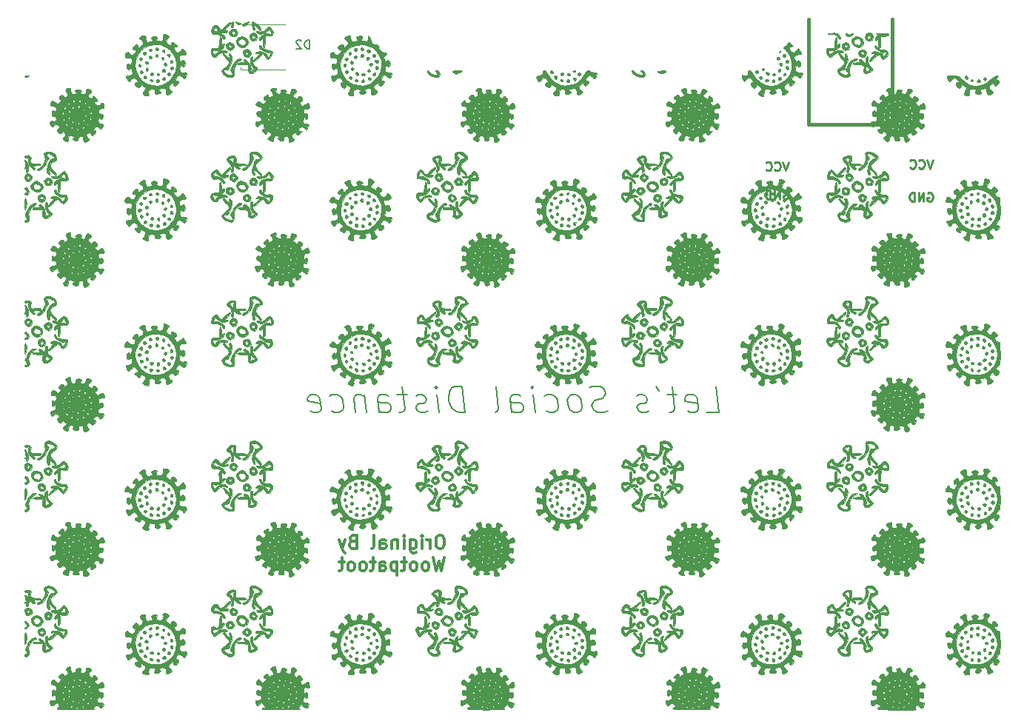
<source format=gbo>
G04 #@! TF.GenerationSoftware,KiCad,Pcbnew,(5.1.4)-1*
G04 #@! TF.CreationDate,2020-03-19T20:30:49-05:00*
G04 #@! TF.ProjectId,lets_split,6c657473-5f73-4706-9c69-742e6b696361,rev?*
G04 #@! TF.SameCoordinates,Original*
G04 #@! TF.FileFunction,Legend,Bot*
G04 #@! TF.FilePolarity,Positive*
%FSLAX46Y46*%
G04 Gerber Fmt 4.6, Leading zero omitted, Abs format (unit mm)*
G04 Created by KiCad (PCBNEW (5.1.4)-1) date 2020-03-19 20:30:49*
%MOMM*%
%LPD*%
G04 APERTURE LIST*
%ADD10C,0.150000*%
%ADD11C,0.300000*%
%ADD12C,0.250000*%
%ADD13C,0.010000*%
%ADD14C,0.381000*%
%ADD15C,0.120000*%
G04 APERTURE END LIST*
D10*
X115204151Y-77857142D02*
X116632723Y-77857142D01*
X116257723Y-74857142D01*
X113043437Y-77714285D02*
X113347008Y-77857142D01*
X113918437Y-77857142D01*
X114186294Y-77714285D01*
X114293437Y-77428571D01*
X114150580Y-76285714D01*
X113972008Y-76000000D01*
X113668437Y-75857142D01*
X113097008Y-75857142D01*
X112829151Y-76000000D01*
X112722008Y-76285714D01*
X112757723Y-76571428D01*
X114222008Y-76857142D01*
X111811294Y-75857142D02*
X110668437Y-75857142D01*
X111257723Y-74857142D02*
X111579151Y-77428571D01*
X111472008Y-77714285D01*
X111204151Y-77857142D01*
X110918437Y-77857142D01*
X109400580Y-74857142D02*
X109757723Y-75428571D01*
X108614866Y-77714285D02*
X108347008Y-77857142D01*
X107775580Y-77857142D01*
X107472008Y-77714285D01*
X107293437Y-77428571D01*
X107275580Y-77285714D01*
X107382723Y-77000000D01*
X107650580Y-76857142D01*
X108079151Y-76857142D01*
X108347008Y-76714285D01*
X108454151Y-76428571D01*
X108436294Y-76285714D01*
X108257723Y-76000000D01*
X107954151Y-75857142D01*
X107525580Y-75857142D01*
X107257723Y-76000000D01*
X103900580Y-77714285D02*
X103489866Y-77857142D01*
X102775580Y-77857142D01*
X102472008Y-77714285D01*
X102311294Y-77571428D01*
X102132723Y-77285714D01*
X102097008Y-77000000D01*
X102204151Y-76714285D01*
X102329151Y-76571428D01*
X102597008Y-76428571D01*
X103150580Y-76285714D01*
X103418437Y-76142857D01*
X103543437Y-76000000D01*
X103650580Y-75714285D01*
X103614866Y-75428571D01*
X103436294Y-75142857D01*
X103275580Y-75000000D01*
X102972008Y-74857142D01*
X102257723Y-74857142D01*
X101847008Y-75000000D01*
X100489866Y-77857142D02*
X100757723Y-77714285D01*
X100882723Y-77571428D01*
X100989866Y-77285714D01*
X100882723Y-76428571D01*
X100704151Y-76142857D01*
X100543437Y-76000000D01*
X100239866Y-75857142D01*
X99811294Y-75857142D01*
X99543437Y-76000000D01*
X99418437Y-76142857D01*
X99311294Y-76428571D01*
X99418437Y-77285714D01*
X99597008Y-77571428D01*
X99757723Y-77714285D01*
X100061294Y-77857142D01*
X100489866Y-77857142D01*
X96900580Y-77714285D02*
X97204151Y-77857142D01*
X97775580Y-77857142D01*
X98043437Y-77714285D01*
X98168437Y-77571428D01*
X98275580Y-77285714D01*
X98168437Y-76428571D01*
X97989866Y-76142857D01*
X97829151Y-76000000D01*
X97525580Y-75857142D01*
X96954151Y-75857142D01*
X96686294Y-76000000D01*
X95632723Y-77857142D02*
X95382723Y-75857142D01*
X95257723Y-74857142D02*
X95418437Y-75000000D01*
X95293437Y-75142857D01*
X95132723Y-75000000D01*
X95257723Y-74857142D01*
X95293437Y-75142857D01*
X92918437Y-77857142D02*
X92722008Y-76285714D01*
X92829151Y-76000000D01*
X93097008Y-75857142D01*
X93668437Y-75857142D01*
X93972008Y-76000000D01*
X92900580Y-77714285D02*
X93204151Y-77857142D01*
X93918437Y-77857142D01*
X94186294Y-77714285D01*
X94293437Y-77428571D01*
X94257723Y-77142857D01*
X94079151Y-76857142D01*
X93775580Y-76714285D01*
X93061294Y-76714285D01*
X92757723Y-76571428D01*
X91061294Y-77857142D02*
X91329151Y-77714285D01*
X91436294Y-77428571D01*
X91114866Y-74857142D01*
X87632723Y-77857142D02*
X87257723Y-74857142D01*
X86543437Y-74857142D01*
X86132723Y-75000000D01*
X85882723Y-75285714D01*
X85775580Y-75571428D01*
X85704151Y-76142857D01*
X85757723Y-76571428D01*
X85972008Y-77142857D01*
X86150580Y-77428571D01*
X86472008Y-77714285D01*
X86918437Y-77857142D01*
X87632723Y-77857142D01*
X84632723Y-77857142D02*
X84382723Y-75857142D01*
X84257723Y-74857142D02*
X84418437Y-75000000D01*
X84293437Y-75142857D01*
X84132723Y-75000000D01*
X84257723Y-74857142D01*
X84293437Y-75142857D01*
X83329151Y-77714285D02*
X83061294Y-77857142D01*
X82489866Y-77857142D01*
X82186294Y-77714285D01*
X82007723Y-77428571D01*
X81989866Y-77285714D01*
X82097008Y-77000000D01*
X82364866Y-76857142D01*
X82793437Y-76857142D01*
X83061294Y-76714285D01*
X83168437Y-76428571D01*
X83150580Y-76285714D01*
X82972008Y-76000000D01*
X82668437Y-75857142D01*
X82239866Y-75857142D01*
X81972008Y-76000000D01*
X80954151Y-75857142D02*
X79811294Y-75857142D01*
X80400580Y-74857142D02*
X80722008Y-77428571D01*
X80614866Y-77714285D01*
X80347008Y-77857142D01*
X80061294Y-77857142D01*
X77775580Y-77857142D02*
X77579151Y-76285714D01*
X77686294Y-76000000D01*
X77954151Y-75857142D01*
X78525580Y-75857142D01*
X78829151Y-76000000D01*
X77757723Y-77714285D02*
X78061294Y-77857142D01*
X78775580Y-77857142D01*
X79043437Y-77714285D01*
X79150580Y-77428571D01*
X79114866Y-77142857D01*
X78936294Y-76857142D01*
X78632723Y-76714285D01*
X77918437Y-76714285D01*
X77614866Y-76571428D01*
X76097008Y-75857142D02*
X76347008Y-77857142D01*
X76132723Y-76142857D02*
X75972008Y-76000000D01*
X75668437Y-75857142D01*
X75239866Y-75857142D01*
X74972008Y-76000000D01*
X74864866Y-76285714D01*
X75061294Y-77857142D01*
X72329151Y-77714285D02*
X72632723Y-77857142D01*
X73204151Y-77857142D01*
X73472008Y-77714285D01*
X73597008Y-77571428D01*
X73704151Y-77285714D01*
X73597008Y-76428571D01*
X73418437Y-76142857D01*
X73257723Y-76000000D01*
X72954151Y-75857142D01*
X72382723Y-75857142D01*
X72114866Y-76000000D01*
X69900580Y-77714285D02*
X70204151Y-77857142D01*
X70775580Y-77857142D01*
X71043437Y-77714285D01*
X71150580Y-77428571D01*
X71007723Y-76285714D01*
X70829151Y-76000000D01*
X70525580Y-75857142D01*
X69954151Y-75857142D01*
X69686294Y-76000000D01*
X69579151Y-76285714D01*
X69614866Y-76571428D01*
X71079151Y-76857142D01*
D11*
X84892857Y-91903571D02*
X84607142Y-91903571D01*
X84464285Y-91975000D01*
X84321428Y-92117857D01*
X84250000Y-92403571D01*
X84250000Y-92903571D01*
X84321428Y-93189285D01*
X84464285Y-93332142D01*
X84607142Y-93403571D01*
X84892857Y-93403571D01*
X85035714Y-93332142D01*
X85178571Y-93189285D01*
X85250000Y-92903571D01*
X85250000Y-92403571D01*
X85178571Y-92117857D01*
X85035714Y-91975000D01*
X84892857Y-91903571D01*
X83607142Y-93403571D02*
X83607142Y-92403571D01*
X83607142Y-92689285D02*
X83535714Y-92546428D01*
X83464285Y-92475000D01*
X83321428Y-92403571D01*
X83178571Y-92403571D01*
X82678571Y-93403571D02*
X82678571Y-92403571D01*
X82678571Y-91903571D02*
X82750000Y-91975000D01*
X82678571Y-92046428D01*
X82607142Y-91975000D01*
X82678571Y-91903571D01*
X82678571Y-92046428D01*
X81321428Y-92403571D02*
X81321428Y-93617857D01*
X81392857Y-93760714D01*
X81464285Y-93832142D01*
X81607142Y-93903571D01*
X81821428Y-93903571D01*
X81964285Y-93832142D01*
X81321428Y-93332142D02*
X81464285Y-93403571D01*
X81750000Y-93403571D01*
X81892857Y-93332142D01*
X81964285Y-93260714D01*
X82035714Y-93117857D01*
X82035714Y-92689285D01*
X81964285Y-92546428D01*
X81892857Y-92475000D01*
X81750000Y-92403571D01*
X81464285Y-92403571D01*
X81321428Y-92475000D01*
X80607142Y-93403571D02*
X80607142Y-92403571D01*
X80607142Y-91903571D02*
X80678571Y-91975000D01*
X80607142Y-92046428D01*
X80535714Y-91975000D01*
X80607142Y-91903571D01*
X80607142Y-92046428D01*
X79892857Y-92403571D02*
X79892857Y-93403571D01*
X79892857Y-92546428D02*
X79821428Y-92475000D01*
X79678571Y-92403571D01*
X79464285Y-92403571D01*
X79321428Y-92475000D01*
X79250000Y-92617857D01*
X79250000Y-93403571D01*
X77892857Y-93403571D02*
X77892857Y-92617857D01*
X77964285Y-92475000D01*
X78107142Y-92403571D01*
X78392857Y-92403571D01*
X78535714Y-92475000D01*
X77892857Y-93332142D02*
X78035714Y-93403571D01*
X78392857Y-93403571D01*
X78535714Y-93332142D01*
X78607142Y-93189285D01*
X78607142Y-93046428D01*
X78535714Y-92903571D01*
X78392857Y-92832142D01*
X78035714Y-92832142D01*
X77892857Y-92760714D01*
X76964285Y-93403571D02*
X77107142Y-93332142D01*
X77178571Y-93189285D01*
X77178571Y-91903571D01*
X74750000Y-92617857D02*
X74535714Y-92689285D01*
X74464285Y-92760714D01*
X74392857Y-92903571D01*
X74392857Y-93117857D01*
X74464285Y-93260714D01*
X74535714Y-93332142D01*
X74678571Y-93403571D01*
X75250000Y-93403571D01*
X75250000Y-91903571D01*
X74750000Y-91903571D01*
X74607142Y-91975000D01*
X74535714Y-92046428D01*
X74464285Y-92189285D01*
X74464285Y-92332142D01*
X74535714Y-92475000D01*
X74607142Y-92546428D01*
X74750000Y-92617857D01*
X75250000Y-92617857D01*
X73892857Y-92403571D02*
X73535714Y-93403571D01*
X73178571Y-92403571D02*
X73535714Y-93403571D01*
X73678571Y-93760714D01*
X73750000Y-93832142D01*
X73892857Y-93903571D01*
X85250000Y-94453571D02*
X84892857Y-95953571D01*
X84607142Y-94882142D01*
X84321428Y-95953571D01*
X83964285Y-94453571D01*
X83178571Y-95953571D02*
X83321428Y-95882142D01*
X83392857Y-95810714D01*
X83464285Y-95667857D01*
X83464285Y-95239285D01*
X83392857Y-95096428D01*
X83321428Y-95025000D01*
X83178571Y-94953571D01*
X82964285Y-94953571D01*
X82821428Y-95025000D01*
X82750000Y-95096428D01*
X82678571Y-95239285D01*
X82678571Y-95667857D01*
X82750000Y-95810714D01*
X82821428Y-95882142D01*
X82964285Y-95953571D01*
X83178571Y-95953571D01*
X81821428Y-95953571D02*
X81964285Y-95882142D01*
X82035714Y-95810714D01*
X82107142Y-95667857D01*
X82107142Y-95239285D01*
X82035714Y-95096428D01*
X81964285Y-95025000D01*
X81821428Y-94953571D01*
X81607142Y-94953571D01*
X81464285Y-95025000D01*
X81392857Y-95096428D01*
X81321428Y-95239285D01*
X81321428Y-95667857D01*
X81392857Y-95810714D01*
X81464285Y-95882142D01*
X81607142Y-95953571D01*
X81821428Y-95953571D01*
X80892857Y-94953571D02*
X80321428Y-94953571D01*
X80678571Y-94453571D02*
X80678571Y-95739285D01*
X80607142Y-95882142D01*
X80464285Y-95953571D01*
X80321428Y-95953571D01*
X79821428Y-94953571D02*
X79821428Y-96453571D01*
X79821428Y-95025000D02*
X79678571Y-94953571D01*
X79392857Y-94953571D01*
X79250000Y-95025000D01*
X79178571Y-95096428D01*
X79107142Y-95239285D01*
X79107142Y-95667857D01*
X79178571Y-95810714D01*
X79250000Y-95882142D01*
X79392857Y-95953571D01*
X79678571Y-95953571D01*
X79821428Y-95882142D01*
X77821428Y-95953571D02*
X77821428Y-95167857D01*
X77892857Y-95025000D01*
X78035714Y-94953571D01*
X78321428Y-94953571D01*
X78464285Y-95025000D01*
X77821428Y-95882142D02*
X77964285Y-95953571D01*
X78321428Y-95953571D01*
X78464285Y-95882142D01*
X78535714Y-95739285D01*
X78535714Y-95596428D01*
X78464285Y-95453571D01*
X78321428Y-95382142D01*
X77964285Y-95382142D01*
X77821428Y-95310714D01*
X77321428Y-94953571D02*
X76750000Y-94953571D01*
X77107142Y-94453571D02*
X77107142Y-95739285D01*
X77035714Y-95882142D01*
X76892857Y-95953571D01*
X76750000Y-95953571D01*
X76035714Y-95953571D02*
X76178571Y-95882142D01*
X76250000Y-95810714D01*
X76321428Y-95667857D01*
X76321428Y-95239285D01*
X76250000Y-95096428D01*
X76178571Y-95025000D01*
X76035714Y-94953571D01*
X75821428Y-94953571D01*
X75678571Y-95025000D01*
X75607142Y-95096428D01*
X75535714Y-95239285D01*
X75535714Y-95667857D01*
X75607142Y-95810714D01*
X75678571Y-95882142D01*
X75821428Y-95953571D01*
X76035714Y-95953571D01*
X74678571Y-95953571D02*
X74821428Y-95882142D01*
X74892857Y-95810714D01*
X74964285Y-95667857D01*
X74964285Y-95239285D01*
X74892857Y-95096428D01*
X74821428Y-95025000D01*
X74678571Y-94953571D01*
X74464285Y-94953571D01*
X74321428Y-95025000D01*
X74250000Y-95096428D01*
X74178571Y-95239285D01*
X74178571Y-95667857D01*
X74250000Y-95810714D01*
X74321428Y-95882142D01*
X74464285Y-95953571D01*
X74678571Y-95953571D01*
X73750000Y-94953571D02*
X73178571Y-94953571D01*
X73535714Y-94453571D02*
X73535714Y-95739285D01*
X73464285Y-95882142D01*
X73321428Y-95953571D01*
X73178571Y-95953571D01*
D12*
X124011904Y-52500000D02*
X124107142Y-52452380D01*
X124250000Y-52452380D01*
X124392857Y-52500000D01*
X124488095Y-52595238D01*
X124535714Y-52690476D01*
X124583333Y-52880952D01*
X124583333Y-53023809D01*
X124535714Y-53214285D01*
X124488095Y-53309523D01*
X124392857Y-53404761D01*
X124250000Y-53452380D01*
X124154761Y-53452380D01*
X124011904Y-53404761D01*
X123964285Y-53357142D01*
X123964285Y-53023809D01*
X124154761Y-53023809D01*
X123535714Y-53452380D02*
X123535714Y-52452380D01*
X122964285Y-53452380D01*
X122964285Y-52452380D01*
X122488095Y-53452380D02*
X122488095Y-52452380D01*
X122250000Y-52452380D01*
X122107142Y-52500000D01*
X122011904Y-52595238D01*
X121964285Y-52690476D01*
X121916666Y-52880952D01*
X121916666Y-53023809D01*
X121964285Y-53214285D01*
X122011904Y-53309523D01*
X122107142Y-53404761D01*
X122250000Y-53452380D01*
X122488095Y-53452380D01*
X124583333Y-49202380D02*
X124250000Y-50202380D01*
X123916666Y-49202380D01*
X123011904Y-50107142D02*
X123059523Y-50154761D01*
X123202380Y-50202380D01*
X123297619Y-50202380D01*
X123440476Y-50154761D01*
X123535714Y-50059523D01*
X123583333Y-49964285D01*
X123630952Y-49773809D01*
X123630952Y-49630952D01*
X123583333Y-49440476D01*
X123535714Y-49345238D01*
X123440476Y-49250000D01*
X123297619Y-49202380D01*
X123202380Y-49202380D01*
X123059523Y-49250000D01*
X123011904Y-49297619D01*
X122011904Y-50107142D02*
X122059523Y-50154761D01*
X122202380Y-50202380D01*
X122297619Y-50202380D01*
X122440476Y-50154761D01*
X122535714Y-50059523D01*
X122583333Y-49964285D01*
X122630952Y-49773809D01*
X122630952Y-49630952D01*
X122583333Y-49440476D01*
X122535714Y-49345238D01*
X122440476Y-49250000D01*
X122297619Y-49202380D01*
X122202380Y-49202380D01*
X122059523Y-49250000D01*
X122011904Y-49297619D01*
X141083333Y-48952380D02*
X140750000Y-49952380D01*
X140416666Y-48952380D01*
X139511904Y-49857142D02*
X139559523Y-49904761D01*
X139702380Y-49952380D01*
X139797619Y-49952380D01*
X139940476Y-49904761D01*
X140035714Y-49809523D01*
X140083333Y-49714285D01*
X140130952Y-49523809D01*
X140130952Y-49380952D01*
X140083333Y-49190476D01*
X140035714Y-49095238D01*
X139940476Y-49000000D01*
X139797619Y-48952380D01*
X139702380Y-48952380D01*
X139559523Y-49000000D01*
X139511904Y-49047619D01*
X138511904Y-49857142D02*
X138559523Y-49904761D01*
X138702380Y-49952380D01*
X138797619Y-49952380D01*
X138940476Y-49904761D01*
X139035714Y-49809523D01*
X139083333Y-49714285D01*
X139130952Y-49523809D01*
X139130952Y-49380952D01*
X139083333Y-49190476D01*
X139035714Y-49095238D01*
X138940476Y-49000000D01*
X138797619Y-48952380D01*
X138702380Y-48952380D01*
X138559523Y-49000000D01*
X138511904Y-49047619D01*
X140511904Y-52750000D02*
X140607142Y-52702380D01*
X140750000Y-52702380D01*
X140892857Y-52750000D01*
X140988095Y-52845238D01*
X141035714Y-52940476D01*
X141083333Y-53130952D01*
X141083333Y-53273809D01*
X141035714Y-53464285D01*
X140988095Y-53559523D01*
X140892857Y-53654761D01*
X140750000Y-53702380D01*
X140654761Y-53702380D01*
X140511904Y-53654761D01*
X140464285Y-53607142D01*
X140464285Y-53273809D01*
X140654761Y-53273809D01*
X140035714Y-53702380D02*
X140035714Y-52702380D01*
X139464285Y-53702380D01*
X139464285Y-52702380D01*
X138988095Y-53702380D02*
X138988095Y-52702380D01*
X138750000Y-52702380D01*
X138607142Y-52750000D01*
X138511904Y-52845238D01*
X138464285Y-52940476D01*
X138416666Y-53130952D01*
X138416666Y-53273809D01*
X138464285Y-53464285D01*
X138511904Y-53559523D01*
X138607142Y-53654761D01*
X138750000Y-53702380D01*
X138988095Y-53702380D01*
D13*
G36*
X75684842Y-36222999D02*
G01*
X75668236Y-36292549D01*
X75742516Y-36417842D01*
X75899579Y-36435216D01*
X75997554Y-36378263D01*
X76020719Y-36256384D01*
X75906748Y-36159689D01*
X75811769Y-36143137D01*
X75684842Y-36222999D01*
X75684842Y-36222999D01*
G37*
X75684842Y-36222999D02*
X75668236Y-36292549D01*
X75742516Y-36417842D01*
X75899579Y-36435216D01*
X75997554Y-36378263D01*
X76020719Y-36256384D01*
X75906748Y-36159689D01*
X75811769Y-36143137D01*
X75684842Y-36222999D01*
G36*
X75011046Y-36210461D02*
G01*
X74882807Y-36330039D01*
X74904311Y-36469836D01*
X75059645Y-36541370D01*
X75070589Y-36541568D01*
X75232191Y-36486188D01*
X75269804Y-36408758D01*
X75209776Y-36222819D01*
X75041503Y-36200120D01*
X75011046Y-36210461D01*
X75011046Y-36210461D01*
G37*
X75011046Y-36210461D02*
X74882807Y-36330039D01*
X74904311Y-36469836D01*
X75059645Y-36541370D01*
X75070589Y-36541568D01*
X75232191Y-36486188D01*
X75269804Y-36408758D01*
X75209776Y-36222819D01*
X75041503Y-36200120D01*
X75011046Y-36210461D01*
G36*
X76403157Y-36400160D02*
G01*
X76365491Y-36481107D01*
X76437610Y-36623247D01*
X76587924Y-36698321D01*
X76704380Y-36667516D01*
X76766775Y-36502553D01*
X76675878Y-36369822D01*
X76564706Y-36342352D01*
X76403157Y-36400160D01*
X76403157Y-36400160D01*
G37*
X76403157Y-36400160D02*
X76365491Y-36481107D01*
X76437610Y-36623247D01*
X76587924Y-36698321D01*
X76704380Y-36667516D01*
X76766775Y-36502553D01*
X76675878Y-36369822D01*
X76564706Y-36342352D01*
X76403157Y-36400160D01*
G36*
X74354974Y-36639489D02*
G01*
X74292688Y-36765686D01*
X74331537Y-36913819D01*
X74423138Y-36940000D01*
X74549186Y-36868520D01*
X74554951Y-36785326D01*
X74468755Y-36632327D01*
X74354974Y-36639489D01*
X74354974Y-36639489D01*
G37*
X74354974Y-36639489D02*
X74292688Y-36765686D01*
X74331537Y-36913819D01*
X74423138Y-36940000D01*
X74549186Y-36868520D01*
X74554951Y-36785326D01*
X74468755Y-36632327D01*
X74354974Y-36639489D01*
G36*
X75644563Y-36954271D02*
G01*
X75618432Y-37032671D01*
X75687387Y-37180938D01*
X75830355Y-37214669D01*
X75898579Y-37174493D01*
X75970532Y-37015122D01*
X75914478Y-36884775D01*
X75792745Y-36859354D01*
X75644563Y-36954271D01*
X75644563Y-36954271D01*
G37*
X75644563Y-36954271D02*
X75618432Y-37032671D01*
X75687387Y-37180938D01*
X75830355Y-37214669D01*
X75898579Y-37174493D01*
X75970532Y-37015122D01*
X75914478Y-36884775D01*
X75792745Y-36859354D01*
X75644563Y-36954271D01*
G36*
X76985270Y-36916413D02*
G01*
X76980736Y-37006451D01*
X77072890Y-37172481D01*
X77214356Y-37215182D01*
X77308515Y-37144473D01*
X77324897Y-36973477D01*
X77194096Y-36856031D01*
X77099367Y-36840392D01*
X76985270Y-36916413D01*
X76985270Y-36916413D01*
G37*
X76985270Y-36916413D02*
X76980736Y-37006451D01*
X77072890Y-37172481D01*
X77214356Y-37215182D01*
X77308515Y-37144473D01*
X77324897Y-36973477D01*
X77194096Y-36856031D01*
X77099367Y-36840392D01*
X76985270Y-36916413D01*
G36*
X74894216Y-37113141D02*
G01*
X74879226Y-37264219D01*
X74959694Y-37381260D01*
X75088560Y-37363771D01*
X75158046Y-37303267D01*
X75214380Y-37142255D01*
X75096243Y-37049158D01*
X75004183Y-37039607D01*
X74894216Y-37113141D01*
X74894216Y-37113141D01*
G37*
X74894216Y-37113141D02*
X74879226Y-37264219D01*
X74959694Y-37381260D01*
X75088560Y-37363771D01*
X75158046Y-37303267D01*
X75214380Y-37142255D01*
X75096243Y-37049158D01*
X75004183Y-37039607D01*
X74894216Y-37113141D01*
G36*
X76381572Y-37187839D02*
G01*
X76354248Y-37210222D01*
X76298479Y-37367294D01*
X76371131Y-37506137D01*
X76465098Y-37537647D01*
X76592849Y-37465089D01*
X76619874Y-37429360D01*
X76631510Y-37277450D01*
X76526123Y-37175533D01*
X76381572Y-37187839D01*
X76381572Y-37187839D01*
G37*
X76381572Y-37187839D02*
X76354248Y-37210222D01*
X76298479Y-37367294D01*
X76371131Y-37506137D01*
X76465098Y-37537647D01*
X76592849Y-37465089D01*
X76619874Y-37429360D01*
X76631510Y-37277450D01*
X76526123Y-37175533D01*
X76381572Y-37187839D01*
G36*
X73851621Y-37352703D02*
G01*
X73825491Y-37431102D01*
X73894446Y-37579369D01*
X74037414Y-37613100D01*
X74105638Y-37572924D01*
X74177591Y-37413553D01*
X74121537Y-37283207D01*
X73999804Y-37257786D01*
X73851621Y-37352703D01*
X73851621Y-37352703D01*
G37*
X73851621Y-37352703D02*
X73825491Y-37431102D01*
X73894446Y-37579369D01*
X74037414Y-37613100D01*
X74105638Y-37572924D01*
X74177591Y-37413553D01*
X74121537Y-37283207D01*
X73999804Y-37257786D01*
X73851621Y-37352703D01*
G36*
X77299241Y-37574299D02*
G01*
X77261961Y-37625058D01*
X77327300Y-37758421D01*
X77464732Y-37863419D01*
X77586379Y-37875708D01*
X77594851Y-37868809D01*
X77662624Y-37700175D01*
X77574857Y-37565907D01*
X77461177Y-37537647D01*
X77299241Y-37574299D01*
X77299241Y-37574299D01*
G37*
X77299241Y-37574299D02*
X77261961Y-37625058D01*
X77327300Y-37758421D01*
X77464732Y-37863419D01*
X77586379Y-37875708D01*
X77594851Y-37868809D01*
X77662624Y-37700175D01*
X77574857Y-37565907D01*
X77461177Y-37537647D01*
X77299241Y-37574299D01*
G36*
X74500673Y-37720297D02*
G01*
X74472942Y-37836470D01*
X74535223Y-37998710D01*
X74622353Y-38035686D01*
X74744033Y-37952643D01*
X74771765Y-37836470D01*
X74709483Y-37674230D01*
X74622353Y-37637254D01*
X74500673Y-37720297D01*
X74500673Y-37720297D01*
G37*
X74500673Y-37720297D02*
X74472942Y-37836470D01*
X74535223Y-37998710D01*
X74622353Y-38035686D01*
X74744033Y-37952643D01*
X74771765Y-37836470D01*
X74709483Y-37674230D01*
X74622353Y-37637254D01*
X74500673Y-37720297D01*
G36*
X76640641Y-37950350D02*
G01*
X76614510Y-38028749D01*
X76683465Y-38177016D01*
X76826433Y-38210747D01*
X76894657Y-38170571D01*
X76966610Y-38011200D01*
X76910557Y-37880854D01*
X76788824Y-37855433D01*
X76640641Y-37950350D01*
X76640641Y-37950350D01*
G37*
X76640641Y-37950350D02*
X76614510Y-38028749D01*
X76683465Y-38177016D01*
X76826433Y-38210747D01*
X76894657Y-38170571D01*
X76966610Y-38011200D01*
X76910557Y-37880854D01*
X76788824Y-37855433D01*
X76640641Y-37950350D01*
G36*
X73711234Y-38105466D02*
G01*
X73693677Y-38168450D01*
X73736585Y-38310611D01*
X73818187Y-38334509D01*
X73947501Y-38250721D01*
X73974902Y-38126993D01*
X73922422Y-37980955D01*
X73811349Y-37977197D01*
X73711234Y-38105466D01*
X73711234Y-38105466D01*
G37*
X73711234Y-38105466D02*
X73693677Y-38168450D01*
X73736585Y-38310611D01*
X73818187Y-38334509D01*
X73947501Y-38250721D01*
X73974902Y-38126993D01*
X73922422Y-37980955D01*
X73811349Y-37977197D01*
X73711234Y-38105466D01*
G36*
X77357005Y-38341894D02*
G01*
X77310940Y-38503982D01*
X77324216Y-38553871D01*
X77455569Y-38632018D01*
X77602839Y-38596556D01*
X77660392Y-38489800D01*
X77599883Y-38321702D01*
X77469880Y-38265363D01*
X77357005Y-38341894D01*
X77357005Y-38341894D01*
G37*
X77357005Y-38341894D02*
X77310940Y-38503982D01*
X77324216Y-38553871D01*
X77455569Y-38632018D01*
X77602839Y-38596556D01*
X77660392Y-38489800D01*
X77599883Y-38321702D01*
X77469880Y-38265363D01*
X77357005Y-38341894D01*
G36*
X74517819Y-38486597D02*
G01*
X74514061Y-38597670D01*
X74642330Y-38697786D01*
X74705313Y-38715342D01*
X74847474Y-38672434D01*
X74871373Y-38590833D01*
X74787585Y-38461519D01*
X74663857Y-38434117D01*
X74517819Y-38486597D01*
X74517819Y-38486597D01*
G37*
X74517819Y-38486597D02*
X74514061Y-38597670D01*
X74642330Y-38697786D01*
X74705313Y-38715342D01*
X74847474Y-38672434D01*
X74871373Y-38590833D01*
X74787585Y-38461519D01*
X74663857Y-38434117D01*
X74517819Y-38486597D01*
G36*
X76460534Y-38640718D02*
G01*
X76414470Y-38802806D01*
X76427745Y-38852695D01*
X76559098Y-38930842D01*
X76706369Y-38895380D01*
X76763922Y-38788623D01*
X76703412Y-38620526D01*
X76573410Y-38564186D01*
X76460534Y-38640718D01*
X76460534Y-38640718D01*
G37*
X76460534Y-38640718D02*
X76414470Y-38802806D01*
X76427745Y-38852695D01*
X76559098Y-38930842D01*
X76706369Y-38895380D01*
X76763922Y-38788623D01*
X76703412Y-38620526D01*
X76573410Y-38564186D01*
X76460534Y-38640718D01*
G36*
X73892581Y-38809661D02*
G01*
X73875294Y-38876474D01*
X73930437Y-39039513D01*
X74048118Y-39094930D01*
X74110421Y-39062259D01*
X74175164Y-38903902D01*
X74115632Y-38765491D01*
X74024706Y-38732941D01*
X73892581Y-38809661D01*
X73892581Y-38809661D01*
G37*
X73892581Y-38809661D02*
X73875294Y-38876474D01*
X73930437Y-39039513D01*
X74048118Y-39094930D01*
X74110421Y-39062259D01*
X74175164Y-38903902D01*
X74115632Y-38765491D01*
X74024706Y-38732941D01*
X73892581Y-38809661D01*
G36*
X75093019Y-39006838D02*
G01*
X75088187Y-39098216D01*
X75171368Y-39264252D01*
X75286460Y-39301350D01*
X75363913Y-39199258D01*
X75369412Y-39139673D01*
X75306136Y-38968440D01*
X75212697Y-38932156D01*
X75093019Y-39006838D01*
X75093019Y-39006838D01*
G37*
X75093019Y-39006838D02*
X75088187Y-39098216D01*
X75171368Y-39264252D01*
X75286460Y-39301350D01*
X75363913Y-39199258D01*
X75369412Y-39139673D01*
X75306136Y-38968440D01*
X75212697Y-38932156D01*
X75093019Y-39006838D01*
G36*
X75804819Y-39094046D02*
G01*
X75767843Y-39181176D01*
X75850886Y-39302856D01*
X75967059Y-39330588D01*
X76129299Y-39268306D01*
X76166275Y-39181176D01*
X76083232Y-39059496D01*
X75967059Y-39031764D01*
X75804819Y-39094046D01*
X75804819Y-39094046D01*
G37*
X75804819Y-39094046D02*
X75767843Y-39181176D01*
X75850886Y-39302856D01*
X75967059Y-39330588D01*
X76129299Y-39268306D01*
X76166275Y-39181176D01*
X76083232Y-39059496D01*
X75967059Y-39031764D01*
X75804819Y-39094046D01*
G36*
X77152698Y-39003258D02*
G01*
X77041878Y-39114995D01*
X77014507Y-39240325D01*
X77030407Y-39265047D01*
X77188198Y-39331069D01*
X77327593Y-39276477D01*
X77361569Y-39187055D01*
X77308146Y-39022252D01*
X77273247Y-38988936D01*
X77152698Y-39003258D01*
X77152698Y-39003258D01*
G37*
X77152698Y-39003258D02*
X77041878Y-39114995D01*
X77014507Y-39240325D01*
X77030407Y-39265047D01*
X77188198Y-39331069D01*
X77327593Y-39276477D01*
X77361569Y-39187055D01*
X77308146Y-39022252D01*
X77273247Y-38988936D01*
X77152698Y-39003258D01*
G36*
X74389415Y-39379212D02*
G01*
X74362091Y-39401595D01*
X74306323Y-39558666D01*
X74378974Y-39697510D01*
X74472942Y-39729019D01*
X74600693Y-39656461D01*
X74627717Y-39620732D01*
X74639353Y-39468823D01*
X74533966Y-39366905D01*
X74389415Y-39379212D01*
X74389415Y-39379212D01*
G37*
X74389415Y-39379212D02*
X74362091Y-39401595D01*
X74306323Y-39558666D01*
X74378974Y-39697510D01*
X74472942Y-39729019D01*
X74600693Y-39656461D01*
X74627717Y-39620732D01*
X74639353Y-39468823D01*
X74533966Y-39366905D01*
X74389415Y-39379212D01*
G36*
X76487942Y-39603337D02*
G01*
X76472951Y-39754415D01*
X76553420Y-39871456D01*
X76682286Y-39853967D01*
X76751771Y-39793463D01*
X76808105Y-39632451D01*
X76689969Y-39539354D01*
X76597909Y-39529803D01*
X76487942Y-39603337D01*
X76487942Y-39603337D01*
G37*
X76487942Y-39603337D02*
X76472951Y-39754415D01*
X76553420Y-39871456D01*
X76682286Y-39853967D01*
X76751771Y-39793463D01*
X76808105Y-39632451D01*
X76689969Y-39539354D01*
X76597909Y-39529803D01*
X76487942Y-39603337D01*
G36*
X74981039Y-39819358D02*
G01*
X74970981Y-39871127D01*
X75054769Y-40000441D01*
X75178497Y-40027843D01*
X75330306Y-39980256D01*
X75344557Y-39903333D01*
X75237377Y-39779304D01*
X75086760Y-39748774D01*
X74981039Y-39819358D01*
X74981039Y-39819358D01*
G37*
X74981039Y-39819358D02*
X74970981Y-39871127D01*
X75054769Y-40000441D01*
X75178497Y-40027843D01*
X75330306Y-39980256D01*
X75344557Y-39903333D01*
X75237377Y-39779304D01*
X75086760Y-39748774D01*
X74981039Y-39819358D01*
G36*
X75857796Y-39800121D02*
G01*
X75746976Y-39911857D01*
X75719605Y-40037188D01*
X75735505Y-40061909D01*
X75893296Y-40127931D01*
X76032691Y-40073340D01*
X76066667Y-39983917D01*
X76013244Y-39819115D01*
X75978345Y-39785798D01*
X75857796Y-39800121D01*
X75857796Y-39800121D01*
G37*
X75857796Y-39800121D02*
X75746976Y-39911857D01*
X75719605Y-40037188D01*
X75735505Y-40061909D01*
X75893296Y-40127931D01*
X76032691Y-40073340D01*
X76066667Y-39983917D01*
X76013244Y-39819115D01*
X75978345Y-39785798D01*
X75857796Y-39800121D01*
G36*
X52197760Y-36205419D02*
G01*
X52160785Y-36292549D01*
X52243827Y-36414229D01*
X52360000Y-36441960D01*
X52522241Y-36379678D01*
X52559216Y-36292549D01*
X52476173Y-36170868D01*
X52360000Y-36143137D01*
X52197760Y-36205419D01*
X52197760Y-36205419D01*
G37*
X52197760Y-36205419D02*
X52160785Y-36292549D01*
X52243827Y-36414229D01*
X52360000Y-36441960D01*
X52522241Y-36379678D01*
X52559216Y-36292549D01*
X52476173Y-36170868D01*
X52360000Y-36143137D01*
X52197760Y-36205419D01*
G36*
X51447712Y-36344727D02*
G01*
X51471942Y-36458848D01*
X51607680Y-36523970D01*
X51740581Y-36475844D01*
X51762353Y-36392156D01*
X51690747Y-36266561D01*
X51588040Y-36261707D01*
X51447712Y-36344727D01*
X51447712Y-36344727D01*
G37*
X51447712Y-36344727D02*
X51471942Y-36458848D01*
X51607680Y-36523970D01*
X51740581Y-36475844D01*
X51762353Y-36392156D01*
X51690747Y-36266561D01*
X51588040Y-36261707D01*
X51447712Y-36344727D01*
G36*
X52974934Y-36419072D02*
G01*
X52957647Y-36485886D01*
X53012790Y-36648924D01*
X53130471Y-36704342D01*
X53192774Y-36671671D01*
X53257517Y-36513314D01*
X53197985Y-36374903D01*
X53107059Y-36342352D01*
X52974934Y-36419072D01*
X52974934Y-36419072D01*
G37*
X52974934Y-36419072D02*
X52957647Y-36485886D01*
X53012790Y-36648924D01*
X53130471Y-36704342D01*
X53192774Y-36671671D01*
X53257517Y-36513314D01*
X53197985Y-36374903D01*
X53107059Y-36342352D01*
X52974934Y-36419072D01*
G36*
X50845565Y-36650879D02*
G01*
X50766755Y-36788902D01*
X50766275Y-36801245D01*
X50838568Y-36916522D01*
X50989453Y-36930399D01*
X51114902Y-36840392D01*
X51131480Y-36675819D01*
X51117591Y-36645526D01*
X50993919Y-36589166D01*
X50845565Y-36650879D01*
X50845565Y-36650879D01*
G37*
X50845565Y-36650879D02*
X50766755Y-36788902D01*
X50766275Y-36801245D01*
X50838568Y-36916522D01*
X50989453Y-36930399D01*
X51114902Y-36840392D01*
X51131480Y-36675819D01*
X51117591Y-36645526D01*
X50993919Y-36589166D01*
X50845565Y-36650879D01*
G36*
X52178071Y-36917112D02*
G01*
X52160785Y-36983925D01*
X52215927Y-37146964D01*
X52333608Y-37202381D01*
X52395911Y-37169710D01*
X52460654Y-37011353D01*
X52401122Y-36872942D01*
X52310196Y-36840392D01*
X52178071Y-36917112D01*
X52178071Y-36917112D01*
G37*
X52178071Y-36917112D02*
X52160785Y-36983925D01*
X52215927Y-37146964D01*
X52333608Y-37202381D01*
X52395911Y-37169710D01*
X52460654Y-37011353D01*
X52401122Y-36872942D01*
X52310196Y-36840392D01*
X52178071Y-36917112D01*
G36*
X53512466Y-36928713D02*
G01*
X53526789Y-37049263D01*
X53638525Y-37160082D01*
X53763855Y-37187453D01*
X53788577Y-37171554D01*
X53850324Y-37021424D01*
X53854118Y-36973202D01*
X53780585Y-36863235D01*
X53629506Y-36848245D01*
X53512466Y-36928713D01*
X53512466Y-36928713D01*
G37*
X53512466Y-36928713D02*
X53526789Y-37049263D01*
X53638525Y-37160082D01*
X53763855Y-37187453D01*
X53788577Y-37171554D01*
X53850324Y-37021424D01*
X53854118Y-36973202D01*
X53780585Y-36863235D01*
X53629506Y-36848245D01*
X53512466Y-36928713D01*
G36*
X51439857Y-37153487D02*
G01*
X51413726Y-37231887D01*
X51482681Y-37380154D01*
X51625649Y-37413884D01*
X51693873Y-37373709D01*
X51765826Y-37214337D01*
X51709772Y-37083991D01*
X51588040Y-37058570D01*
X51439857Y-37153487D01*
X51439857Y-37153487D01*
G37*
X51439857Y-37153487D02*
X51413726Y-37231887D01*
X51482681Y-37380154D01*
X51625649Y-37413884D01*
X51693873Y-37373709D01*
X51765826Y-37214337D01*
X51709772Y-37083991D01*
X51588040Y-37058570D01*
X51439857Y-37153487D01*
G36*
X52863538Y-37270545D02*
G01*
X52858040Y-37330130D01*
X52921316Y-37501363D01*
X53014755Y-37537647D01*
X53134433Y-37462965D01*
X53139265Y-37371587D01*
X53056084Y-37205551D01*
X52940992Y-37168453D01*
X52863538Y-37270545D01*
X52863538Y-37270545D01*
G37*
X52863538Y-37270545D02*
X52858040Y-37330130D01*
X52921316Y-37501363D01*
X53014755Y-37537647D01*
X53134433Y-37462965D01*
X53139265Y-37371587D01*
X53056084Y-37205551D01*
X52940992Y-37168453D01*
X52863538Y-37270545D01*
G36*
X50385130Y-37315543D02*
G01*
X50367843Y-37382356D01*
X50422986Y-37545395D01*
X50540667Y-37600813D01*
X50602970Y-37568141D01*
X50667713Y-37409784D01*
X50608181Y-37271373D01*
X50517255Y-37238823D01*
X50385130Y-37315543D01*
X50385130Y-37315543D01*
G37*
X50385130Y-37315543D02*
X50367843Y-37382356D01*
X50422986Y-37545395D01*
X50540667Y-37600813D01*
X50602970Y-37568141D01*
X50667713Y-37409784D01*
X50608181Y-37271373D01*
X50517255Y-37238823D01*
X50385130Y-37315543D01*
G36*
X53871404Y-37614366D02*
G01*
X53854118Y-37681180D01*
X53909261Y-37844218D01*
X54026941Y-37899636D01*
X54089244Y-37866965D01*
X54153988Y-37708608D01*
X54094456Y-37570197D01*
X54003530Y-37537647D01*
X53871404Y-37614366D01*
X53871404Y-37614366D01*
G37*
X53871404Y-37614366D02*
X53854118Y-37681180D01*
X53909261Y-37844218D01*
X54026941Y-37899636D01*
X54089244Y-37866965D01*
X54153988Y-37708608D01*
X54094456Y-37570197D01*
X54003530Y-37537647D01*
X53871404Y-37614366D01*
G36*
X51081179Y-37685878D02*
G01*
X51053856Y-37708262D01*
X50998087Y-37865333D01*
X51070738Y-38004176D01*
X51164706Y-38035686D01*
X51292457Y-37963128D01*
X51319482Y-37927399D01*
X51331118Y-37775490D01*
X51225731Y-37673572D01*
X51081179Y-37685878D01*
X51081179Y-37685878D01*
G37*
X51081179Y-37685878D02*
X51053856Y-37708262D01*
X50998087Y-37865333D01*
X51070738Y-38004176D01*
X51164706Y-38035686D01*
X51292457Y-37963128D01*
X51319482Y-37927399D01*
X51331118Y-37775490D01*
X51225731Y-37673572D01*
X51081179Y-37685878D01*
G36*
X53179293Y-37911151D02*
G01*
X53174461Y-38002530D01*
X53257642Y-38168566D01*
X53372734Y-38205664D01*
X53450188Y-38103571D01*
X53455687Y-38043986D01*
X53392410Y-37872754D01*
X53298971Y-37836470D01*
X53179293Y-37911151D01*
X53179293Y-37911151D01*
G37*
X53179293Y-37911151D02*
X53174461Y-38002530D01*
X53257642Y-38168566D01*
X53372734Y-38205664D01*
X53450188Y-38103571D01*
X53455687Y-38043986D01*
X53392410Y-37872754D01*
X53298971Y-37836470D01*
X53179293Y-37911151D01*
G36*
X50239610Y-38048059D02*
G01*
X50232346Y-38178859D01*
X50335780Y-38294682D01*
X50401791Y-38317289D01*
X50540647Y-38296727D01*
X50549839Y-38169241D01*
X50453104Y-38015844D01*
X50366479Y-37985882D01*
X50239610Y-38048059D01*
X50239610Y-38048059D01*
G37*
X50239610Y-38048059D02*
X50232346Y-38178859D01*
X50335780Y-38294682D01*
X50401791Y-38317289D01*
X50540647Y-38296727D01*
X50549839Y-38169241D01*
X50453104Y-38015844D01*
X50366479Y-37985882D01*
X50239610Y-38048059D01*
G36*
X53962405Y-38279341D02*
G01*
X53863680Y-38416029D01*
X53880210Y-38565647D01*
X53997651Y-38633333D01*
X54170944Y-38566968D01*
X54208109Y-38525046D01*
X54212606Y-38375869D01*
X54100556Y-38270010D01*
X53962405Y-38279341D01*
X53962405Y-38279341D01*
G37*
X53962405Y-38279341D02*
X53863680Y-38416029D01*
X53880210Y-38565647D01*
X53997651Y-38633333D01*
X54170944Y-38566968D01*
X54208109Y-38525046D01*
X54212606Y-38375869D01*
X54100556Y-38270010D01*
X53962405Y-38279341D01*
G36*
X51082385Y-38510837D02*
G01*
X51065098Y-38577650D01*
X51120241Y-38740689D01*
X51237922Y-38796107D01*
X51300225Y-38763435D01*
X51364968Y-38605079D01*
X51305436Y-38466668D01*
X51214510Y-38434117D01*
X51082385Y-38510837D01*
X51082385Y-38510837D01*
G37*
X51082385Y-38510837D02*
X51065098Y-38577650D01*
X51120241Y-38740689D01*
X51237922Y-38796107D01*
X51300225Y-38763435D01*
X51364968Y-38605079D01*
X51305436Y-38466668D01*
X51214510Y-38434117D01*
X51082385Y-38510837D01*
G36*
X53068392Y-38576646D02*
G01*
X52967990Y-38713767D01*
X52982912Y-38863568D01*
X53101181Y-38932156D01*
X53262258Y-38884387D01*
X53293824Y-38852695D01*
X53297982Y-38709310D01*
X53200904Y-38588180D01*
X53072120Y-38574446D01*
X53068392Y-38576646D01*
X53068392Y-38576646D01*
G37*
X53068392Y-38576646D02*
X52967990Y-38713767D01*
X52982912Y-38863568D01*
X53101181Y-38932156D01*
X53262258Y-38884387D01*
X53293824Y-38852695D01*
X53297982Y-38709310D01*
X53200904Y-38588180D01*
X53072120Y-38574446D01*
X53068392Y-38576646D01*
G36*
X50389976Y-38808962D02*
G01*
X50385442Y-38899000D01*
X50477596Y-39065030D01*
X50619062Y-39107731D01*
X50713221Y-39037022D01*
X50729603Y-38866026D01*
X50598802Y-38748580D01*
X50504073Y-38732941D01*
X50389976Y-38808962D01*
X50389976Y-38808962D01*
G37*
X50389976Y-38808962D02*
X50385442Y-38899000D01*
X50477596Y-39065030D01*
X50619062Y-39107731D01*
X50713221Y-39037022D01*
X50729603Y-38866026D01*
X50598802Y-38748580D01*
X50504073Y-38732941D01*
X50389976Y-38808962D01*
G36*
X51678826Y-38980780D02*
G01*
X51651503Y-39003164D01*
X51595734Y-39160235D01*
X51668385Y-39299078D01*
X51762353Y-39330588D01*
X51890104Y-39258030D01*
X51917129Y-39222301D01*
X51928765Y-39070392D01*
X51823378Y-38968474D01*
X51678826Y-38980780D01*
X51678826Y-38980780D01*
G37*
X51678826Y-38980780D02*
X51651503Y-39003164D01*
X51595734Y-39160235D01*
X51668385Y-39299078D01*
X51762353Y-39330588D01*
X51890104Y-39258030D01*
X51917129Y-39222301D01*
X51928765Y-39070392D01*
X51823378Y-38968474D01*
X51678826Y-38980780D01*
G36*
X52377355Y-39111497D02*
G01*
X52360000Y-39181176D01*
X52439733Y-39313233D01*
X52509412Y-39330588D01*
X52641469Y-39250855D01*
X52658824Y-39181176D01*
X52579091Y-39049119D01*
X52509412Y-39031764D01*
X52377355Y-39111497D01*
X52377355Y-39111497D01*
G37*
X52377355Y-39111497D02*
X52360000Y-39181176D01*
X52439733Y-39313233D01*
X52509412Y-39330588D01*
X52641469Y-39250855D01*
X52658824Y-39181176D01*
X52579091Y-39049119D01*
X52509412Y-39031764D01*
X52377355Y-39111497D01*
G36*
X53634756Y-38994411D02*
G01*
X53561926Y-39125710D01*
X53555294Y-39187055D01*
X53626316Y-39306653D01*
X53776763Y-39319423D01*
X53910805Y-39219843D01*
X53901737Y-39091187D01*
X53782647Y-38992092D01*
X53638677Y-38992088D01*
X53634756Y-38994411D01*
X53634756Y-38994411D01*
G37*
X53634756Y-38994411D02*
X53561926Y-39125710D01*
X53555294Y-39187055D01*
X53626316Y-39306653D01*
X53776763Y-39319423D01*
X53910805Y-39219843D01*
X53901737Y-39091187D01*
X53782647Y-38992092D01*
X53638677Y-38992088D01*
X53634756Y-38994411D01*
G36*
X50888313Y-39405269D02*
G01*
X50883481Y-39496647D01*
X50966662Y-39662683D01*
X51081754Y-39699782D01*
X51159207Y-39597689D01*
X51164706Y-39538104D01*
X51101430Y-39366872D01*
X51007991Y-39330588D01*
X50888313Y-39405269D01*
X50888313Y-39405269D01*
G37*
X50888313Y-39405269D02*
X50883481Y-39496647D01*
X50966662Y-39662683D01*
X51081754Y-39699782D01*
X51159207Y-39597689D01*
X51164706Y-39538104D01*
X51101430Y-39366872D01*
X51007991Y-39330588D01*
X50888313Y-39405269D01*
G36*
X53046809Y-39591759D02*
G01*
X52977451Y-39724775D01*
X53021111Y-39824855D01*
X53182197Y-39868703D01*
X53231569Y-39857679D01*
X53341434Y-39747150D01*
X53336238Y-39605196D01*
X53221683Y-39530047D01*
X53212546Y-39529803D01*
X53046809Y-39591759D01*
X53046809Y-39591759D01*
G37*
X53046809Y-39591759D02*
X52977451Y-39724775D01*
X53021111Y-39824855D01*
X53182197Y-39868703D01*
X53231569Y-39857679D01*
X53341434Y-39747150D01*
X53336238Y-39605196D01*
X53221683Y-39530047D01*
X53212546Y-39529803D01*
X53046809Y-39591759D01*
G36*
X51547320Y-39831002D02*
G01*
X51571550Y-39945122D01*
X51707288Y-40010244D01*
X51840189Y-39962118D01*
X51861961Y-39878431D01*
X51790355Y-39752836D01*
X51687647Y-39747982D01*
X51547320Y-39831002D01*
X51547320Y-39831002D01*
G37*
X51547320Y-39831002D02*
X51571550Y-39945122D01*
X51707288Y-40010244D01*
X51840189Y-39962118D01*
X51861961Y-39878431D01*
X51790355Y-39752836D01*
X51687647Y-39747982D01*
X51547320Y-39831002D01*
G36*
X52368679Y-39773459D02*
G01*
X52269954Y-39910147D01*
X52286484Y-40059765D01*
X52403926Y-40127451D01*
X52577219Y-40061085D01*
X52614384Y-40019164D01*
X52618880Y-39869987D01*
X52506830Y-39764128D01*
X52368679Y-39773459D01*
X52368679Y-39773459D01*
G37*
X52368679Y-39773459D02*
X52269954Y-39910147D01*
X52286484Y-40059765D01*
X52403926Y-40127451D01*
X52577219Y-40061085D01*
X52614384Y-40019164D01*
X52618880Y-39869987D01*
X52506830Y-39764128D01*
X52368679Y-39773459D01*
G36*
X52227120Y-52778818D02*
G01*
X52190022Y-52893910D01*
X52292115Y-52971364D01*
X52351700Y-52976862D01*
X52522932Y-52913586D01*
X52559216Y-52820147D01*
X52484535Y-52700469D01*
X52393156Y-52695637D01*
X52227120Y-52778818D01*
X52227120Y-52778818D01*
G37*
X52227120Y-52778818D02*
X52190022Y-52893910D01*
X52292115Y-52971364D01*
X52351700Y-52976862D01*
X52522932Y-52913586D01*
X52559216Y-52820147D01*
X52484535Y-52700469D01*
X52393156Y-52695637D01*
X52227120Y-52778818D01*
G36*
X51480885Y-52857379D02*
G01*
X51463530Y-52927058D01*
X51543263Y-53059115D01*
X51612942Y-53076470D01*
X51744999Y-52996737D01*
X51762353Y-52927058D01*
X51682620Y-52795001D01*
X51612942Y-52777647D01*
X51480885Y-52857379D01*
X51480885Y-52857379D01*
G37*
X51480885Y-52857379D02*
X51463530Y-52927058D01*
X51543263Y-53059115D01*
X51612942Y-53076470D01*
X51744999Y-52996737D01*
X51762353Y-52927058D01*
X51682620Y-52795001D01*
X51612942Y-52777647D01*
X51480885Y-52857379D01*
G36*
X52974934Y-52953974D02*
G01*
X52957647Y-53020788D01*
X53012790Y-53183826D01*
X53130471Y-53239244D01*
X53192774Y-53206573D01*
X53257517Y-53048216D01*
X53197985Y-52909805D01*
X53107059Y-52877254D01*
X52974934Y-52953974D01*
X52974934Y-52953974D01*
G37*
X52974934Y-52953974D02*
X52957647Y-53020788D01*
X53012790Y-53183826D01*
X53130471Y-53239244D01*
X53192774Y-53206573D01*
X53257517Y-53048216D01*
X53197985Y-52909805D01*
X53107059Y-52877254D01*
X52974934Y-52953974D01*
G36*
X50803250Y-53238360D02*
G01*
X50766275Y-53325490D01*
X50840269Y-53450912D01*
X50997590Y-53467396D01*
X51098301Y-53408496D01*
X51162117Y-53266347D01*
X51049744Y-53183832D01*
X50965491Y-53176078D01*
X50803250Y-53238360D01*
X50803250Y-53238360D01*
G37*
X50803250Y-53238360D02*
X50766275Y-53325490D01*
X50840269Y-53450912D01*
X50997590Y-53467396D01*
X51098301Y-53408496D01*
X51162117Y-53266347D01*
X51049744Y-53183832D01*
X50965491Y-53176078D01*
X50803250Y-53238360D01*
G36*
X52185860Y-53458364D02*
G01*
X52160785Y-53574509D01*
X52226611Y-53736089D01*
X52365102Y-53764630D01*
X52487779Y-53644219D01*
X52491892Y-53634051D01*
X52492581Y-53452348D01*
X52328174Y-53376465D01*
X52293595Y-53375294D01*
X52185860Y-53458364D01*
X52185860Y-53458364D01*
G37*
X52185860Y-53458364D02*
X52160785Y-53574509D01*
X52226611Y-53736089D01*
X52365102Y-53764630D01*
X52487779Y-53644219D01*
X52491892Y-53634051D01*
X52492581Y-53452348D01*
X52328174Y-53376465D01*
X52293595Y-53375294D01*
X52185860Y-53458364D01*
G36*
X53611074Y-53409022D02*
G01*
X53507364Y-53534927D01*
X53517827Y-53620543D01*
X53633857Y-53761725D01*
X53764609Y-53716911D01*
X53819746Y-53620017D01*
X53833184Y-53436069D01*
X53704057Y-53384491D01*
X53611074Y-53409022D01*
X53611074Y-53409022D01*
G37*
X53611074Y-53409022D02*
X53507364Y-53534927D01*
X53517827Y-53620543D01*
X53633857Y-53761725D01*
X53764609Y-53716911D01*
X53819746Y-53620017D01*
X53833184Y-53436069D01*
X53704057Y-53384491D01*
X53611074Y-53409022D01*
G36*
X51439857Y-53688389D02*
G01*
X51413726Y-53766789D01*
X51482681Y-53915056D01*
X51625649Y-53948786D01*
X51693873Y-53908611D01*
X51765826Y-53749239D01*
X51709772Y-53618893D01*
X51588040Y-53593472D01*
X51439857Y-53688389D01*
X51439857Y-53688389D01*
G37*
X51439857Y-53688389D02*
X51413726Y-53766789D01*
X51482681Y-53915056D01*
X51625649Y-53948786D01*
X51693873Y-53908611D01*
X51765826Y-53749239D01*
X51709772Y-53618893D01*
X51588040Y-53593472D01*
X51439857Y-53688389D01*
G36*
X52863538Y-53805447D02*
G01*
X52858040Y-53865032D01*
X52921316Y-54036265D01*
X53014755Y-54072549D01*
X53134433Y-53997867D01*
X53139265Y-53906489D01*
X53056084Y-53740453D01*
X52940992Y-53703355D01*
X52863538Y-53805447D01*
X52863538Y-53805447D01*
G37*
X52863538Y-53805447D02*
X52858040Y-53865032D01*
X52921316Y-54036265D01*
X53014755Y-54072549D01*
X53134433Y-53997867D01*
X53139265Y-53906489D01*
X53056084Y-53740453D01*
X52940992Y-53703355D01*
X52863538Y-53805447D01*
G36*
X50385130Y-53850445D02*
G01*
X50367843Y-53917258D01*
X50422986Y-54080297D01*
X50540667Y-54135715D01*
X50602970Y-54103043D01*
X50667713Y-53944686D01*
X50608181Y-53806275D01*
X50517255Y-53773725D01*
X50385130Y-53850445D01*
X50385130Y-53850445D01*
G37*
X50385130Y-53850445D02*
X50367843Y-53917258D01*
X50422986Y-54080297D01*
X50540667Y-54135715D01*
X50602970Y-54103043D01*
X50667713Y-53944686D01*
X50608181Y-53806275D01*
X50517255Y-53773725D01*
X50385130Y-53850445D01*
G36*
X53871404Y-54149268D02*
G01*
X53854118Y-54216082D01*
X53909261Y-54379120D01*
X54026941Y-54434538D01*
X54089244Y-54401867D01*
X54153988Y-54243510D01*
X54094456Y-54105099D01*
X54003530Y-54072549D01*
X53871404Y-54149268D01*
X53871404Y-54149268D01*
G37*
X53871404Y-54149268D02*
X53854118Y-54216082D01*
X53909261Y-54379120D01*
X54026941Y-54434538D01*
X54089244Y-54401867D01*
X54153988Y-54243510D01*
X54094456Y-54105099D01*
X54003530Y-54072549D01*
X53871404Y-54149268D01*
G36*
X51073777Y-54216596D02*
G01*
X50975052Y-54353284D01*
X50991582Y-54502902D01*
X51109024Y-54570588D01*
X51282317Y-54504223D01*
X51319482Y-54462301D01*
X51323979Y-54313124D01*
X51211928Y-54207265D01*
X51073777Y-54216596D01*
X51073777Y-54216596D01*
G37*
X51073777Y-54216596D02*
X50975052Y-54353284D01*
X50991582Y-54502902D01*
X51109024Y-54570588D01*
X51282317Y-54504223D01*
X51319482Y-54462301D01*
X51323979Y-54313124D01*
X51211928Y-54207265D01*
X51073777Y-54216596D01*
G36*
X53184595Y-54454415D02*
G01*
X53156863Y-54570588D01*
X53219145Y-54732828D01*
X53306275Y-54769803D01*
X53427955Y-54686761D01*
X53455687Y-54570588D01*
X53393405Y-54408348D01*
X53306275Y-54371372D01*
X53184595Y-54454415D01*
X53184595Y-54454415D01*
G37*
X53184595Y-54454415D02*
X53156863Y-54570588D01*
X53219145Y-54732828D01*
X53306275Y-54769803D01*
X53427955Y-54686761D01*
X53455687Y-54570588D01*
X53393405Y-54408348D01*
X53306275Y-54371372D01*
X53184595Y-54454415D01*
G36*
X50308301Y-54538304D02*
G01*
X50180062Y-54657882D01*
X50201565Y-54797679D01*
X50356900Y-54869214D01*
X50367843Y-54869411D01*
X50529446Y-54814031D01*
X50567059Y-54736601D01*
X50507031Y-54550662D01*
X50338758Y-54527963D01*
X50308301Y-54538304D01*
X50308301Y-54538304D01*
G37*
X50308301Y-54538304D02*
X50180062Y-54657882D01*
X50201565Y-54797679D01*
X50356900Y-54869214D01*
X50367843Y-54869411D01*
X50529446Y-54814031D01*
X50567059Y-54736601D01*
X50507031Y-54550662D01*
X50338758Y-54527963D01*
X50308301Y-54538304D01*
G36*
X53919659Y-54837073D02*
G01*
X53857912Y-54987203D01*
X53854118Y-55035424D01*
X53927651Y-55145392D01*
X54078730Y-55160382D01*
X54195770Y-55079913D01*
X54181447Y-54959364D01*
X54069711Y-54848544D01*
X53944381Y-54821173D01*
X53919659Y-54837073D01*
X53919659Y-54837073D01*
G37*
X53919659Y-54837073D02*
X53857912Y-54987203D01*
X53854118Y-55035424D01*
X53927651Y-55145392D01*
X54078730Y-55160382D01*
X54195770Y-55079913D01*
X54181447Y-54959364D01*
X54069711Y-54848544D01*
X53944381Y-54821173D01*
X53919659Y-54837073D01*
G36*
X51082385Y-55045739D02*
G01*
X51065098Y-55112552D01*
X51120241Y-55275591D01*
X51237922Y-55331009D01*
X51300225Y-55298337D01*
X51364968Y-55139981D01*
X51305436Y-55001569D01*
X51214510Y-54969019D01*
X51082385Y-55045739D01*
X51082385Y-55045739D01*
G37*
X51082385Y-55045739D02*
X51065098Y-55112552D01*
X51120241Y-55275591D01*
X51237922Y-55331009D01*
X51300225Y-55298337D01*
X51364968Y-55139981D01*
X51305436Y-55001569D01*
X51214510Y-54969019D01*
X51082385Y-55045739D01*
G36*
X53023188Y-55135896D02*
G01*
X52961441Y-55286027D01*
X52957647Y-55334248D01*
X53031181Y-55444215D01*
X53182259Y-55459205D01*
X53299300Y-55378737D01*
X53284977Y-55258187D01*
X53173241Y-55147368D01*
X53047910Y-55119997D01*
X53023188Y-55135896D01*
X53023188Y-55135896D01*
G37*
X53023188Y-55135896D02*
X52961441Y-55286027D01*
X52957647Y-55334248D01*
X53031181Y-55444215D01*
X53182259Y-55459205D01*
X53299300Y-55378737D01*
X53284977Y-55258187D01*
X53173241Y-55147368D01*
X53047910Y-55119997D01*
X53023188Y-55135896D01*
G36*
X50389976Y-55343864D02*
G01*
X50385442Y-55433902D01*
X50477596Y-55599932D01*
X50619062Y-55642633D01*
X50713221Y-55571924D01*
X50729603Y-55400928D01*
X50598802Y-55283482D01*
X50504073Y-55267843D01*
X50389976Y-55343864D01*
X50389976Y-55343864D01*
G37*
X50389976Y-55343864D02*
X50385442Y-55433902D01*
X50477596Y-55599932D01*
X50619062Y-55642633D01*
X50713221Y-55571924D01*
X50729603Y-55400928D01*
X50598802Y-55283482D01*
X50504073Y-55267843D01*
X50389976Y-55343864D01*
G36*
X51678826Y-55515682D02*
G01*
X51651503Y-55538066D01*
X51595734Y-55695137D01*
X51668385Y-55833980D01*
X51762353Y-55865490D01*
X51890104Y-55792932D01*
X51917129Y-55757203D01*
X51928765Y-55605294D01*
X51823378Y-55503376D01*
X51678826Y-55515682D01*
X51678826Y-55515682D01*
G37*
X51678826Y-55515682D02*
X51651503Y-55538066D01*
X51595734Y-55695137D01*
X51668385Y-55833980D01*
X51762353Y-55865490D01*
X51890104Y-55792932D01*
X51917129Y-55757203D01*
X51928765Y-55605294D01*
X51823378Y-55503376D01*
X51678826Y-55515682D01*
G36*
X53571901Y-55646528D02*
G01*
X53555294Y-55716078D01*
X53629574Y-55841372D01*
X53786637Y-55858745D01*
X53884613Y-55801792D01*
X53907778Y-55679914D01*
X53793807Y-55583219D01*
X53698828Y-55566666D01*
X53571901Y-55646528D01*
X53571901Y-55646528D01*
G37*
X53571901Y-55646528D02*
X53555294Y-55716078D01*
X53629574Y-55841372D01*
X53786637Y-55858745D01*
X53884613Y-55801792D01*
X53907778Y-55679914D01*
X53793807Y-55583219D01*
X53698828Y-55566666D01*
X53571901Y-55646528D01*
G36*
X52377287Y-55643386D02*
G01*
X52360000Y-55710199D01*
X52415143Y-55873238D01*
X52532824Y-55928656D01*
X52595127Y-55895984D01*
X52659870Y-55737628D01*
X52600338Y-55599217D01*
X52509412Y-55566666D01*
X52377287Y-55643386D01*
X52377287Y-55643386D01*
G37*
X52377287Y-55643386D02*
X52360000Y-55710199D01*
X52415143Y-55873238D01*
X52532824Y-55928656D01*
X52595127Y-55895984D01*
X52659870Y-55737628D01*
X52600338Y-55599217D01*
X52509412Y-55566666D01*
X52377287Y-55643386D01*
G36*
X50871381Y-55996820D02*
G01*
X50865883Y-56056405D01*
X50929159Y-56227637D01*
X51022598Y-56263921D01*
X51142276Y-56189240D01*
X51147108Y-56097862D01*
X51063927Y-55931825D01*
X50948835Y-55894727D01*
X50871381Y-55996820D01*
X50871381Y-55996820D01*
G37*
X50871381Y-55996820D02*
X50865883Y-56056405D01*
X50929159Y-56227637D01*
X51022598Y-56263921D01*
X51142276Y-56189240D01*
X51147108Y-56097862D01*
X51063927Y-55931825D01*
X50948835Y-55894727D01*
X50871381Y-55996820D01*
G36*
X53033582Y-56178585D02*
G01*
X53007451Y-56256985D01*
X53076406Y-56405252D01*
X53219375Y-56438982D01*
X53287598Y-56398807D01*
X53359552Y-56239435D01*
X53303498Y-56109089D01*
X53181765Y-56083668D01*
X53033582Y-56178585D01*
X53033582Y-56178585D01*
G37*
X53033582Y-56178585D02*
X53007451Y-56256985D01*
X53076406Y-56405252D01*
X53219375Y-56438982D01*
X53287598Y-56398807D01*
X53359552Y-56239435D01*
X53303498Y-56109089D01*
X53181765Y-56083668D01*
X53033582Y-56178585D01*
G36*
X51617237Y-56298293D02*
G01*
X51475651Y-56414397D01*
X51520011Y-56545126D01*
X51616712Y-56600212D01*
X51778814Y-56576957D01*
X51828233Y-56506966D01*
X51840944Y-56324176D01*
X51710730Y-56273512D01*
X51617237Y-56298293D01*
X51617237Y-56298293D01*
G37*
X51617237Y-56298293D02*
X51475651Y-56414397D01*
X51520011Y-56545126D01*
X51616712Y-56600212D01*
X51778814Y-56576957D01*
X51828233Y-56506966D01*
X51840944Y-56324176D01*
X51710730Y-56273512D01*
X51617237Y-56298293D01*
G36*
X52297368Y-56425811D02*
G01*
X52260392Y-56512941D01*
X52334386Y-56638363D01*
X52491707Y-56654847D01*
X52592419Y-56595947D01*
X52656235Y-56453798D01*
X52543862Y-56371283D01*
X52459608Y-56363529D01*
X52297368Y-56425811D01*
X52297368Y-56425811D01*
G37*
X52297368Y-56425811D02*
X52260392Y-56512941D01*
X52334386Y-56638363D01*
X52491707Y-56654847D01*
X52592419Y-56595947D01*
X52656235Y-56453798D01*
X52543862Y-56371283D01*
X52459608Y-56363529D01*
X52297368Y-56425811D01*
G36*
X75684842Y-52757901D02*
G01*
X75668236Y-52827451D01*
X75742516Y-52952744D01*
X75899579Y-52970118D01*
X75997554Y-52913165D01*
X76020719Y-52791286D01*
X75906748Y-52694591D01*
X75811769Y-52678039D01*
X75684842Y-52757901D01*
X75684842Y-52757901D01*
G37*
X75684842Y-52757901D02*
X75668236Y-52827451D01*
X75742516Y-52952744D01*
X75899579Y-52970118D01*
X75997554Y-52913165D01*
X76020719Y-52791286D01*
X75906748Y-52694591D01*
X75811769Y-52678039D01*
X75684842Y-52757901D01*
G36*
X74908348Y-52839929D02*
G01*
X74871373Y-52927058D01*
X74954415Y-53048739D01*
X75070589Y-53076470D01*
X75232829Y-53014188D01*
X75269804Y-52927058D01*
X75186762Y-52805378D01*
X75070589Y-52777647D01*
X74908348Y-52839929D01*
X74908348Y-52839929D01*
G37*
X74908348Y-52839929D02*
X74871373Y-52927058D01*
X74954415Y-53048739D01*
X75070589Y-53076470D01*
X75232829Y-53014188D01*
X75269804Y-52927058D01*
X75186762Y-52805378D01*
X75070589Y-52777647D01*
X74908348Y-52839929D01*
G36*
X76481179Y-52925878D02*
G01*
X76453856Y-52948262D01*
X76398087Y-53105333D01*
X76470738Y-53244176D01*
X76564706Y-53275686D01*
X76692457Y-53203128D01*
X76719482Y-53167399D01*
X76731118Y-53015490D01*
X76625731Y-52913572D01*
X76481179Y-52925878D01*
X76481179Y-52925878D01*
G37*
X76481179Y-52925878D02*
X76453856Y-52948262D01*
X76398087Y-53105333D01*
X76470738Y-53244176D01*
X76564706Y-53275686D01*
X76692457Y-53203128D01*
X76719482Y-53167399D01*
X76731118Y-53015490D01*
X76625731Y-52913572D01*
X76481179Y-52925878D01*
G36*
X74291081Y-53255811D02*
G01*
X74273726Y-53325490D01*
X74353459Y-53457547D01*
X74423138Y-53474902D01*
X74555195Y-53395169D01*
X74572549Y-53325490D01*
X74492817Y-53193433D01*
X74423138Y-53176078D01*
X74291081Y-53255811D01*
X74291081Y-53255811D01*
G37*
X74291081Y-53255811D02*
X74273726Y-53325490D01*
X74353459Y-53457547D01*
X74423138Y-53474902D01*
X74555195Y-53395169D01*
X74572549Y-53325490D01*
X74492817Y-53193433D01*
X74423138Y-53176078D01*
X74291081Y-53255811D01*
G36*
X75684317Y-53423918D02*
G01*
X75656993Y-53446301D01*
X75601225Y-53603372D01*
X75673876Y-53742216D01*
X75767843Y-53773725D01*
X75895594Y-53701167D01*
X75922619Y-53665438D01*
X75934255Y-53513529D01*
X75828868Y-53411611D01*
X75684317Y-53423918D01*
X75684317Y-53423918D01*
G37*
X75684317Y-53423918D02*
X75656993Y-53446301D01*
X75601225Y-53603372D01*
X75673876Y-53742216D01*
X75767843Y-53773725D01*
X75895594Y-53701167D01*
X75922619Y-53665438D01*
X75934255Y-53513529D01*
X75828868Y-53411611D01*
X75684317Y-53423918D01*
G36*
X76985270Y-53451315D02*
G01*
X76980736Y-53541353D01*
X77072890Y-53707383D01*
X77214356Y-53750084D01*
X77308515Y-53679375D01*
X77324897Y-53508379D01*
X77194096Y-53390933D01*
X77099367Y-53375294D01*
X76985270Y-53451315D01*
X76985270Y-53451315D01*
G37*
X76985270Y-53451315D02*
X76980736Y-53541353D01*
X77072890Y-53707383D01*
X77214356Y-53750084D01*
X77308515Y-53679375D01*
X77324897Y-53508379D01*
X77194096Y-53390933D01*
X77099367Y-53375294D01*
X76985270Y-53451315D01*
G36*
X74987062Y-53623133D02*
G01*
X74959738Y-53645517D01*
X74903970Y-53802588D01*
X74976621Y-53941431D01*
X75070589Y-53972941D01*
X75198340Y-53900383D01*
X75225364Y-53864654D01*
X75237000Y-53712745D01*
X75131613Y-53610827D01*
X74987062Y-53623133D01*
X74987062Y-53623133D01*
G37*
X74987062Y-53623133D02*
X74959738Y-53645517D01*
X74903970Y-53802588D01*
X74976621Y-53941431D01*
X75070589Y-53972941D01*
X75198340Y-53900383D01*
X75225364Y-53864654D01*
X75237000Y-53712745D01*
X75131613Y-53610827D01*
X74987062Y-53623133D01*
G36*
X76381572Y-53722741D02*
G01*
X76354248Y-53745124D01*
X76298479Y-53902195D01*
X76371131Y-54041039D01*
X76465098Y-54072549D01*
X76592849Y-53999991D01*
X76619874Y-53964262D01*
X76631510Y-53812352D01*
X76526123Y-53710435D01*
X76381572Y-53722741D01*
X76381572Y-53722741D01*
G37*
X76381572Y-53722741D02*
X76354248Y-53745124D01*
X76298479Y-53902195D01*
X76371131Y-54041039D01*
X76465098Y-54072549D01*
X76592849Y-53999991D01*
X76619874Y-53964262D01*
X76631510Y-53812352D01*
X76526123Y-53710435D01*
X76381572Y-53722741D01*
G36*
X73851621Y-53887605D02*
G01*
X73825491Y-53966004D01*
X73894446Y-54114271D01*
X74037414Y-54148002D01*
X74105638Y-54107826D01*
X74177591Y-53948455D01*
X74121537Y-53818108D01*
X73999804Y-53792687D01*
X73851621Y-53887605D01*
X73851621Y-53887605D01*
G37*
X73851621Y-53887605D02*
X73825491Y-53966004D01*
X73894446Y-54114271D01*
X74037414Y-54148002D01*
X74105638Y-54107826D01*
X74177591Y-53948455D01*
X74121537Y-53818108D01*
X73999804Y-53792687D01*
X73851621Y-53887605D01*
G36*
X77337896Y-54186428D02*
G01*
X77311765Y-54264828D01*
X77380720Y-54413095D01*
X77523688Y-54446826D01*
X77591912Y-54406650D01*
X77663865Y-54247279D01*
X77607811Y-54116932D01*
X77486079Y-54091511D01*
X77337896Y-54186428D01*
X77337896Y-54186428D01*
G37*
X77337896Y-54186428D02*
X77311765Y-54264828D01*
X77380720Y-54413095D01*
X77523688Y-54446826D01*
X77591912Y-54406650D01*
X77663865Y-54247279D01*
X77607811Y-54116932D01*
X77486079Y-54091511D01*
X77337896Y-54186428D01*
G36*
X74500673Y-54255199D02*
G01*
X74472942Y-54371372D01*
X74535223Y-54533612D01*
X74622353Y-54570588D01*
X74744033Y-54487545D01*
X74771765Y-54371372D01*
X74709483Y-54209132D01*
X74622353Y-54172156D01*
X74500673Y-54255199D01*
X74500673Y-54255199D01*
G37*
X74500673Y-54255199D02*
X74472942Y-54371372D01*
X74535223Y-54533612D01*
X74622353Y-54570588D01*
X74744033Y-54487545D01*
X74771765Y-54371372D01*
X74709483Y-54209132D01*
X74622353Y-54172156D01*
X74500673Y-54255199D01*
G36*
X76680395Y-54419996D02*
G01*
X76653072Y-54442379D01*
X76597303Y-54599450D01*
X76669954Y-54738294D01*
X76763922Y-54769803D01*
X76891673Y-54697246D01*
X76918698Y-54661517D01*
X76930334Y-54509607D01*
X76824946Y-54407690D01*
X76680395Y-54419996D01*
X76680395Y-54419996D01*
G37*
X76680395Y-54419996D02*
X76653072Y-54442379D01*
X76597303Y-54599450D01*
X76669954Y-54738294D01*
X76763922Y-54769803D01*
X76891673Y-54697246D01*
X76918698Y-54661517D01*
X76930334Y-54509607D01*
X76824946Y-54407690D01*
X76680395Y-54419996D01*
G36*
X73757327Y-54568901D02*
G01*
X73695041Y-54695098D01*
X73733890Y-54843231D01*
X73825491Y-54869411D01*
X73951539Y-54797932D01*
X73957304Y-54714738D01*
X73871108Y-54561739D01*
X73757327Y-54568901D01*
X73757327Y-54568901D01*
G37*
X73757327Y-54568901D02*
X73695041Y-54695098D01*
X73733890Y-54843231D01*
X73825491Y-54869411D01*
X73951539Y-54797932D01*
X73957304Y-54714738D01*
X73871108Y-54561739D01*
X73757327Y-54568901D01*
G36*
X77451521Y-54840905D02*
G01*
X77340702Y-54952642D01*
X77313331Y-55077972D01*
X77329231Y-55102694D01*
X77487021Y-55168716D01*
X77626417Y-55114124D01*
X77660392Y-55024702D01*
X77606970Y-54859899D01*
X77572071Y-54826583D01*
X77451521Y-54840905D01*
X77451521Y-54840905D01*
G37*
X77451521Y-54840905D02*
X77340702Y-54952642D01*
X77313331Y-55077972D01*
X77329231Y-55102694D01*
X77487021Y-55168716D01*
X77626417Y-55114124D01*
X77660392Y-55024702D01*
X77606970Y-54859899D01*
X77572071Y-54826583D01*
X77451521Y-54840905D01*
G36*
X74495074Y-55045041D02*
G01*
X74490540Y-55135079D01*
X74582694Y-55301109D01*
X74724160Y-55343810D01*
X74818319Y-55273101D01*
X74834701Y-55102104D01*
X74703900Y-54984658D01*
X74609171Y-54969019D01*
X74495074Y-55045041D01*
X74495074Y-55045041D01*
G37*
X74495074Y-55045041D02*
X74490540Y-55135079D01*
X74582694Y-55301109D01*
X74724160Y-55343810D01*
X74818319Y-55273101D01*
X74834701Y-55102104D01*
X74703900Y-54984658D01*
X74609171Y-54969019D01*
X74495074Y-55045041D01*
G36*
X76555051Y-55139729D02*
G01*
X76444231Y-55251465D01*
X76416860Y-55376796D01*
X76432760Y-55401517D01*
X76590551Y-55467539D01*
X76729946Y-55412948D01*
X76763922Y-55323525D01*
X76710499Y-55158723D01*
X76675600Y-55125406D01*
X76555051Y-55139729D01*
X76555051Y-55139729D01*
G37*
X76555051Y-55139729D02*
X76444231Y-55251465D01*
X76416860Y-55376796D01*
X76432760Y-55401517D01*
X76590551Y-55467539D01*
X76729946Y-55412948D01*
X76763922Y-55323525D01*
X76710499Y-55158723D01*
X76675600Y-55125406D01*
X76555051Y-55139729D01*
G36*
X73903026Y-55350885D02*
G01*
X73875294Y-55467058D01*
X73937576Y-55629299D01*
X74024706Y-55666274D01*
X74146386Y-55583231D01*
X74174118Y-55467058D01*
X74111836Y-55304818D01*
X74024706Y-55267843D01*
X73903026Y-55350885D01*
X73903026Y-55350885D01*
G37*
X73903026Y-55350885D02*
X73875294Y-55467058D01*
X73937576Y-55629299D01*
X74024706Y-55666274D01*
X74146386Y-55583231D01*
X74174118Y-55467058D01*
X74111836Y-55304818D01*
X74024706Y-55267843D01*
X73903026Y-55350885D01*
G36*
X75076087Y-55598388D02*
G01*
X75070589Y-55657973D01*
X75133865Y-55829206D01*
X75227304Y-55865490D01*
X75346982Y-55790809D01*
X75351814Y-55699430D01*
X75268633Y-55533394D01*
X75153541Y-55496296D01*
X75076087Y-55598388D01*
X75076087Y-55598388D01*
G37*
X75076087Y-55598388D02*
X75070589Y-55657973D01*
X75133865Y-55829206D01*
X75227304Y-55865490D01*
X75346982Y-55790809D01*
X75351814Y-55699430D01*
X75268633Y-55533394D01*
X75153541Y-55496296D01*
X75076087Y-55598388D01*
G36*
X75834179Y-55667445D02*
G01*
X75797081Y-55782537D01*
X75899174Y-55859991D01*
X75958759Y-55865490D01*
X76129991Y-55802213D01*
X76166275Y-55708774D01*
X76091594Y-55589096D01*
X76000215Y-55584265D01*
X75834179Y-55667445D01*
X75834179Y-55667445D01*
G37*
X75834179Y-55667445D02*
X75797081Y-55782537D01*
X75899174Y-55859991D01*
X75958759Y-55865490D01*
X76129991Y-55802213D01*
X76166275Y-55708774D01*
X76091594Y-55589096D01*
X76000215Y-55584265D01*
X75834179Y-55667445D01*
G36*
X77046928Y-55668649D02*
G01*
X77071158Y-55782769D01*
X77206896Y-55847891D01*
X77339797Y-55799765D01*
X77361569Y-55716078D01*
X77289963Y-55590483D01*
X77187255Y-55585629D01*
X77046928Y-55668649D01*
X77046928Y-55668649D01*
G37*
X77046928Y-55668649D02*
X77071158Y-55782769D01*
X77206896Y-55847891D01*
X77339797Y-55799765D01*
X77361569Y-55716078D01*
X77289963Y-55590483D01*
X77187255Y-55585629D01*
X77046928Y-55668649D01*
G36*
X74389415Y-55914114D02*
G01*
X74362091Y-55936497D01*
X74306323Y-56093568D01*
X74378974Y-56232412D01*
X74472942Y-56263921D01*
X74600693Y-56191363D01*
X74627717Y-56155634D01*
X74639353Y-56003725D01*
X74533966Y-55901807D01*
X74389415Y-55914114D01*
X74389415Y-55914114D01*
G37*
X74389415Y-55914114D02*
X74362091Y-55936497D01*
X74306323Y-56093568D01*
X74378974Y-56232412D01*
X74472942Y-56263921D01*
X74600693Y-56191363D01*
X74627717Y-56155634D01*
X74639353Y-56003725D01*
X74533966Y-55901807D01*
X74389415Y-55914114D01*
G36*
X76580787Y-56113329D02*
G01*
X76553464Y-56135713D01*
X76497695Y-56292784D01*
X76570346Y-56431627D01*
X76664314Y-56463137D01*
X76792065Y-56390579D01*
X76819090Y-56354850D01*
X76830726Y-56202941D01*
X76725339Y-56101023D01*
X76580787Y-56113329D01*
X76580787Y-56113329D01*
G37*
X76580787Y-56113329D02*
X76553464Y-56135713D01*
X76497695Y-56292784D01*
X76570346Y-56431627D01*
X76664314Y-56463137D01*
X76792065Y-56390579D01*
X76819090Y-56354850D01*
X76830726Y-56202941D01*
X76725339Y-56101023D01*
X76580787Y-56113329D01*
G36*
X74993113Y-56339943D02*
G01*
X74988579Y-56429981D01*
X75080733Y-56596011D01*
X75222199Y-56638711D01*
X75316359Y-56568003D01*
X75332740Y-56397006D01*
X75201939Y-56279560D01*
X75107210Y-56263921D01*
X74993113Y-56339943D01*
X74993113Y-56339943D01*
G37*
X74993113Y-56339943D02*
X74988579Y-56429981D01*
X75080733Y-56596011D01*
X75222199Y-56638711D01*
X75316359Y-56568003D01*
X75332740Y-56397006D01*
X75201939Y-56279560D01*
X75107210Y-56263921D01*
X74993113Y-56339943D01*
G36*
X75752026Y-56465512D02*
G01*
X75776256Y-56579632D01*
X75911994Y-56644754D01*
X76044895Y-56596628D01*
X76066667Y-56512941D01*
X75995061Y-56387346D01*
X75892353Y-56382491D01*
X75752026Y-56465512D01*
X75752026Y-56465512D01*
G37*
X75752026Y-56465512D02*
X75776256Y-56579632D01*
X75911994Y-56644754D01*
X76044895Y-56596628D01*
X76066667Y-56512941D01*
X75995061Y-56387346D01*
X75892353Y-56382491D01*
X75752026Y-56465512D01*
G36*
X99159869Y-52780021D02*
G01*
X99184099Y-52894142D01*
X99319837Y-52959264D01*
X99452738Y-52911138D01*
X99474510Y-52827451D01*
X99402904Y-52701855D01*
X99300196Y-52697001D01*
X99159869Y-52780021D01*
X99159869Y-52780021D01*
G37*
X99159869Y-52780021D02*
X99184099Y-52894142D01*
X99319837Y-52959264D01*
X99452738Y-52911138D01*
X99474510Y-52827451D01*
X99402904Y-52701855D01*
X99300196Y-52697001D01*
X99159869Y-52780021D01*
G36*
X98395430Y-52857509D02*
G01*
X98378824Y-52927058D01*
X98453104Y-53052352D01*
X98610167Y-53069726D01*
X98708142Y-53012773D01*
X98731307Y-52890894D01*
X98617336Y-52794199D01*
X98522357Y-52777647D01*
X98395430Y-52857509D01*
X98395430Y-52857509D01*
G37*
X98395430Y-52857509D02*
X98378824Y-52927058D01*
X98453104Y-53052352D01*
X98610167Y-53069726D01*
X98708142Y-53012773D01*
X98731307Y-52890894D01*
X98617336Y-52794199D01*
X98522357Y-52777647D01*
X98395430Y-52857509D01*
G36*
X99882533Y-53028485D02*
G01*
X99907314Y-53121978D01*
X100023417Y-53263564D01*
X100154146Y-53219205D01*
X100209233Y-53122503D01*
X100185977Y-52960402D01*
X100115986Y-52910982D01*
X99933196Y-52898272D01*
X99882533Y-53028485D01*
X99882533Y-53028485D01*
G37*
X99882533Y-53028485D02*
X99907314Y-53121978D01*
X100023417Y-53263564D01*
X100154146Y-53219205D01*
X100209233Y-53122503D01*
X100185977Y-52960402D01*
X100115986Y-52910982D01*
X99933196Y-52898272D01*
X99882533Y-53028485D01*
G36*
X97718544Y-53238360D02*
G01*
X97681569Y-53325490D01*
X97764612Y-53447170D01*
X97880785Y-53474902D01*
X98043025Y-53412620D01*
X98080000Y-53325490D01*
X97996958Y-53203810D01*
X97880785Y-53176078D01*
X97718544Y-53238360D01*
X97718544Y-53238360D01*
G37*
X97718544Y-53238360D02*
X97681569Y-53325490D01*
X97764612Y-53447170D01*
X97880785Y-53474902D01*
X98043025Y-53412620D01*
X98080000Y-53325490D01*
X97996958Y-53203810D01*
X97880785Y-53176078D01*
X97718544Y-53238360D01*
G36*
X99098211Y-53451315D02*
G01*
X99093677Y-53541353D01*
X99185831Y-53707383D01*
X99327297Y-53750084D01*
X99421457Y-53679375D01*
X99437838Y-53508379D01*
X99307037Y-53390933D01*
X99212308Y-53375294D01*
X99098211Y-53451315D01*
X99098211Y-53451315D01*
G37*
X99098211Y-53451315D02*
X99093677Y-53541353D01*
X99185831Y-53707383D01*
X99327297Y-53750084D01*
X99421457Y-53679375D01*
X99437838Y-53508379D01*
X99307037Y-53390933D01*
X99212308Y-53375294D01*
X99098211Y-53451315D01*
G36*
X100493019Y-53449975D02*
G01*
X100488187Y-53541353D01*
X100571368Y-53707389D01*
X100686460Y-53744488D01*
X100763913Y-53642395D01*
X100769412Y-53582810D01*
X100706136Y-53411577D01*
X100612697Y-53375294D01*
X100493019Y-53449975D01*
X100493019Y-53449975D01*
G37*
X100493019Y-53449975D02*
X100488187Y-53541353D01*
X100571368Y-53707389D01*
X100686460Y-53744488D01*
X100763913Y-53642395D01*
X100769412Y-53582810D01*
X100706136Y-53411577D01*
X100612697Y-53375294D01*
X100493019Y-53449975D01*
G36*
X98434603Y-53608237D02*
G01*
X98330894Y-53734143D01*
X98341356Y-53819758D01*
X98457387Y-53960940D01*
X98588139Y-53916126D01*
X98643275Y-53819233D01*
X98656713Y-53635285D01*
X98527587Y-53583706D01*
X98434603Y-53608237D01*
X98434603Y-53608237D01*
G37*
X98434603Y-53608237D02*
X98330894Y-53734143D01*
X98341356Y-53819758D01*
X98457387Y-53960940D01*
X98588139Y-53916126D01*
X98643275Y-53819233D01*
X98656713Y-53635285D01*
X98527587Y-53583706D01*
X98434603Y-53608237D01*
G36*
X99854582Y-53772038D02*
G01*
X99792296Y-53898235D01*
X99831145Y-54046368D01*
X99922745Y-54072549D01*
X100048794Y-54001069D01*
X100054559Y-53917875D01*
X99968363Y-53764876D01*
X99854582Y-53772038D01*
X99854582Y-53772038D01*
G37*
X99854582Y-53772038D02*
X99792296Y-53898235D01*
X99831145Y-54046368D01*
X99922745Y-54072549D01*
X100048794Y-54001069D01*
X100054559Y-53917875D01*
X99968363Y-53764876D01*
X99854582Y-53772038D01*
G36*
X97292729Y-53924956D02*
G01*
X97317510Y-54018449D01*
X97433613Y-54160035D01*
X97564342Y-54115675D01*
X97619429Y-54018974D01*
X97596173Y-53856872D01*
X97526182Y-53807453D01*
X97343392Y-53794742D01*
X97292729Y-53924956D01*
X97292729Y-53924956D01*
G37*
X97292729Y-53924956D02*
X97317510Y-54018449D01*
X97433613Y-54160035D01*
X97564342Y-54115675D01*
X97619429Y-54018974D01*
X97596173Y-53856872D01*
X97526182Y-53807453D01*
X97343392Y-53794742D01*
X97292729Y-53924956D01*
G36*
X100791545Y-54148570D02*
G01*
X100787010Y-54238608D01*
X100879164Y-54404638D01*
X101020631Y-54447339D01*
X101114790Y-54376630D01*
X101131172Y-54205634D01*
X101000371Y-54088187D01*
X100905642Y-54072549D01*
X100791545Y-54148570D01*
X100791545Y-54148570D01*
G37*
X100791545Y-54148570D02*
X100787010Y-54238608D01*
X100879164Y-54404638D01*
X101020631Y-54447339D01*
X101114790Y-54376630D01*
X101131172Y-54205634D01*
X101000371Y-54088187D01*
X100905642Y-54072549D01*
X100791545Y-54148570D01*
G36*
X97996473Y-54220780D02*
G01*
X97969150Y-54243164D01*
X97913381Y-54400235D01*
X97986032Y-54539078D01*
X98080000Y-54570588D01*
X98207751Y-54498030D01*
X98234776Y-54462301D01*
X98246412Y-54310392D01*
X98141025Y-54208474D01*
X97996473Y-54220780D01*
X97996473Y-54220780D01*
G37*
X97996473Y-54220780D02*
X97969150Y-54243164D01*
X97913381Y-54400235D01*
X97986032Y-54539078D01*
X98080000Y-54570588D01*
X98207751Y-54498030D01*
X98234776Y-54462301D01*
X98246412Y-54310392D01*
X98141025Y-54208474D01*
X97996473Y-54220780D01*
G36*
X100164670Y-54438232D02*
G01*
X100098671Y-54594843D01*
X100116597Y-54661517D01*
X100257911Y-54764889D01*
X100397662Y-54705886D01*
X100408334Y-54690342D01*
X100405740Y-54547701D01*
X100368556Y-54467057D01*
X100261055Y-54378796D01*
X100164670Y-54438232D01*
X100164670Y-54438232D01*
G37*
X100164670Y-54438232D02*
X100098671Y-54594843D01*
X100116597Y-54661517D01*
X100257911Y-54764889D01*
X100397662Y-54705886D01*
X100408334Y-54690342D01*
X100405740Y-54547701D01*
X100368556Y-54467057D01*
X100261055Y-54378796D01*
X100164670Y-54438232D01*
G36*
X97273482Y-54542082D02*
G01*
X97162663Y-54653818D01*
X97135292Y-54779149D01*
X97151191Y-54803870D01*
X97308982Y-54869892D01*
X97448378Y-54815301D01*
X97482353Y-54725878D01*
X97428930Y-54561075D01*
X97394032Y-54527759D01*
X97273482Y-54542082D01*
X97273482Y-54542082D01*
G37*
X97273482Y-54542082D02*
X97162663Y-54653818D01*
X97135292Y-54779149D01*
X97151191Y-54803870D01*
X97308982Y-54869892D01*
X97448378Y-54815301D01*
X97482353Y-54725878D01*
X97428930Y-54561075D01*
X97394032Y-54527759D01*
X97273482Y-54542082D01*
G36*
X100848874Y-54832058D02*
G01*
X100776044Y-54963357D01*
X100769412Y-55024702D01*
X100840433Y-55144300D01*
X100990880Y-55157070D01*
X101124922Y-55057490D01*
X101115855Y-54928834D01*
X100996765Y-54829739D01*
X100852794Y-54829735D01*
X100848874Y-54832058D01*
X100848874Y-54832058D01*
G37*
X100848874Y-54832058D02*
X100776044Y-54963357D01*
X100769412Y-55024702D01*
X100840433Y-55144300D01*
X100990880Y-55157070D01*
X101124922Y-55057490D01*
X101115855Y-54928834D01*
X100996765Y-54829739D01*
X100852794Y-54829735D01*
X100848874Y-54832058D01*
G36*
X98002823Y-55043700D02*
G01*
X97997991Y-55135079D01*
X98081171Y-55301115D01*
X98196264Y-55338213D01*
X98273717Y-55236120D01*
X98279216Y-55176535D01*
X98215939Y-55005303D01*
X98122501Y-54969019D01*
X98002823Y-55043700D01*
X98002823Y-55043700D01*
G37*
X98002823Y-55043700D02*
X97997991Y-55135079D01*
X98081171Y-55301115D01*
X98196264Y-55338213D01*
X98273717Y-55236120D01*
X98279216Y-55176535D01*
X98215939Y-55005303D01*
X98122501Y-54969019D01*
X98002823Y-55043700D01*
G36*
X99952403Y-55130882D02*
G01*
X99879574Y-55262180D01*
X99872942Y-55323525D01*
X99943963Y-55443124D01*
X100094410Y-55455894D01*
X100228452Y-55356314D01*
X100219384Y-55227658D01*
X100100294Y-55128562D01*
X99956324Y-55128558D01*
X99952403Y-55130882D01*
X99952403Y-55130882D01*
G37*
X99952403Y-55130882D02*
X99879574Y-55262180D01*
X99872942Y-55323525D01*
X99943963Y-55443124D01*
X100094410Y-55455894D01*
X100228452Y-55356314D01*
X100219384Y-55227658D01*
X100100294Y-55128562D01*
X99956324Y-55128558D01*
X99952403Y-55130882D01*
G36*
X97305270Y-55343864D02*
G01*
X97300736Y-55433902D01*
X97392890Y-55599932D01*
X97534356Y-55642633D01*
X97628515Y-55571924D01*
X97644897Y-55400928D01*
X97514096Y-55283482D01*
X97419367Y-55267843D01*
X97305270Y-55343864D01*
X97305270Y-55343864D01*
G37*
X97305270Y-55343864D02*
X97300736Y-55433902D01*
X97392890Y-55599932D01*
X97534356Y-55642633D01*
X97628515Y-55571924D01*
X97644897Y-55400928D01*
X97514096Y-55283482D01*
X97419367Y-55267843D01*
X97305270Y-55343864D01*
G36*
X98594121Y-55515682D02*
G01*
X98566797Y-55538066D01*
X98511028Y-55695137D01*
X98583680Y-55833980D01*
X98677647Y-55865490D01*
X98805398Y-55792932D01*
X98832423Y-55757203D01*
X98844059Y-55605294D01*
X98738672Y-55503376D01*
X98594121Y-55515682D01*
X98594121Y-55515682D01*
G37*
X98594121Y-55515682D02*
X98566797Y-55538066D01*
X98511028Y-55695137D01*
X98583680Y-55833980D01*
X98677647Y-55865490D01*
X98805398Y-55792932D01*
X98832423Y-55757203D01*
X98844059Y-55605294D01*
X98738672Y-55503376D01*
X98594121Y-55515682D01*
G36*
X100507564Y-55628948D02*
G01*
X100470589Y-55716078D01*
X100544582Y-55841500D01*
X100701904Y-55857984D01*
X100802615Y-55799085D01*
X100866431Y-55656935D01*
X100754058Y-55574421D01*
X100669804Y-55566666D01*
X100507564Y-55628948D01*
X100507564Y-55628948D01*
G37*
X100507564Y-55628948D02*
X100470589Y-55716078D01*
X100544582Y-55841500D01*
X100701904Y-55857984D01*
X100802615Y-55799085D01*
X100866431Y-55656935D01*
X100754058Y-55574421D01*
X100669804Y-55566666D01*
X100507564Y-55628948D01*
G36*
X99298138Y-55640200D02*
G01*
X99283147Y-55791278D01*
X99363616Y-55908318D01*
X99492482Y-55890830D01*
X99561968Y-55830326D01*
X99618301Y-55669314D01*
X99500165Y-55576217D01*
X99408105Y-55566666D01*
X99298138Y-55640200D01*
X99298138Y-55640200D01*
G37*
X99298138Y-55640200D02*
X99283147Y-55791278D01*
X99363616Y-55908318D01*
X99492482Y-55890830D01*
X99561968Y-55830326D01*
X99618301Y-55669314D01*
X99500165Y-55576217D01*
X99408105Y-55566666D01*
X99298138Y-55640200D01*
G36*
X97803309Y-55941511D02*
G01*
X97798775Y-56031549D01*
X97890929Y-56197579D01*
X98032396Y-56240280D01*
X98126555Y-56169571D01*
X98142937Y-55998575D01*
X98012135Y-55881129D01*
X97917406Y-55865490D01*
X97803309Y-55941511D01*
X97803309Y-55941511D01*
G37*
X97803309Y-55941511D02*
X97798775Y-56031549D01*
X97890929Y-56197579D01*
X98032396Y-56240280D01*
X98126555Y-56169571D01*
X98142937Y-55998575D01*
X98012135Y-55881129D01*
X97917406Y-55865490D01*
X97803309Y-55941511D01*
G36*
X100028328Y-56098433D02*
G01*
X99924619Y-56224339D01*
X99935082Y-56309954D01*
X100051112Y-56451137D01*
X100181864Y-56406322D01*
X100237001Y-56309429D01*
X100250439Y-56125481D01*
X100121312Y-56073903D01*
X100028328Y-56098433D01*
X100028328Y-56098433D01*
G37*
X100028328Y-56098433D02*
X99924619Y-56224339D01*
X99935082Y-56309954D01*
X100051112Y-56451137D01*
X100181864Y-56406322D01*
X100237001Y-56309429D01*
X100250439Y-56125481D01*
X100121312Y-56073903D01*
X100028328Y-56098433D01*
G36*
X98435603Y-56352243D02*
G01*
X98449926Y-56472792D01*
X98561662Y-56583612D01*
X98686993Y-56610983D01*
X98711714Y-56595083D01*
X98773461Y-56444953D01*
X98777255Y-56396732D01*
X98703722Y-56286764D01*
X98552643Y-56271774D01*
X98435603Y-56352243D01*
X98435603Y-56352243D01*
G37*
X98435603Y-56352243D02*
X98449926Y-56472792D01*
X98561662Y-56583612D01*
X98686993Y-56610983D01*
X98711714Y-56595083D01*
X98773461Y-56444953D01*
X98777255Y-56396732D01*
X98703722Y-56286764D01*
X98552643Y-56271774D01*
X98435603Y-56352243D01*
G36*
X99220564Y-56416009D02*
G01*
X99216806Y-56527082D01*
X99345075Y-56627198D01*
X99408058Y-56644754D01*
X99550219Y-56601846D01*
X99574118Y-56520244D01*
X99490330Y-56390930D01*
X99366602Y-56363529D01*
X99220564Y-56416009D01*
X99220564Y-56416009D01*
G37*
X99220564Y-56416009D02*
X99216806Y-56527082D01*
X99345075Y-56627198D01*
X99408058Y-56644754D01*
X99550219Y-56601846D01*
X99574118Y-56520244D01*
X99490330Y-56390930D01*
X99366602Y-56363529D01*
X99220564Y-56416009D01*
G36*
X122593588Y-52768377D02*
G01*
X122583530Y-52820147D01*
X122667318Y-52949461D01*
X122791046Y-52976862D01*
X122942855Y-52929276D01*
X122957106Y-52852352D01*
X122849926Y-52728324D01*
X122699309Y-52697793D01*
X122593588Y-52768377D01*
X122593588Y-52768377D01*
G37*
X122593588Y-52768377D02*
X122583530Y-52820147D01*
X122667318Y-52949461D01*
X122791046Y-52976862D01*
X122942855Y-52929276D01*
X122957106Y-52852352D01*
X122849926Y-52728324D01*
X122699309Y-52697793D01*
X122593588Y-52768377D01*
G36*
X121853003Y-52878426D02*
G01*
X121815905Y-52993518D01*
X121917997Y-53070971D01*
X121977582Y-53076470D01*
X122148815Y-53013194D01*
X122185098Y-52919755D01*
X122110417Y-52800077D01*
X122019039Y-52795245D01*
X121853003Y-52878426D01*
X121853003Y-52878426D01*
G37*
X121853003Y-52878426D02*
X121815905Y-52993518D01*
X121917997Y-53070971D01*
X121977582Y-53076470D01*
X122148815Y-53013194D01*
X122185098Y-52919755D01*
X122110417Y-52800077D01*
X122019039Y-52795245D01*
X121853003Y-52878426D01*
G36*
X123434492Y-52911627D02*
G01*
X123292906Y-53027730D01*
X123337266Y-53158459D01*
X123433967Y-53213546D01*
X123596069Y-53190290D01*
X123645488Y-53120299D01*
X123658199Y-52937509D01*
X123527985Y-52886846D01*
X123434492Y-52911627D01*
X123434492Y-52911627D01*
G37*
X123434492Y-52911627D02*
X123292906Y-53027730D01*
X123337266Y-53158459D01*
X123433967Y-53213546D01*
X123596069Y-53190290D01*
X123645488Y-53120299D01*
X123658199Y-52937509D01*
X123527985Y-52886846D01*
X123434492Y-52911627D01*
G36*
X121205626Y-53255940D02*
G01*
X121189020Y-53325490D01*
X121263300Y-53450783D01*
X121420363Y-53468157D01*
X121518338Y-53411204D01*
X121541503Y-53289325D01*
X121427532Y-53192631D01*
X121332553Y-53176078D01*
X121205626Y-53255940D01*
X121205626Y-53255940D01*
G37*
X121205626Y-53255940D02*
X121189020Y-53325490D01*
X121263300Y-53450783D01*
X121420363Y-53468157D01*
X121518338Y-53411204D01*
X121541503Y-53289325D01*
X121427532Y-53192631D01*
X121332553Y-53176078D01*
X121205626Y-53255940D01*
G36*
X122559853Y-53492474D02*
G01*
X122533726Y-53574509D01*
X122616531Y-53715154D01*
X122708040Y-53754763D01*
X122849230Y-53720113D01*
X122882353Y-53574509D01*
X122831940Y-53411027D01*
X122708040Y-53394256D01*
X122559853Y-53492474D01*
X122559853Y-53492474D01*
G37*
X122559853Y-53492474D02*
X122533726Y-53574509D01*
X122616531Y-53715154D01*
X122708040Y-53754763D01*
X122849230Y-53720113D01*
X122882353Y-53574509D01*
X122831940Y-53411027D01*
X122708040Y-53394256D01*
X122559853Y-53492474D01*
G36*
X123994121Y-53423918D02*
G01*
X123966797Y-53446301D01*
X123911028Y-53603372D01*
X123983680Y-53742216D01*
X124077647Y-53773725D01*
X124205398Y-53701167D01*
X124232423Y-53665438D01*
X124244059Y-53513529D01*
X124138672Y-53411611D01*
X123994121Y-53423918D01*
X123994121Y-53423918D01*
G37*
X123994121Y-53423918D02*
X123966797Y-53446301D01*
X123911028Y-53603372D01*
X123983680Y-53742216D01*
X124077647Y-53773725D01*
X124205398Y-53701167D01*
X124232423Y-53665438D01*
X124244059Y-53513529D01*
X124138672Y-53411611D01*
X123994121Y-53423918D01*
G36*
X121902356Y-53623133D02*
G01*
X121875032Y-53645517D01*
X121819264Y-53802588D01*
X121891915Y-53941431D01*
X121985883Y-53972941D01*
X122113634Y-53900383D01*
X122140658Y-53864654D01*
X122152294Y-53712745D01*
X122046907Y-53610827D01*
X121902356Y-53623133D01*
X121902356Y-53623133D01*
G37*
X121902356Y-53623133D02*
X121875032Y-53645517D01*
X121819264Y-53802588D01*
X121891915Y-53941431D01*
X121985883Y-53972941D01*
X122113634Y-53900383D01*
X122140658Y-53864654D01*
X122152294Y-53712745D01*
X122046907Y-53610827D01*
X121902356Y-53623133D01*
G36*
X123241082Y-53809443D02*
G01*
X123230981Y-53871969D01*
X123314200Y-54011851D01*
X123414340Y-54055328D01*
X123553196Y-54034767D01*
X123562388Y-53907281D01*
X123473963Y-53764365D01*
X123338995Y-53728783D01*
X123241082Y-53809443D01*
X123241082Y-53809443D01*
G37*
X123241082Y-53809443D02*
X123230981Y-53871969D01*
X123314200Y-54011851D01*
X123414340Y-54055328D01*
X123553196Y-54034767D01*
X123562388Y-53907281D01*
X123473963Y-53764365D01*
X123338995Y-53728783D01*
X123241082Y-53809443D01*
G36*
X120766915Y-53887605D02*
G01*
X120740785Y-53966004D01*
X120809740Y-54114271D01*
X120952708Y-54148002D01*
X121020932Y-54107826D01*
X121092885Y-53948455D01*
X121036831Y-53818108D01*
X120915098Y-53792687D01*
X120766915Y-53887605D01*
X120766915Y-53887605D01*
G37*
X120766915Y-53887605D02*
X120740785Y-53966004D01*
X120809740Y-54114271D01*
X120952708Y-54148002D01*
X121020932Y-54107826D01*
X121092885Y-53948455D01*
X121036831Y-53818108D01*
X120915098Y-53792687D01*
X120766915Y-53887605D01*
G36*
X124332642Y-54106276D02*
G01*
X124228933Y-54232182D01*
X124239395Y-54317798D01*
X124355426Y-54458980D01*
X124486178Y-54414165D01*
X124541314Y-54317272D01*
X124554752Y-54133324D01*
X124425626Y-54081746D01*
X124332642Y-54106276D01*
X124332642Y-54106276D01*
G37*
X124332642Y-54106276D02*
X124228933Y-54232182D01*
X124239395Y-54317798D01*
X124355426Y-54458980D01*
X124486178Y-54414165D01*
X124541314Y-54317272D01*
X124554752Y-54133324D01*
X124425626Y-54081746D01*
X124332642Y-54106276D01*
G36*
X121423391Y-54341544D02*
G01*
X121405834Y-54404528D01*
X121448742Y-54546689D01*
X121530344Y-54570588D01*
X121659658Y-54486799D01*
X121687059Y-54363071D01*
X121634579Y-54217034D01*
X121523506Y-54213276D01*
X121423391Y-54341544D01*
X121423391Y-54341544D01*
G37*
X121423391Y-54341544D02*
X121405834Y-54404528D01*
X121448742Y-54546689D01*
X121530344Y-54570588D01*
X121659658Y-54486799D01*
X121687059Y-54363071D01*
X121634579Y-54217034D01*
X121523506Y-54213276D01*
X121423391Y-54341544D01*
G36*
X123607340Y-54454415D02*
G01*
X123579608Y-54570588D01*
X123641890Y-54732828D01*
X123729020Y-54769803D01*
X123850700Y-54686761D01*
X123878432Y-54570588D01*
X123816150Y-54408348D01*
X123729020Y-54371372D01*
X123607340Y-54454415D01*
X123607340Y-54454415D01*
G37*
X123607340Y-54454415D02*
X123579608Y-54570588D01*
X123641890Y-54732828D01*
X123729020Y-54769803D01*
X123850700Y-54686761D01*
X123878432Y-54570588D01*
X123816150Y-54408348D01*
X123729020Y-54371372D01*
X123607340Y-54454415D01*
G36*
X120702117Y-54513901D02*
G01*
X120601716Y-54651022D01*
X120616637Y-54800823D01*
X120734906Y-54869411D01*
X120895983Y-54821642D01*
X120927549Y-54789950D01*
X120931707Y-54646565D01*
X120834629Y-54525435D01*
X120705846Y-54511701D01*
X120702117Y-54513901D01*
X120702117Y-54513901D01*
G37*
X120702117Y-54513901D02*
X120601716Y-54651022D01*
X120616637Y-54800823D01*
X120734906Y-54869411D01*
X120895983Y-54821642D01*
X120927549Y-54789950D01*
X120931707Y-54646565D01*
X120834629Y-54525435D01*
X120705846Y-54511701D01*
X120702117Y-54513901D01*
G36*
X124358112Y-54867725D02*
G01*
X124295826Y-54993921D01*
X124334675Y-55142055D01*
X124426275Y-55168235D01*
X124552323Y-55096755D01*
X124558088Y-55013562D01*
X124471892Y-54860562D01*
X124358112Y-54867725D01*
X124358112Y-54867725D01*
G37*
X124358112Y-54867725D02*
X124295826Y-54993921D01*
X124334675Y-55142055D01*
X124426275Y-55168235D01*
X124552323Y-55096755D01*
X124558088Y-55013562D01*
X124471892Y-54860562D01*
X124358112Y-54867725D01*
G36*
X121445015Y-55057341D02*
G01*
X121459338Y-55177890D01*
X121571074Y-55288710D01*
X121696404Y-55316081D01*
X121721126Y-55300181D01*
X121782873Y-55150051D01*
X121786667Y-55101830D01*
X121713134Y-54991862D01*
X121562055Y-54976872D01*
X121445015Y-55057341D01*
X121445015Y-55057341D01*
G37*
X121445015Y-55057341D02*
X121459338Y-55177890D01*
X121571074Y-55288710D01*
X121696404Y-55316081D01*
X121721126Y-55300181D01*
X121782873Y-55150051D01*
X121786667Y-55101830D01*
X121713134Y-54991862D01*
X121562055Y-54976872D01*
X121445015Y-55057341D01*
G36*
X123461641Y-55166548D02*
G01*
X123399355Y-55292745D01*
X123438204Y-55440878D01*
X123529804Y-55467058D01*
X123655852Y-55395579D01*
X123661618Y-55312385D01*
X123575422Y-55159386D01*
X123461641Y-55166548D01*
X123461641Y-55166548D01*
G37*
X123461641Y-55166548D02*
X123399355Y-55292745D01*
X123438204Y-55440878D01*
X123529804Y-55467058D01*
X123655852Y-55395579D01*
X123661618Y-55312385D01*
X123575422Y-55159386D01*
X123461641Y-55166548D01*
G36*
X120818320Y-55350885D02*
G01*
X120790589Y-55467058D01*
X120852871Y-55629299D01*
X120940000Y-55666274D01*
X121061681Y-55583231D01*
X121089412Y-55467058D01*
X121027130Y-55304818D01*
X120940000Y-55267843D01*
X120818320Y-55350885D01*
X120818320Y-55350885D01*
G37*
X120818320Y-55350885D02*
X120790589Y-55467058D01*
X120852871Y-55629299D01*
X120940000Y-55666274D01*
X121061681Y-55583231D01*
X121089412Y-55467058D01*
X121027130Y-55304818D01*
X120940000Y-55267843D01*
X120818320Y-55350885D01*
G36*
X122094170Y-55511498D02*
G01*
X121994375Y-55661141D01*
X121985883Y-55721957D01*
X122057168Y-55841389D01*
X122207737Y-55854748D01*
X122339874Y-55757203D01*
X122344371Y-55608026D01*
X122232320Y-55502167D01*
X122094170Y-55511498D01*
X122094170Y-55511498D01*
G37*
X122094170Y-55511498D02*
X121994375Y-55661141D01*
X121985883Y-55721957D01*
X122057168Y-55841389D01*
X122207737Y-55854748D01*
X122339874Y-55757203D01*
X122344371Y-55608026D01*
X122232320Y-55502167D01*
X122094170Y-55511498D01*
G36*
X122749473Y-55667445D02*
G01*
X122712375Y-55782537D01*
X122814468Y-55859991D01*
X122874053Y-55865490D01*
X123045285Y-55802213D01*
X123081569Y-55708774D01*
X123006888Y-55589096D01*
X122915509Y-55584265D01*
X122749473Y-55667445D01*
X122749473Y-55667445D01*
G37*
X122749473Y-55667445D02*
X122712375Y-55782537D01*
X122814468Y-55859991D01*
X122874053Y-55865490D01*
X123045285Y-55802213D01*
X123081569Y-55708774D01*
X123006888Y-55589096D01*
X122915509Y-55584265D01*
X122749473Y-55667445D01*
G36*
X123995326Y-55643386D02*
G01*
X123978040Y-55710199D01*
X124033182Y-55873238D01*
X124150863Y-55928656D01*
X124213166Y-55895984D01*
X124277909Y-55737628D01*
X124218377Y-55599217D01*
X124127451Y-55566666D01*
X123995326Y-55643386D01*
X123995326Y-55643386D01*
G37*
X123995326Y-55643386D02*
X123978040Y-55710199D01*
X124033182Y-55873238D01*
X124150863Y-55928656D01*
X124213166Y-55895984D01*
X124277909Y-55737628D01*
X124218377Y-55599217D01*
X124127451Y-55566666D01*
X123995326Y-55643386D01*
G36*
X121304709Y-55914114D02*
G01*
X121277385Y-55936497D01*
X121221617Y-56093568D01*
X121294268Y-56232412D01*
X121388236Y-56263921D01*
X121515987Y-56191363D01*
X121543011Y-56155634D01*
X121554647Y-56003725D01*
X121449260Y-55901807D01*
X121304709Y-55914114D01*
X121304709Y-55914114D01*
G37*
X121304709Y-55914114D02*
X121277385Y-55936497D01*
X121221617Y-56093568D01*
X121294268Y-56232412D01*
X121388236Y-56263921D01*
X121515987Y-56191363D01*
X121543011Y-56155634D01*
X121554647Y-56003725D01*
X121449260Y-55901807D01*
X121304709Y-55914114D01*
G36*
X123496081Y-56113329D02*
G01*
X123468758Y-56135713D01*
X123412989Y-56292784D01*
X123485640Y-56431627D01*
X123579608Y-56463137D01*
X123707359Y-56390579D01*
X123734384Y-56354850D01*
X123746020Y-56202941D01*
X123640633Y-56101023D01*
X123496081Y-56113329D01*
X123496081Y-56113329D01*
G37*
X123496081Y-56113329D02*
X123468758Y-56135713D01*
X123412989Y-56292784D01*
X123485640Y-56431627D01*
X123579608Y-56463137D01*
X123707359Y-56390579D01*
X123734384Y-56354850D01*
X123746020Y-56202941D01*
X123640633Y-56101023D01*
X123496081Y-56113329D01*
G36*
X121908408Y-56339943D02*
G01*
X121903873Y-56429981D01*
X121996027Y-56596011D01*
X122137494Y-56638711D01*
X122231653Y-56568003D01*
X122248035Y-56397006D01*
X122117233Y-56279560D01*
X122022504Y-56263921D01*
X121908408Y-56339943D01*
X121908408Y-56339943D01*
G37*
X121908408Y-56339943D02*
X121903873Y-56429981D01*
X121996027Y-56596011D01*
X122137494Y-56638711D01*
X122231653Y-56568003D01*
X122248035Y-56397006D01*
X122117233Y-56279560D01*
X122022504Y-56263921D01*
X121908408Y-56339943D01*
G36*
X122699744Y-56443391D02*
G01*
X122683138Y-56512941D01*
X122757418Y-56638234D01*
X122914480Y-56655608D01*
X123012456Y-56598655D01*
X123035621Y-56476776D01*
X122921650Y-56380082D01*
X122826671Y-56363529D01*
X122699744Y-56443391D01*
X122699744Y-56443391D01*
G37*
X122699744Y-56443391D02*
X122683138Y-56512941D01*
X122757418Y-56638234D01*
X122914480Y-56655608D01*
X123012456Y-56598655D01*
X123035621Y-56476776D01*
X122921650Y-56380082D01*
X122826671Y-56363529D01*
X122699744Y-56443391D01*
G36*
X146075163Y-52780021D02*
G01*
X146099393Y-52894142D01*
X146235131Y-52959264D01*
X146368032Y-52911138D01*
X146389804Y-52827451D01*
X146318198Y-52701855D01*
X146215491Y-52697001D01*
X146075163Y-52780021D01*
X146075163Y-52780021D01*
G37*
X146075163Y-52780021D02*
X146099393Y-52894142D01*
X146235131Y-52959264D01*
X146368032Y-52911138D01*
X146389804Y-52827451D01*
X146318198Y-52701855D01*
X146215491Y-52697001D01*
X146075163Y-52780021D01*
G36*
X145310724Y-52857509D02*
G01*
X145294118Y-52927058D01*
X145368398Y-53052352D01*
X145525461Y-53069726D01*
X145623436Y-53012773D01*
X145646601Y-52890894D01*
X145532630Y-52794199D01*
X145437651Y-52777647D01*
X145310724Y-52857509D01*
X145310724Y-52857509D01*
G37*
X145310724Y-52857509D02*
X145294118Y-52927058D01*
X145368398Y-53052352D01*
X145525461Y-53069726D01*
X145623436Y-53012773D01*
X145646601Y-52890894D01*
X145532630Y-52794199D01*
X145437651Y-52777647D01*
X145310724Y-52857509D01*
G36*
X146810368Y-52953276D02*
G01*
X146805834Y-53043314D01*
X146897988Y-53209344D01*
X147039454Y-53252045D01*
X147133614Y-53181336D01*
X147149995Y-53010339D01*
X147019194Y-52892893D01*
X146924465Y-52877254D01*
X146810368Y-52953276D01*
X146810368Y-52953276D01*
G37*
X146810368Y-52953276D02*
X146805834Y-53043314D01*
X146897988Y-53209344D01*
X147039454Y-53252045D01*
X147133614Y-53181336D01*
X147149995Y-53010339D01*
X147019194Y-52892893D01*
X146924465Y-52877254D01*
X146810368Y-52953276D01*
G36*
X144680654Y-53278061D02*
G01*
X144704883Y-53392181D01*
X144840621Y-53457303D01*
X144973522Y-53409177D01*
X144995294Y-53325490D01*
X144923688Y-53199895D01*
X144820981Y-53195040D01*
X144680654Y-53278061D01*
X144680654Y-53278061D01*
G37*
X144680654Y-53278061D02*
X144704883Y-53392181D01*
X144840621Y-53457303D01*
X144973522Y-53409177D01*
X144995294Y-53325490D01*
X144923688Y-53199895D01*
X144820981Y-53195040D01*
X144680654Y-53278061D01*
G36*
X146107062Y-53423918D02*
G01*
X146079738Y-53446301D01*
X146023970Y-53603372D01*
X146096621Y-53742216D01*
X146190589Y-53773725D01*
X146318340Y-53701167D01*
X146345364Y-53665438D01*
X146357000Y-53513529D01*
X146251613Y-53411611D01*
X146107062Y-53423918D01*
X146107062Y-53423918D01*
G37*
X146107062Y-53423918D02*
X146079738Y-53446301D01*
X146023970Y-53603372D01*
X146096621Y-53742216D01*
X146190589Y-53773725D01*
X146318340Y-53701167D01*
X146345364Y-53665438D01*
X146357000Y-53513529D01*
X146251613Y-53411611D01*
X146107062Y-53423918D01*
G36*
X147395474Y-53526524D02*
G01*
X147420255Y-53620017D01*
X147536358Y-53761603D01*
X147667087Y-53717244D01*
X147722174Y-53620543D01*
X147698918Y-53458441D01*
X147628927Y-53409022D01*
X147446138Y-53396311D01*
X147395474Y-53526524D01*
X147395474Y-53526524D01*
G37*
X147395474Y-53526524D02*
X147420255Y-53620017D01*
X147536358Y-53761603D01*
X147667087Y-53717244D01*
X147722174Y-53620543D01*
X147698918Y-53458441D01*
X147628927Y-53409022D01*
X147446138Y-53396311D01*
X147395474Y-53526524D01*
G36*
X145321850Y-53657552D02*
G01*
X145294118Y-53773725D01*
X145343966Y-53947254D01*
X145467986Y-53952900D01*
X145526536Y-53906535D01*
X145593577Y-53747003D01*
X145535969Y-53607959D01*
X145443530Y-53574509D01*
X145321850Y-53657552D01*
X145321850Y-53657552D01*
G37*
X145321850Y-53657552D02*
X145294118Y-53773725D01*
X145343966Y-53947254D01*
X145467986Y-53952900D01*
X145526536Y-53906535D01*
X145593577Y-53747003D01*
X145535969Y-53607959D01*
X145443530Y-53574509D01*
X145321850Y-53657552D01*
G36*
X146799372Y-53717038D02*
G01*
X146698971Y-53854159D01*
X146713892Y-54003960D01*
X146832161Y-54072549D01*
X146993238Y-54024779D01*
X147024804Y-53993087D01*
X147028962Y-53849702D01*
X146931884Y-53728572D01*
X146803101Y-53714838D01*
X146799372Y-53717038D01*
X146799372Y-53717038D01*
G37*
X146799372Y-53717038D02*
X146698971Y-53854159D01*
X146713892Y-54003960D01*
X146832161Y-54072549D01*
X146993238Y-54024779D01*
X147024804Y-53993087D01*
X147028962Y-53849702D01*
X146931884Y-53728572D01*
X146803101Y-53714838D01*
X146799372Y-53717038D01*
G36*
X144220564Y-53849747D02*
G01*
X144216030Y-53939785D01*
X144308184Y-54105815D01*
X144449650Y-54148515D01*
X144543810Y-54077806D01*
X144560191Y-53906810D01*
X144429390Y-53789364D01*
X144334661Y-53773725D01*
X144220564Y-53849747D01*
X144220564Y-53849747D01*
G37*
X144220564Y-53849747D02*
X144216030Y-53939785D01*
X144308184Y-54105815D01*
X144449650Y-54148515D01*
X144543810Y-54077806D01*
X144560191Y-53906810D01*
X144429390Y-53789364D01*
X144334661Y-53773725D01*
X144220564Y-53849747D01*
G36*
X147706839Y-54148570D02*
G01*
X147702305Y-54238608D01*
X147794458Y-54404638D01*
X147935925Y-54447339D01*
X148030084Y-54376630D01*
X148046466Y-54205634D01*
X147915665Y-54088187D01*
X147820936Y-54072549D01*
X147706839Y-54148570D01*
X147706839Y-54148570D01*
G37*
X147706839Y-54148570D02*
X147702305Y-54238608D01*
X147794458Y-54404638D01*
X147935925Y-54447339D01*
X148030084Y-54376630D01*
X148046466Y-54205634D01*
X147915665Y-54088187D01*
X147820936Y-54072549D01*
X147706839Y-54148570D01*
G36*
X144911768Y-54220780D02*
G01*
X144884444Y-54243164D01*
X144828676Y-54400235D01*
X144901327Y-54539078D01*
X144995294Y-54570588D01*
X145123045Y-54498030D01*
X145150070Y-54462301D01*
X145161706Y-54310392D01*
X145056319Y-54208474D01*
X144911768Y-54220780D01*
X144911768Y-54220780D01*
G37*
X144911768Y-54220780D02*
X144884444Y-54243164D01*
X144828676Y-54400235D01*
X144901327Y-54539078D01*
X144995294Y-54570588D01*
X145123045Y-54498030D01*
X145150070Y-54462301D01*
X145161706Y-54310392D01*
X145056319Y-54208474D01*
X144911768Y-54220780D01*
G36*
X147103140Y-54419996D02*
G01*
X147075817Y-54442379D01*
X147020048Y-54599450D01*
X147092699Y-54738294D01*
X147186667Y-54769803D01*
X147314418Y-54697246D01*
X147341443Y-54661517D01*
X147353079Y-54509607D01*
X147247692Y-54407690D01*
X147103140Y-54419996D01*
X147103140Y-54419996D01*
G37*
X147103140Y-54419996D02*
X147075817Y-54442379D01*
X147020048Y-54599450D01*
X147092699Y-54738294D01*
X147186667Y-54769803D01*
X147314418Y-54697246D01*
X147341443Y-54661517D01*
X147353079Y-54509607D01*
X147247692Y-54407690D01*
X147103140Y-54419996D01*
G36*
X144188776Y-54542082D02*
G01*
X144077957Y-54653818D01*
X144050586Y-54779149D01*
X144066485Y-54803870D01*
X144224276Y-54869892D01*
X144363672Y-54815301D01*
X144397647Y-54725878D01*
X144344224Y-54561075D01*
X144309326Y-54527759D01*
X144188776Y-54542082D01*
X144188776Y-54542082D01*
G37*
X144188776Y-54542082D02*
X144077957Y-54653818D01*
X144050586Y-54779149D01*
X144066485Y-54803870D01*
X144224276Y-54869892D01*
X144363672Y-54815301D01*
X144397647Y-54725878D01*
X144344224Y-54561075D01*
X144309326Y-54527759D01*
X144188776Y-54542082D01*
G36*
X147743277Y-54902413D02*
G01*
X147703669Y-54993921D01*
X147738318Y-55135111D01*
X147883922Y-55168235D01*
X148047405Y-55117821D01*
X148064175Y-54993921D01*
X147965957Y-54845734D01*
X147883922Y-54819607D01*
X147743277Y-54902413D01*
X147743277Y-54902413D01*
G37*
X147743277Y-54902413D02*
X147703669Y-54993921D01*
X147738318Y-55135111D01*
X147883922Y-55168235D01*
X148047405Y-55117821D01*
X148064175Y-54993921D01*
X147965957Y-54845734D01*
X147883922Y-54819607D01*
X147743277Y-54902413D01*
G36*
X144917819Y-55045041D02*
G01*
X144913285Y-55135079D01*
X145005439Y-55301109D01*
X145146905Y-55343810D01*
X145241064Y-55273101D01*
X145257446Y-55102104D01*
X145126645Y-54984658D01*
X145031916Y-54969019D01*
X144917819Y-55045041D01*
X144917819Y-55045041D01*
G37*
X144917819Y-55045041D02*
X144913285Y-55135079D01*
X145005439Y-55301109D01*
X145146905Y-55343810D01*
X145241064Y-55273101D01*
X145257446Y-55102104D01*
X145126645Y-54984658D01*
X145031916Y-54969019D01*
X144917819Y-55045041D01*
G36*
X146896523Y-55113067D02*
G01*
X146797797Y-55249755D01*
X146814327Y-55399372D01*
X146931769Y-55467058D01*
X147105062Y-55400693D01*
X147142227Y-55358771D01*
X147146724Y-55209595D01*
X147034673Y-55103736D01*
X146896523Y-55113067D01*
X146896523Y-55113067D01*
G37*
X146896523Y-55113067D02*
X146797797Y-55249755D01*
X146814327Y-55399372D01*
X146931769Y-55467058D01*
X147105062Y-55400693D01*
X147142227Y-55358771D01*
X147146724Y-55209595D01*
X147034673Y-55103736D01*
X146896523Y-55113067D01*
G36*
X144314121Y-55316467D02*
G01*
X144286797Y-55338850D01*
X144231028Y-55495921D01*
X144303680Y-55634765D01*
X144397647Y-55666274D01*
X144525398Y-55593716D01*
X144552423Y-55557987D01*
X144564059Y-55406078D01*
X144458672Y-55304160D01*
X144314121Y-55316467D01*
X144314121Y-55316467D01*
G37*
X144314121Y-55316467D02*
X144286797Y-55338850D01*
X144231028Y-55495921D01*
X144303680Y-55634765D01*
X144397647Y-55666274D01*
X144525398Y-55593716D01*
X144552423Y-55557987D01*
X144564059Y-55406078D01*
X144458672Y-55304160D01*
X144314121Y-55316467D01*
G36*
X145464708Y-55579040D02*
G01*
X145457444Y-55709840D01*
X145560878Y-55825662D01*
X145626889Y-55848269D01*
X145765745Y-55827708D01*
X145774937Y-55700222D01*
X145678202Y-55546825D01*
X145591577Y-55516862D01*
X145464708Y-55579040D01*
X145464708Y-55579040D01*
G37*
X145464708Y-55579040D02*
X145457444Y-55709840D01*
X145560878Y-55825662D01*
X145626889Y-55848269D01*
X145765745Y-55827708D01*
X145774937Y-55700222D01*
X145678202Y-55546825D01*
X145591577Y-55516862D01*
X145464708Y-55579040D01*
G36*
X147452218Y-55667445D02*
G01*
X147415120Y-55782537D01*
X147517213Y-55859991D01*
X147576798Y-55865490D01*
X147748030Y-55802213D01*
X147784314Y-55708774D01*
X147709633Y-55589096D01*
X147618254Y-55584265D01*
X147452218Y-55667445D01*
X147452218Y-55667445D01*
G37*
X147452218Y-55667445D02*
X147415120Y-55782537D01*
X147517213Y-55859991D01*
X147576798Y-55865490D01*
X147748030Y-55802213D01*
X147784314Y-55708774D01*
X147709633Y-55589096D01*
X147618254Y-55584265D01*
X147452218Y-55667445D01*
G36*
X146216779Y-55640969D02*
G01*
X146195326Y-55792328D01*
X146270050Y-55902843D01*
X146414000Y-55901569D01*
X146482027Y-55870054D01*
X146559036Y-55743719D01*
X146490249Y-55617059D01*
X146334122Y-55566666D01*
X146216779Y-55640969D01*
X146216779Y-55640969D01*
G37*
X146216779Y-55640969D02*
X146195326Y-55792328D01*
X146270050Y-55902843D01*
X146414000Y-55901569D01*
X146482027Y-55870054D01*
X146559036Y-55743719D01*
X146490249Y-55617059D01*
X146334122Y-55566666D01*
X146216779Y-55640969D01*
G36*
X144812160Y-55914114D02*
G01*
X144784836Y-55936497D01*
X144729068Y-56093568D01*
X144801719Y-56232412D01*
X144895687Y-56263921D01*
X145023438Y-56191363D01*
X145050462Y-56155634D01*
X145062098Y-56003725D01*
X144956711Y-55901807D01*
X144812160Y-55914114D01*
X144812160Y-55914114D01*
G37*
X144812160Y-55914114D02*
X144784836Y-55936497D01*
X144729068Y-56093568D01*
X144801719Y-56232412D01*
X144895687Y-56263921D01*
X145023438Y-56191363D01*
X145050462Y-56155634D01*
X145062098Y-56003725D01*
X144956711Y-55901807D01*
X144812160Y-55914114D01*
G36*
X146915575Y-56147748D02*
G01*
X146887843Y-56263921D01*
X146937692Y-56437450D01*
X147061711Y-56443097D01*
X147120262Y-56396732D01*
X147187303Y-56237199D01*
X147129695Y-56098155D01*
X147037255Y-56064705D01*
X146915575Y-56147748D01*
X146915575Y-56147748D01*
G37*
X146915575Y-56147748D02*
X146887843Y-56263921D01*
X146937692Y-56437450D01*
X147061711Y-56443097D01*
X147120262Y-56396732D01*
X147187303Y-56237199D01*
X147129695Y-56098155D01*
X147037255Y-56064705D01*
X146915575Y-56147748D01*
G36*
X145411012Y-56340641D02*
G01*
X145393726Y-56407454D01*
X145448869Y-56570493D01*
X145566549Y-56625911D01*
X145628852Y-56593239D01*
X145693595Y-56434883D01*
X145634063Y-56296471D01*
X145543138Y-56263921D01*
X145411012Y-56340641D01*
X145411012Y-56340641D01*
G37*
X145411012Y-56340641D02*
X145393726Y-56407454D01*
X145448869Y-56570493D01*
X145566549Y-56625911D01*
X145628852Y-56593239D01*
X145693595Y-56434883D01*
X145634063Y-56296471D01*
X145543138Y-56263921D01*
X145411012Y-56340641D01*
G36*
X146135858Y-56416009D02*
G01*
X146132100Y-56527082D01*
X146260369Y-56627198D01*
X146323353Y-56644754D01*
X146465514Y-56601846D01*
X146489412Y-56520244D01*
X146405624Y-56390930D01*
X146281896Y-56363529D01*
X146135858Y-56416009D01*
X146135858Y-56416009D01*
G37*
X146135858Y-56416009D02*
X146132100Y-56527082D01*
X146260369Y-56627198D01*
X146323353Y-56644754D01*
X146465514Y-56601846D01*
X146489412Y-56520244D01*
X146405624Y-56390930D01*
X146281896Y-56363529D01*
X146135858Y-56416009D01*
G36*
X52314492Y-69247313D02*
G01*
X52172906Y-69363416D01*
X52217266Y-69494145D01*
X52313967Y-69549232D01*
X52476069Y-69525976D01*
X52525488Y-69455985D01*
X52538199Y-69273196D01*
X52407985Y-69222532D01*
X52314492Y-69247313D01*
X52314492Y-69247313D01*
G37*
X52314492Y-69247313D02*
X52172906Y-69363416D01*
X52217266Y-69494145D01*
X52313967Y-69549232D01*
X52476069Y-69525976D01*
X52525488Y-69455985D01*
X52538199Y-69273196D01*
X52407985Y-69222532D01*
X52314492Y-69247313D01*
G36*
X51480816Y-69389268D02*
G01*
X51463530Y-69456082D01*
X51518672Y-69619120D01*
X51636353Y-69674538D01*
X51698656Y-69641867D01*
X51763399Y-69483510D01*
X51703867Y-69345099D01*
X51612942Y-69312549D01*
X51480816Y-69389268D01*
X51480816Y-69389268D01*
G37*
X51480816Y-69389268D02*
X51463530Y-69456082D01*
X51518672Y-69619120D01*
X51636353Y-69674538D01*
X51698656Y-69641867D01*
X51763399Y-69483510D01*
X51703867Y-69345099D01*
X51612942Y-69312549D01*
X51480816Y-69389268D01*
G36*
X52980078Y-69486838D02*
G01*
X52975246Y-69578216D01*
X53058426Y-69744252D01*
X53173519Y-69781350D01*
X53250972Y-69679258D01*
X53256471Y-69619673D01*
X53193194Y-69448440D01*
X53099756Y-69412156D01*
X52980078Y-69486838D01*
X52980078Y-69486838D01*
G37*
X52980078Y-69486838D02*
X52975246Y-69578216D01*
X53058426Y-69744252D01*
X53173519Y-69781350D01*
X53250972Y-69679258D01*
X53256471Y-69619673D01*
X53193194Y-69448440D01*
X53099756Y-69412156D01*
X52980078Y-69486838D01*
G36*
X50803986Y-69770734D02*
G01*
X50766275Y-69854513D01*
X50833091Y-70028843D01*
X51015401Y-70045952D01*
X51040196Y-70037865D01*
X51157237Y-69925322D01*
X51131786Y-69786928D01*
X50984167Y-69711624D01*
X50965491Y-69710980D01*
X50803986Y-69770734D01*
X50803986Y-69770734D01*
G37*
X50803986Y-69770734D02*
X50766275Y-69854513D01*
X50833091Y-70028843D01*
X51015401Y-70045952D01*
X51040196Y-70037865D01*
X51157237Y-69925322D01*
X51131786Y-69786928D01*
X50984167Y-69711624D01*
X50965491Y-69710980D01*
X50803986Y-69770734D01*
G36*
X52188516Y-69993238D02*
G01*
X52160785Y-70109411D01*
X52223067Y-70271652D01*
X52310196Y-70308627D01*
X52431877Y-70225584D01*
X52459608Y-70109411D01*
X52397326Y-69947171D01*
X52310196Y-69910196D01*
X52188516Y-69993238D01*
X52188516Y-69993238D01*
G37*
X52188516Y-69993238D02*
X52160785Y-70109411D01*
X52223067Y-70271652D01*
X52310196Y-70308627D01*
X52431877Y-70225584D01*
X52459608Y-70109411D01*
X52397326Y-69947171D01*
X52310196Y-69910196D01*
X52188516Y-69993238D01*
G36*
X53526669Y-70022177D02*
G01*
X53519405Y-70152977D01*
X53622839Y-70268800D01*
X53688850Y-70291407D01*
X53827706Y-70270845D01*
X53836898Y-70143359D01*
X53740163Y-69989962D01*
X53653538Y-69960000D01*
X53526669Y-70022177D01*
X53526669Y-70022177D01*
G37*
X53526669Y-70022177D02*
X53519405Y-70152977D01*
X53622839Y-70268800D01*
X53688850Y-70291407D01*
X53827706Y-70270845D01*
X53836898Y-70143359D01*
X53740163Y-69989962D01*
X53653538Y-69960000D01*
X53526669Y-70022177D01*
G36*
X51479611Y-70158035D02*
G01*
X51452287Y-70180419D01*
X51396519Y-70337490D01*
X51469170Y-70476333D01*
X51563138Y-70507843D01*
X51690889Y-70435285D01*
X51717913Y-70399556D01*
X51729549Y-70247646D01*
X51624162Y-70145729D01*
X51479611Y-70158035D01*
X51479611Y-70158035D01*
G37*
X51479611Y-70158035D02*
X51452287Y-70180419D01*
X51396519Y-70337490D01*
X51469170Y-70476333D01*
X51563138Y-70507843D01*
X51690889Y-70435285D01*
X51717913Y-70399556D01*
X51729549Y-70247646D01*
X51624162Y-70145729D01*
X51479611Y-70158035D01*
G36*
X52939288Y-70306940D02*
G01*
X52877002Y-70433137D01*
X52915851Y-70581270D01*
X53007451Y-70607451D01*
X53133499Y-70535971D01*
X53139265Y-70452777D01*
X53053069Y-70299778D01*
X52939288Y-70306940D01*
X52939288Y-70306940D01*
G37*
X52939288Y-70306940D02*
X52877002Y-70433137D01*
X52915851Y-70581270D01*
X53007451Y-70607451D01*
X53133499Y-70535971D01*
X53139265Y-70452777D01*
X53053069Y-70299778D01*
X52939288Y-70306940D01*
G36*
X50395575Y-70391670D02*
G01*
X50367843Y-70507843D01*
X50430125Y-70670083D01*
X50517255Y-70707058D01*
X50638935Y-70624016D01*
X50666667Y-70507843D01*
X50604385Y-70345602D01*
X50517255Y-70308627D01*
X50395575Y-70391670D01*
X50395575Y-70391670D01*
G37*
X50395575Y-70391670D02*
X50367843Y-70507843D01*
X50430125Y-70670083D01*
X50517255Y-70707058D01*
X50638935Y-70624016D01*
X50666667Y-70507843D01*
X50604385Y-70345602D01*
X50517255Y-70308627D01*
X50395575Y-70391670D01*
G36*
X53881850Y-70690493D02*
G01*
X53854118Y-70806666D01*
X53916400Y-70968906D01*
X54003530Y-71005882D01*
X54125210Y-70922839D01*
X54152942Y-70806666D01*
X54090660Y-70644426D01*
X54003530Y-70607451D01*
X53881850Y-70690493D01*
X53881850Y-70690493D01*
G37*
X53881850Y-70690493D02*
X53854118Y-70806666D01*
X53916400Y-70968906D01*
X54003530Y-71005882D01*
X54125210Y-70922839D01*
X54152942Y-70806666D01*
X54090660Y-70644426D01*
X54003530Y-70607451D01*
X53881850Y-70690493D01*
G36*
X51073777Y-70751498D02*
G01*
X50973982Y-70901141D01*
X50965491Y-70961957D01*
X51036776Y-71081389D01*
X51187345Y-71094748D01*
X51319482Y-70997203D01*
X51323979Y-70848026D01*
X51211928Y-70742167D01*
X51073777Y-70751498D01*
X51073777Y-70751498D01*
G37*
X51073777Y-70751498D02*
X50973982Y-70901141D01*
X50965491Y-70961957D01*
X51036776Y-71081389D01*
X51187345Y-71094748D01*
X51319482Y-70997203D01*
X51323979Y-70848026D01*
X51211928Y-70742167D01*
X51073777Y-70751498D01*
G36*
X53184595Y-70989317D02*
G01*
X53156863Y-71105490D01*
X53219145Y-71267730D01*
X53306275Y-71304705D01*
X53427955Y-71221663D01*
X53455687Y-71105490D01*
X53393405Y-70943249D01*
X53306275Y-70906274D01*
X53184595Y-70989317D01*
X53184595Y-70989317D01*
G37*
X53184595Y-70989317D02*
X53156863Y-71105490D01*
X53219145Y-71267730D01*
X53306275Y-71304705D01*
X53427955Y-71221663D01*
X53455687Y-71105490D01*
X53393405Y-70943249D01*
X53306275Y-70906274D01*
X53184595Y-70989317D01*
G36*
X50205603Y-71167772D02*
G01*
X50168628Y-71254902D01*
X50251670Y-71376582D01*
X50367843Y-71404313D01*
X50530084Y-71342031D01*
X50567059Y-71254902D01*
X50484017Y-71133221D01*
X50367843Y-71105490D01*
X50205603Y-71167772D01*
X50205603Y-71167772D01*
G37*
X50205603Y-71167772D02*
X50168628Y-71254902D01*
X50251670Y-71376582D01*
X50367843Y-71404313D01*
X50530084Y-71342031D01*
X50567059Y-71254902D01*
X50484017Y-71133221D01*
X50367843Y-71105490D01*
X50205603Y-71167772D01*
G36*
X53876961Y-71477847D02*
G01*
X53861971Y-71628925D01*
X53942440Y-71745965D01*
X54071305Y-71728477D01*
X54140791Y-71667973D01*
X54197125Y-71506961D01*
X54078989Y-71413864D01*
X53986928Y-71404313D01*
X53876961Y-71477847D01*
X53876961Y-71477847D01*
G37*
X53876961Y-71477847D02*
X53861971Y-71628925D01*
X53942440Y-71745965D01*
X54071305Y-71728477D01*
X54140791Y-71667973D01*
X54197125Y-71506961D01*
X54078989Y-71413864D01*
X53986928Y-71404313D01*
X53876961Y-71477847D01*
G36*
X51092830Y-71586964D02*
G01*
X51065098Y-71703137D01*
X51127380Y-71865377D01*
X51214510Y-71902352D01*
X51336190Y-71819310D01*
X51363922Y-71703137D01*
X51301640Y-71540897D01*
X51214510Y-71503921D01*
X51092830Y-71586964D01*
X51092830Y-71586964D01*
G37*
X51092830Y-71586964D02*
X51065098Y-71703137D01*
X51127380Y-71865377D01*
X51214510Y-71902352D01*
X51336190Y-71819310D01*
X51363922Y-71703137D01*
X51301640Y-71540897D01*
X51214510Y-71503921D01*
X51092830Y-71586964D01*
G36*
X52974253Y-71782999D02*
G01*
X52957647Y-71852549D01*
X53031927Y-71977842D01*
X53188990Y-71995216D01*
X53286966Y-71938263D01*
X53310131Y-71816384D01*
X53196160Y-71719689D01*
X53101181Y-71703137D01*
X52974253Y-71782999D01*
X52974253Y-71782999D01*
G37*
X52974253Y-71782999D02*
X52957647Y-71852549D01*
X53031927Y-71977842D01*
X53188990Y-71995216D01*
X53286966Y-71938263D01*
X53310131Y-71816384D01*
X53196160Y-71719689D01*
X53101181Y-71703137D01*
X52974253Y-71782999D01*
G36*
X50483532Y-71851369D02*
G01*
X50456209Y-71873752D01*
X50400440Y-72030823D01*
X50473091Y-72169666D01*
X50567059Y-72201176D01*
X50694810Y-72128618D01*
X50721835Y-72092889D01*
X50733471Y-71940980D01*
X50628084Y-71839062D01*
X50483532Y-71851369D01*
X50483532Y-71851369D01*
G37*
X50483532Y-71851369D02*
X50456209Y-71873752D01*
X50400440Y-72030823D01*
X50473091Y-72169666D01*
X50567059Y-72201176D01*
X50694810Y-72128618D01*
X50721835Y-72092889D01*
X50733471Y-71940980D01*
X50628084Y-71839062D01*
X50483532Y-71851369D01*
G36*
X51642599Y-72064215D02*
G01*
X51569770Y-72195514D01*
X51563138Y-72256858D01*
X51634159Y-72376457D01*
X51784606Y-72389227D01*
X51918648Y-72289647D01*
X51909580Y-72160991D01*
X51790490Y-72061896D01*
X51646520Y-72061891D01*
X51642599Y-72064215D01*
X51642599Y-72064215D01*
G37*
X51642599Y-72064215D02*
X51569770Y-72195514D01*
X51563138Y-72256858D01*
X51634159Y-72376457D01*
X51784606Y-72389227D01*
X51918648Y-72289647D01*
X51909580Y-72160991D01*
X51790490Y-72061896D01*
X51646520Y-72061891D01*
X51642599Y-72064215D01*
G36*
X52387732Y-72184611D02*
G01*
X52360000Y-72300784D01*
X52409849Y-72474313D01*
X52533868Y-72479959D01*
X52592419Y-72433594D01*
X52659459Y-72274061D01*
X52601852Y-72135017D01*
X52509412Y-72101568D01*
X52387732Y-72184611D01*
X52387732Y-72184611D01*
G37*
X52387732Y-72184611D02*
X52360000Y-72300784D01*
X52409849Y-72474313D01*
X52533868Y-72479959D01*
X52592419Y-72433594D01*
X52659459Y-72274061D01*
X52601852Y-72135017D01*
X52509412Y-72101568D01*
X52387732Y-72184611D01*
G36*
X53564886Y-72252799D02*
G01*
X53589667Y-72346292D01*
X53705770Y-72487878D01*
X53836499Y-72443519D01*
X53891586Y-72346817D01*
X53868330Y-72184715D01*
X53798339Y-72135296D01*
X53615549Y-72122585D01*
X53564886Y-72252799D01*
X53564886Y-72252799D01*
G37*
X53564886Y-72252799D02*
X53589667Y-72346292D01*
X53705770Y-72487878D01*
X53836499Y-72443519D01*
X53891586Y-72346817D01*
X53868330Y-72184715D01*
X53798339Y-72135296D01*
X53615549Y-72122585D01*
X53564886Y-72252799D01*
G36*
X50947131Y-72498313D02*
G01*
X50884845Y-72624509D01*
X50923694Y-72772643D01*
X51015294Y-72798823D01*
X51141343Y-72727344D01*
X51147108Y-72644150D01*
X51060912Y-72491150D01*
X50947131Y-72498313D01*
X50947131Y-72498313D01*
G37*
X50947131Y-72498313D02*
X50884845Y-72624509D01*
X50923694Y-72772643D01*
X51015294Y-72798823D01*
X51141343Y-72727344D01*
X51147108Y-72644150D01*
X51060912Y-72491150D01*
X50947131Y-72498313D01*
G36*
X53033582Y-72713487D02*
G01*
X53007451Y-72791887D01*
X53076406Y-72940154D01*
X53219375Y-72973884D01*
X53287598Y-72933709D01*
X53359552Y-72774337D01*
X53303498Y-72643991D01*
X53181765Y-72618570D01*
X53033582Y-72713487D01*
X53033582Y-72713487D01*
G37*
X53033582Y-72713487D02*
X53007451Y-72791887D01*
X53076406Y-72940154D01*
X53219375Y-72973884D01*
X53287598Y-72933709D01*
X53359552Y-72774337D01*
X53303498Y-72643991D01*
X53181765Y-72618570D01*
X53033582Y-72713487D01*
G36*
X51579219Y-72847447D02*
G01*
X51551895Y-72869830D01*
X51496127Y-73026901D01*
X51568778Y-73165745D01*
X51662745Y-73197254D01*
X51790496Y-73124697D01*
X51817521Y-73088968D01*
X51829157Y-72937058D01*
X51723770Y-72835141D01*
X51579219Y-72847447D01*
X51579219Y-72847447D01*
G37*
X51579219Y-72847447D02*
X51551895Y-72869830D01*
X51496127Y-73026901D01*
X51568778Y-73165745D01*
X51662745Y-73197254D01*
X51790496Y-73124697D01*
X51817521Y-73088968D01*
X51829157Y-72937058D01*
X51723770Y-72835141D01*
X51579219Y-72847447D01*
G36*
X52297368Y-72960713D02*
G01*
X52260392Y-73047843D01*
X52343435Y-73169523D01*
X52459608Y-73197254D01*
X52621848Y-73134972D01*
X52658824Y-73047843D01*
X52575781Y-72926162D01*
X52459608Y-72898431D01*
X52297368Y-72960713D01*
X52297368Y-72960713D01*
G37*
X52297368Y-72960713D02*
X52260392Y-73047843D01*
X52343435Y-73169523D01*
X52459608Y-73197254D01*
X52621848Y-73134972D01*
X52658824Y-73047843D01*
X52575781Y-72926162D01*
X52459608Y-72898431D01*
X52297368Y-72960713D01*
G36*
X75694426Y-69287244D02*
G01*
X75672973Y-69438602D01*
X75747697Y-69549117D01*
X75891647Y-69547844D01*
X75959674Y-69516328D01*
X76036683Y-69389993D01*
X75967896Y-69263334D01*
X75811769Y-69212941D01*
X75694426Y-69287244D01*
X75694426Y-69287244D01*
G37*
X75694426Y-69287244D02*
X75672973Y-69438602D01*
X75747697Y-69549117D01*
X75891647Y-69547844D01*
X75959674Y-69516328D01*
X76036683Y-69389993D01*
X75967896Y-69263334D01*
X75811769Y-69212941D01*
X75694426Y-69287244D01*
G36*
X74960535Y-69374504D02*
G01*
X74891177Y-69507520D01*
X74934836Y-69607600D01*
X75095923Y-69651448D01*
X75145294Y-69640424D01*
X75255159Y-69529895D01*
X75249964Y-69387942D01*
X75135408Y-69312792D01*
X75126271Y-69312549D01*
X74960535Y-69374504D01*
X74960535Y-69374504D01*
G37*
X74960535Y-69374504D02*
X74891177Y-69507520D01*
X74934836Y-69607600D01*
X75095923Y-69651448D01*
X75145294Y-69640424D01*
X75255159Y-69529895D01*
X75249964Y-69387942D01*
X75135408Y-69312792D01*
X75126271Y-69312549D01*
X74960535Y-69374504D01*
G36*
X76481179Y-69460780D02*
G01*
X76453856Y-69483164D01*
X76398087Y-69640235D01*
X76470738Y-69779078D01*
X76564706Y-69810588D01*
X76692457Y-69738030D01*
X76719482Y-69702301D01*
X76731118Y-69550392D01*
X76625731Y-69448474D01*
X76481179Y-69460780D01*
X76481179Y-69460780D01*
G37*
X76481179Y-69460780D02*
X76453856Y-69483164D01*
X76398087Y-69640235D01*
X76470738Y-69779078D01*
X76564706Y-69810588D01*
X76692457Y-69738030D01*
X76719482Y-69702301D01*
X76731118Y-69550392D01*
X76625731Y-69448474D01*
X76481179Y-69460780D01*
G36*
X74291012Y-69787700D02*
G01*
X74273726Y-69854513D01*
X74328869Y-70017552D01*
X74446549Y-70072970D01*
X74508852Y-70040298D01*
X74573595Y-69881941D01*
X74514063Y-69743530D01*
X74423138Y-69710980D01*
X74291012Y-69787700D01*
X74291012Y-69787700D01*
G37*
X74291012Y-69787700D02*
X74273726Y-69854513D01*
X74328869Y-70017552D01*
X74446549Y-70072970D01*
X74508852Y-70040298D01*
X74573595Y-69881941D01*
X74514063Y-69743530D01*
X74423138Y-69710980D01*
X74291012Y-69787700D01*
G36*
X75684317Y-69958819D02*
G01*
X75656993Y-69981203D01*
X75601225Y-70138274D01*
X75673876Y-70277117D01*
X75767843Y-70308627D01*
X75895594Y-70236069D01*
X75922619Y-70200340D01*
X75934255Y-70048431D01*
X75828868Y-69946513D01*
X75684317Y-69958819D01*
X75684317Y-69958819D01*
G37*
X75684317Y-69958819D02*
X75656993Y-69981203D01*
X75601225Y-70138274D01*
X75673876Y-70277117D01*
X75767843Y-70308627D01*
X75895594Y-70236069D01*
X75922619Y-70200340D01*
X75934255Y-70048431D01*
X75828868Y-69946513D01*
X75684317Y-69958819D01*
G36*
X77078826Y-69958819D02*
G01*
X77051503Y-69981203D01*
X76995734Y-70138274D01*
X77068385Y-70277117D01*
X77162353Y-70308627D01*
X77290104Y-70236069D01*
X77317129Y-70200340D01*
X77328765Y-70048431D01*
X77223378Y-69946513D01*
X77078826Y-69958819D01*
X77078826Y-69958819D01*
G37*
X77078826Y-69958819D02*
X77051503Y-69981203D01*
X76995734Y-70138274D01*
X77068385Y-70277117D01*
X77162353Y-70308627D01*
X77290104Y-70236069D01*
X77317129Y-70200340D01*
X77328765Y-70048431D01*
X77223378Y-69946513D01*
X77078826Y-69958819D01*
G36*
X74979660Y-70153851D02*
G01*
X74880934Y-70290539D01*
X74897465Y-70440157D01*
X75014906Y-70507843D01*
X75188199Y-70441477D01*
X75225364Y-70399556D01*
X75229861Y-70250379D01*
X75117810Y-70144520D01*
X74979660Y-70153851D01*
X74979660Y-70153851D01*
G37*
X74979660Y-70153851D02*
X74880934Y-70290539D01*
X74897465Y-70440157D01*
X75014906Y-70507843D01*
X75188199Y-70441477D01*
X75225364Y-70399556D01*
X75229861Y-70250379D01*
X75117810Y-70144520D01*
X74979660Y-70153851D01*
G36*
X76319363Y-70303668D02*
G01*
X76312998Y-70312977D01*
X76300948Y-70476516D01*
X76315687Y-70507843D01*
X76449910Y-70599931D01*
X76599023Y-70580121D01*
X76664314Y-70468696D01*
X76594578Y-70326609D01*
X76448186Y-70257678D01*
X76319363Y-70303668D01*
X76319363Y-70303668D01*
G37*
X76319363Y-70303668D02*
X76312998Y-70312977D01*
X76300948Y-70476516D01*
X76315687Y-70507843D01*
X76449910Y-70599931D01*
X76599023Y-70580121D01*
X76664314Y-70468696D01*
X76594578Y-70326609D01*
X76448186Y-70257678D01*
X76319363Y-70303668D01*
G36*
X73891375Y-70357251D02*
G01*
X73864052Y-70379634D01*
X73808283Y-70536705D01*
X73880934Y-70675549D01*
X73974902Y-70707058D01*
X74102653Y-70634501D01*
X74129678Y-70598771D01*
X74141314Y-70446862D01*
X74035927Y-70344944D01*
X73891375Y-70357251D01*
X73891375Y-70357251D01*
G37*
X73891375Y-70357251D02*
X73864052Y-70379634D01*
X73808283Y-70536705D01*
X73880934Y-70675549D01*
X73974902Y-70707058D01*
X74102653Y-70634501D01*
X74129678Y-70598771D01*
X74141314Y-70446862D01*
X74035927Y-70344944D01*
X73891375Y-70357251D01*
G36*
X77377650Y-70656074D02*
G01*
X77350326Y-70678458D01*
X77294558Y-70835529D01*
X77367209Y-70974372D01*
X77461177Y-71005882D01*
X77588928Y-70933324D01*
X77615953Y-70897595D01*
X77627589Y-70745686D01*
X77522201Y-70643768D01*
X77377650Y-70656074D01*
X77377650Y-70656074D01*
G37*
X77377650Y-70656074D02*
X77350326Y-70678458D01*
X77294558Y-70835529D01*
X77367209Y-70974372D01*
X77461177Y-71005882D01*
X77588928Y-70933324D01*
X77615953Y-70897595D01*
X77627589Y-70745686D01*
X77522201Y-70643768D01*
X77377650Y-70656074D01*
G36*
X74554190Y-70804980D02*
G01*
X74491904Y-70931176D01*
X74530753Y-71079310D01*
X74622353Y-71105490D01*
X74748401Y-71034010D01*
X74754167Y-70950817D01*
X74667971Y-70797817D01*
X74554190Y-70804980D01*
X74554190Y-70804980D01*
G37*
X74554190Y-70804980D02*
X74491904Y-70931176D01*
X74530753Y-71079310D01*
X74622353Y-71105490D01*
X74748401Y-71034010D01*
X74754167Y-70950817D01*
X74667971Y-70797817D01*
X74554190Y-70804980D01*
G36*
X76635689Y-71018255D02*
G01*
X76628425Y-71149055D01*
X76731859Y-71264878D01*
X76797870Y-71287485D01*
X76936726Y-71266923D01*
X76945917Y-71139437D01*
X76849183Y-70986040D01*
X76762558Y-70956078D01*
X76635689Y-71018255D01*
X76635689Y-71018255D01*
G37*
X76635689Y-71018255D02*
X76628425Y-71149055D01*
X76731859Y-71264878D01*
X76797870Y-71287485D01*
X76936726Y-71266923D01*
X76945917Y-71139437D01*
X76849183Y-70986040D01*
X76762558Y-70956078D01*
X76635689Y-71018255D01*
G36*
X73693365Y-71182210D02*
G01*
X73676079Y-71249023D01*
X73731222Y-71412062D01*
X73848902Y-71467479D01*
X73911205Y-71434808D01*
X73975948Y-71276451D01*
X73916416Y-71138040D01*
X73825491Y-71105490D01*
X73693365Y-71182210D01*
X73693365Y-71182210D01*
G37*
X73693365Y-71182210D02*
X73676079Y-71249023D01*
X73731222Y-71412062D01*
X73848902Y-71467479D01*
X73911205Y-71434808D01*
X73975948Y-71276451D01*
X73916416Y-71138040D01*
X73825491Y-71105490D01*
X73693365Y-71182210D01*
G36*
X77318740Y-71492635D02*
G01*
X77333063Y-71613184D01*
X77444799Y-71724004D01*
X77570130Y-71751375D01*
X77594851Y-71735475D01*
X77656598Y-71585345D01*
X77660392Y-71537124D01*
X77586859Y-71427156D01*
X77435781Y-71412166D01*
X77318740Y-71492635D01*
X77318740Y-71492635D01*
G37*
X77318740Y-71492635D02*
X77333063Y-71613184D01*
X77444799Y-71724004D01*
X77570130Y-71751375D01*
X77594851Y-71735475D01*
X77656598Y-71585345D01*
X77660392Y-71537124D01*
X77586859Y-71427156D01*
X77435781Y-71412166D01*
X77318740Y-71492635D01*
G36*
X74588630Y-71552545D02*
G01*
X74561307Y-71574928D01*
X74505538Y-71731999D01*
X74578189Y-71870843D01*
X74672157Y-71902352D01*
X74799908Y-71829795D01*
X74826933Y-71794066D01*
X74838569Y-71642156D01*
X74733182Y-71540239D01*
X74588630Y-71552545D01*
X74588630Y-71552545D01*
G37*
X74588630Y-71552545D02*
X74561307Y-71574928D01*
X74505538Y-71731999D01*
X74578189Y-71870843D01*
X74672157Y-71902352D01*
X74799908Y-71829795D01*
X74826933Y-71794066D01*
X74838569Y-71642156D01*
X74733182Y-71540239D01*
X74588630Y-71552545D01*
G36*
X76431826Y-71803916D02*
G01*
X76394728Y-71919008D01*
X76496821Y-71996462D01*
X76556406Y-72001960D01*
X76727638Y-71938684D01*
X76763922Y-71845245D01*
X76689241Y-71725567D01*
X76597862Y-71720735D01*
X76431826Y-71803916D01*
X76431826Y-71803916D01*
G37*
X76431826Y-71803916D02*
X76394728Y-71919008D01*
X76496821Y-71996462D01*
X76556406Y-72001960D01*
X76727638Y-71938684D01*
X76763922Y-71845245D01*
X76689241Y-71725567D01*
X76597862Y-71720735D01*
X76431826Y-71803916D01*
G36*
X73880793Y-71934075D02*
G01*
X73875294Y-71993660D01*
X73938571Y-72164892D01*
X74032010Y-72201176D01*
X74151688Y-72126495D01*
X74156520Y-72035116D01*
X74073339Y-71869080D01*
X73958247Y-71831982D01*
X73880793Y-71934075D01*
X73880793Y-71934075D01*
G37*
X73880793Y-71934075D02*
X73875294Y-71993660D01*
X73938571Y-72164892D01*
X74032010Y-72201176D01*
X74151688Y-72126495D01*
X74156520Y-72035116D01*
X74073339Y-71869080D01*
X73958247Y-71831982D01*
X73880793Y-71934075D01*
G36*
X75151837Y-72099881D02*
G01*
X75089551Y-72226078D01*
X75128400Y-72374212D01*
X75220000Y-72400392D01*
X75346048Y-72328912D01*
X75351814Y-72245719D01*
X75265618Y-72092719D01*
X75151837Y-72099881D01*
X75151837Y-72099881D01*
G37*
X75151837Y-72099881D02*
X75089551Y-72226078D01*
X75128400Y-72374212D01*
X75220000Y-72400392D01*
X75346048Y-72328912D01*
X75351814Y-72245719D01*
X75265618Y-72092719D01*
X75151837Y-72099881D01*
G36*
X75883532Y-72150192D02*
G01*
X75856209Y-72172575D01*
X75800440Y-72329646D01*
X75873091Y-72468490D01*
X75967059Y-72500000D01*
X76094810Y-72427442D01*
X76121835Y-72391713D01*
X76133471Y-72239803D01*
X76028084Y-72137886D01*
X75883532Y-72150192D01*
X75883532Y-72150192D01*
G37*
X75883532Y-72150192D02*
X75856209Y-72172575D01*
X75800440Y-72329646D01*
X75873091Y-72468490D01*
X75967059Y-72500000D01*
X76094810Y-72427442D01*
X76121835Y-72391713D01*
X76133471Y-72239803D01*
X76028084Y-72137886D01*
X75883532Y-72150192D01*
G36*
X77019917Y-72189890D02*
G01*
X77034240Y-72310439D01*
X77145976Y-72421259D01*
X77271306Y-72448630D01*
X77296028Y-72432730D01*
X77357775Y-72282600D01*
X77361569Y-72234379D01*
X77288036Y-72124411D01*
X77136957Y-72109421D01*
X77019917Y-72189890D01*
X77019917Y-72189890D01*
G37*
X77019917Y-72189890D02*
X77034240Y-72310439D01*
X77145976Y-72421259D01*
X77271306Y-72448630D01*
X77296028Y-72432730D01*
X77357775Y-72282600D01*
X77361569Y-72234379D01*
X77288036Y-72124411D01*
X77136957Y-72109421D01*
X77019917Y-72189890D01*
G36*
X74344708Y-72512373D02*
G01*
X74337444Y-72643173D01*
X74440878Y-72758996D01*
X74506889Y-72781603D01*
X74645745Y-72761041D01*
X74654937Y-72633555D01*
X74558202Y-72480158D01*
X74471577Y-72450196D01*
X74344708Y-72512373D01*
X74344708Y-72512373D01*
G37*
X74344708Y-72512373D02*
X74337444Y-72643173D01*
X74440878Y-72758996D01*
X74506889Y-72781603D01*
X74645745Y-72761041D01*
X74654937Y-72633555D01*
X74558202Y-72480158D01*
X74471577Y-72450196D01*
X74344708Y-72512373D01*
G36*
X76580787Y-72648231D02*
G01*
X76553464Y-72670615D01*
X76497695Y-72827686D01*
X76570346Y-72966529D01*
X76664314Y-72998039D01*
X76792065Y-72925481D01*
X76819090Y-72889752D01*
X76830726Y-72737843D01*
X76725339Y-72635925D01*
X76580787Y-72648231D01*
X76580787Y-72648231D01*
G37*
X76580787Y-72648231D02*
X76553464Y-72670615D01*
X76497695Y-72827686D01*
X76570346Y-72966529D01*
X76664314Y-72998039D01*
X76792065Y-72925481D01*
X76819090Y-72889752D01*
X76830726Y-72737843D01*
X76725339Y-72635925D01*
X76580787Y-72648231D01*
G36*
X74993113Y-72874845D02*
G01*
X74988579Y-72964883D01*
X75080733Y-73130913D01*
X75222199Y-73173613D01*
X75316359Y-73102905D01*
X75332740Y-72931908D01*
X75201939Y-72814462D01*
X75107210Y-72798823D01*
X74993113Y-72874845D01*
X74993113Y-72874845D01*
G37*
X74993113Y-72874845D02*
X74988579Y-72964883D01*
X75080733Y-73130913D01*
X75222199Y-73173613D01*
X75316359Y-73102905D01*
X75332740Y-72931908D01*
X75201939Y-72814462D01*
X75107210Y-72798823D01*
X74993113Y-72874845D01*
G36*
X75752026Y-73000414D02*
G01*
X75776256Y-73114534D01*
X75911994Y-73179656D01*
X76044895Y-73131530D01*
X76066667Y-73047843D01*
X75995061Y-72922248D01*
X75892353Y-72917393D01*
X75752026Y-73000414D01*
X75752026Y-73000414D01*
G37*
X75752026Y-73000414D02*
X75776256Y-73114534D01*
X75911994Y-73179656D01*
X76044895Y-73131530D01*
X76066667Y-73047843D01*
X75995061Y-72922248D01*
X75892353Y-72917393D01*
X75752026Y-73000414D01*
G36*
X99229786Y-69247313D02*
G01*
X99088200Y-69363416D01*
X99132560Y-69494145D01*
X99229261Y-69549232D01*
X99391363Y-69525976D01*
X99440782Y-69455985D01*
X99453493Y-69273196D01*
X99323279Y-69222532D01*
X99229786Y-69247313D01*
X99229786Y-69247313D01*
G37*
X99229786Y-69247313D02*
X99088200Y-69363416D01*
X99132560Y-69494145D01*
X99229261Y-69549232D01*
X99391363Y-69525976D01*
X99440782Y-69455985D01*
X99453493Y-69273196D01*
X99323279Y-69222532D01*
X99229786Y-69247313D01*
G36*
X98401667Y-69386082D02*
G01*
X98386677Y-69537161D01*
X98467145Y-69654201D01*
X98596011Y-69636713D01*
X98665497Y-69576209D01*
X98721831Y-69415196D01*
X98603694Y-69322099D01*
X98511634Y-69312549D01*
X98401667Y-69386082D01*
X98401667Y-69386082D01*
G37*
X98401667Y-69386082D02*
X98386677Y-69537161D01*
X98467145Y-69654201D01*
X98596011Y-69636713D01*
X98665497Y-69576209D01*
X98721831Y-69415196D01*
X98603694Y-69322099D01*
X98511634Y-69312549D01*
X98401667Y-69386082D01*
G36*
X99895074Y-69488178D02*
G01*
X99890540Y-69578216D01*
X99982694Y-69744246D01*
X100124160Y-69786947D01*
X100218319Y-69716238D01*
X100234701Y-69545241D01*
X100103900Y-69427795D01*
X100009171Y-69412156D01*
X99895074Y-69488178D01*
X99895074Y-69488178D01*
G37*
X99895074Y-69488178D02*
X99890540Y-69578216D01*
X99982694Y-69744246D01*
X100124160Y-69786947D01*
X100218319Y-69716238D01*
X100234701Y-69545241D01*
X100103900Y-69427795D01*
X100009171Y-69412156D01*
X99895074Y-69488178D01*
G36*
X97757504Y-69824859D02*
G01*
X97731373Y-69903259D01*
X97800328Y-70051526D01*
X97943296Y-70085257D01*
X98011520Y-70045081D01*
X98083473Y-69885710D01*
X98027419Y-69755363D01*
X97905687Y-69729942D01*
X97757504Y-69824859D01*
X97757504Y-69824859D01*
G37*
X97757504Y-69824859D02*
X97731373Y-69903259D01*
X97800328Y-70051526D01*
X97943296Y-70085257D01*
X98011520Y-70045081D01*
X98083473Y-69885710D01*
X98027419Y-69755363D01*
X97905687Y-69729942D01*
X97757504Y-69824859D01*
G36*
X99110229Y-70034400D02*
G01*
X99076079Y-70165094D01*
X99147364Y-70284527D01*
X99297933Y-70297885D01*
X99430070Y-70200340D01*
X99431864Y-70043636D01*
X99394824Y-69989882D01*
X99240479Y-69938406D01*
X99110229Y-70034400D01*
X99110229Y-70034400D01*
G37*
X99110229Y-70034400D02*
X99076079Y-70165094D01*
X99147364Y-70284527D01*
X99297933Y-70297885D01*
X99430070Y-70200340D01*
X99431864Y-70043636D01*
X99394824Y-69989882D01*
X99240479Y-69938406D01*
X99110229Y-70034400D01*
G36*
X100498320Y-69993238D02*
G01*
X100470589Y-70109411D01*
X100532871Y-70271652D01*
X100620000Y-70308627D01*
X100741681Y-70225584D01*
X100769412Y-70109411D01*
X100707130Y-69947171D01*
X100620000Y-69910196D01*
X100498320Y-69993238D01*
X100498320Y-69993238D01*
G37*
X100498320Y-69993238D02*
X100470589Y-70109411D01*
X100532871Y-70271652D01*
X100620000Y-70308627D01*
X100741681Y-70225584D01*
X100769412Y-70109411D01*
X100707130Y-69947171D01*
X100620000Y-69910196D01*
X100498320Y-69993238D01*
G36*
X98350653Y-70238917D02*
G01*
X98346540Y-70249085D01*
X98345851Y-70430789D01*
X98510258Y-70506671D01*
X98544837Y-70507843D01*
X98652572Y-70424773D01*
X98677647Y-70308627D01*
X98611821Y-70147047D01*
X98473330Y-70118507D01*
X98350653Y-70238917D01*
X98350653Y-70238917D01*
G37*
X98350653Y-70238917D02*
X98346540Y-70249085D01*
X98345851Y-70430789D01*
X98510258Y-70506671D01*
X98544837Y-70507843D01*
X98652572Y-70424773D01*
X98677647Y-70308627D01*
X98611821Y-70147047D01*
X98473330Y-70118507D01*
X98350653Y-70238917D01*
G36*
X99838875Y-70276289D02*
G01*
X99777128Y-70426419D01*
X99773334Y-70474640D01*
X99846867Y-70584607D01*
X99997946Y-70599598D01*
X100114986Y-70519129D01*
X100100663Y-70398579D01*
X99988927Y-70287760D01*
X99863596Y-70260389D01*
X99838875Y-70276289D01*
X99838875Y-70276289D01*
G37*
X99838875Y-70276289D02*
X99777128Y-70426419D01*
X99773334Y-70474640D01*
X99846867Y-70584607D01*
X99997946Y-70599598D01*
X100114986Y-70519129D01*
X100100663Y-70398579D01*
X99988927Y-70287760D01*
X99863596Y-70260389D01*
X99838875Y-70276289D01*
G36*
X97308213Y-70391697D02*
G01*
X97283138Y-70507843D01*
X97348964Y-70669423D01*
X97487455Y-70697963D01*
X97610132Y-70577553D01*
X97614245Y-70567385D01*
X97614934Y-70385681D01*
X97450527Y-70309798D01*
X97415948Y-70308627D01*
X97308213Y-70391697D01*
X97308213Y-70391697D01*
G37*
X97308213Y-70391697D02*
X97283138Y-70507843D01*
X97348964Y-70669423D01*
X97487455Y-70697963D01*
X97610132Y-70577553D01*
X97614245Y-70567385D01*
X97614934Y-70385681D01*
X97450527Y-70309798D01*
X97415948Y-70308627D01*
X97308213Y-70391697D01*
G36*
X100791437Y-70684289D02*
G01*
X100787010Y-70773510D01*
X100879679Y-70940429D01*
X101023652Y-70986389D01*
X101092500Y-70948415D01*
X101121098Y-70808417D01*
X101032150Y-70663223D01*
X100900863Y-70607451D01*
X100791437Y-70684289D01*
X100791437Y-70684289D01*
G37*
X100791437Y-70684289D02*
X100787010Y-70773510D01*
X100879679Y-70940429D01*
X101023652Y-70986389D01*
X101092500Y-70948415D01*
X101121098Y-70808417D01*
X101032150Y-70663223D01*
X100900863Y-70607451D01*
X100791437Y-70684289D01*
G36*
X97996473Y-70755682D02*
G01*
X97969150Y-70778066D01*
X97913381Y-70935137D01*
X97986032Y-71073980D01*
X98080000Y-71105490D01*
X98207751Y-71032932D01*
X98234776Y-70997203D01*
X98246412Y-70845294D01*
X98141025Y-70743376D01*
X97996473Y-70755682D01*
X97996473Y-70755682D01*
G37*
X97996473Y-70755682D02*
X97969150Y-70778066D01*
X97913381Y-70935137D01*
X97986032Y-71073980D01*
X98080000Y-71105490D01*
X98207751Y-71032932D01*
X98234776Y-70997203D01*
X98246412Y-70845294D01*
X98141025Y-70743376D01*
X97996473Y-70755682D01*
G36*
X100182902Y-70949195D02*
G01*
X100082500Y-71086316D01*
X100097422Y-71236117D01*
X100215690Y-71304705D01*
X100376767Y-71256936D01*
X100408334Y-71225244D01*
X100412492Y-71081859D01*
X100315414Y-70960729D01*
X100186630Y-70946995D01*
X100182902Y-70949195D01*
X100182902Y-70949195D01*
G37*
X100182902Y-70949195D02*
X100082500Y-71086316D01*
X100097422Y-71236117D01*
X100215690Y-71304705D01*
X100376767Y-71256936D01*
X100408334Y-71225244D01*
X100412492Y-71081859D01*
X100315414Y-70960729D01*
X100186630Y-70946995D01*
X100182902Y-70949195D01*
G36*
X97167712Y-71207472D02*
G01*
X97191942Y-71321593D01*
X97327680Y-71386715D01*
X97460581Y-71338589D01*
X97482353Y-71254902D01*
X97410747Y-71129306D01*
X97308040Y-71124452D01*
X97167712Y-71207472D01*
X97167712Y-71207472D01*
G37*
X97167712Y-71207472D02*
X97191942Y-71321593D01*
X97327680Y-71386715D01*
X97460581Y-71338589D01*
X97482353Y-71254902D01*
X97410747Y-71129306D01*
X97308040Y-71124452D01*
X97167712Y-71207472D01*
G36*
X100807123Y-71464067D02*
G01*
X100769412Y-71547846D01*
X100830092Y-71721095D01*
X100972049Y-71736769D01*
X101052290Y-71679239D01*
X101161205Y-71511690D01*
X101088642Y-71418983D01*
X100968628Y-71404313D01*
X100807123Y-71464067D01*
X100807123Y-71464067D01*
G37*
X100807123Y-71464067D02*
X100769412Y-71547846D01*
X100830092Y-71721095D01*
X100972049Y-71736769D01*
X101052290Y-71679239D01*
X101161205Y-71511690D01*
X101088642Y-71418983D01*
X100968628Y-71404313D01*
X100807123Y-71464067D01*
G36*
X98002823Y-71578602D02*
G01*
X97997991Y-71669981D01*
X98081171Y-71836017D01*
X98196264Y-71873115D01*
X98273717Y-71771022D01*
X98279216Y-71711437D01*
X98215939Y-71540205D01*
X98122501Y-71503921D01*
X98002823Y-71578602D01*
X98002823Y-71578602D01*
G37*
X98002823Y-71578602D02*
X97997991Y-71669981D01*
X98081171Y-71836017D01*
X98196264Y-71873115D01*
X98273717Y-71771022D01*
X98279216Y-71711437D01*
X98215939Y-71540205D01*
X98122501Y-71503921D01*
X98002823Y-71578602D01*
G36*
X99909917Y-71765419D02*
G01*
X99872942Y-71852549D01*
X99946935Y-71977971D01*
X100104257Y-71994455D01*
X100204968Y-71935555D01*
X100268784Y-71793406D01*
X100156411Y-71710891D01*
X100072157Y-71703137D01*
X99909917Y-71765419D01*
X99909917Y-71765419D01*
G37*
X99909917Y-71765419D02*
X99872942Y-71852549D01*
X99946935Y-71977971D01*
X100104257Y-71994455D01*
X100204968Y-71935555D01*
X100268784Y-71793406D01*
X100156411Y-71710891D01*
X100072157Y-71703137D01*
X99909917Y-71765419D01*
G36*
X97398826Y-71851369D02*
G01*
X97371503Y-71873752D01*
X97315734Y-72030823D01*
X97388385Y-72169666D01*
X97482353Y-72201176D01*
X97610104Y-72128618D01*
X97637129Y-72092889D01*
X97648765Y-71940980D01*
X97543378Y-71839062D01*
X97398826Y-71851369D01*
X97398826Y-71851369D01*
G37*
X97398826Y-71851369D02*
X97371503Y-71873752D01*
X97315734Y-72030823D01*
X97388385Y-72169666D01*
X97482353Y-72201176D01*
X97610104Y-72128618D01*
X97637129Y-72092889D01*
X97648765Y-71940980D01*
X97543378Y-71839062D01*
X97398826Y-71851369D01*
G36*
X98531912Y-72096609D02*
G01*
X98525547Y-72105918D01*
X98513497Y-72269457D01*
X98528236Y-72300784D01*
X98662459Y-72392872D01*
X98811572Y-72373062D01*
X98876863Y-72261637D01*
X98807127Y-72119550D01*
X98660735Y-72050619D01*
X98531912Y-72096609D01*
X98531912Y-72096609D01*
G37*
X98531912Y-72096609D02*
X98525547Y-72105918D01*
X98513497Y-72269457D01*
X98528236Y-72300784D01*
X98662459Y-72392872D01*
X98811572Y-72373062D01*
X98876863Y-72261637D01*
X98807127Y-72119550D01*
X98660735Y-72050619D01*
X98531912Y-72096609D01*
G36*
X99298138Y-72175102D02*
G01*
X99283147Y-72326180D01*
X99363616Y-72443220D01*
X99492482Y-72425732D01*
X99561968Y-72365228D01*
X99618301Y-72204216D01*
X99500165Y-72111119D01*
X99408105Y-72101568D01*
X99298138Y-72175102D01*
X99298138Y-72175102D01*
G37*
X99298138Y-72175102D02*
X99283147Y-72326180D01*
X99363616Y-72443220D01*
X99492482Y-72425732D01*
X99561968Y-72365228D01*
X99618301Y-72204216D01*
X99500165Y-72111119D01*
X99408105Y-72101568D01*
X99298138Y-72175102D01*
G36*
X100546523Y-72215448D02*
G01*
X100520392Y-72293847D01*
X100589348Y-72442115D01*
X100732316Y-72475845D01*
X100800540Y-72435669D01*
X100872493Y-72276298D01*
X100816439Y-72145952D01*
X100694706Y-72120531D01*
X100546523Y-72215448D01*
X100546523Y-72215448D01*
G37*
X100546523Y-72215448D02*
X100520392Y-72293847D01*
X100589348Y-72442115D01*
X100732316Y-72475845D01*
X100800540Y-72435669D01*
X100872493Y-72276298D01*
X100816439Y-72145952D01*
X100694706Y-72120531D01*
X100546523Y-72215448D01*
G36*
X97846718Y-72467661D02*
G01*
X97784971Y-72617791D01*
X97781177Y-72666013D01*
X97854710Y-72775980D01*
X98005789Y-72790970D01*
X98122829Y-72710501D01*
X98108506Y-72589952D01*
X97996770Y-72479132D01*
X97871439Y-72451762D01*
X97846718Y-72467661D01*
X97846718Y-72467661D01*
G37*
X97846718Y-72467661D02*
X97784971Y-72617791D01*
X97781177Y-72666013D01*
X97854710Y-72775980D01*
X98005789Y-72790970D01*
X98122829Y-72710501D01*
X98108506Y-72589952D01*
X97996770Y-72479132D01*
X97871439Y-72451762D01*
X97846718Y-72467661D01*
G36*
X99948876Y-72713487D02*
G01*
X99922745Y-72791887D01*
X99991700Y-72940154D01*
X100134669Y-72973884D01*
X100202892Y-72933709D01*
X100274846Y-72774337D01*
X100218792Y-72643991D01*
X100097059Y-72618570D01*
X99948876Y-72713487D01*
X99948876Y-72713487D01*
G37*
X99948876Y-72713487D02*
X99922745Y-72791887D01*
X99991700Y-72940154D01*
X100134669Y-72973884D01*
X100202892Y-72933709D01*
X100274846Y-72774337D01*
X100218792Y-72643991D01*
X100097059Y-72618570D01*
X99948876Y-72713487D01*
G36*
X98454755Y-72916004D02*
G01*
X98428628Y-72998039D01*
X98511433Y-73138684D01*
X98602942Y-73178292D01*
X98744132Y-73143643D01*
X98777255Y-72998039D01*
X98726842Y-72834556D01*
X98602942Y-72817786D01*
X98454755Y-72916004D01*
X98454755Y-72916004D01*
G37*
X98454755Y-72916004D02*
X98428628Y-72998039D01*
X98511433Y-73138684D01*
X98602942Y-73178292D01*
X98744132Y-73143643D01*
X98777255Y-72998039D01*
X98726842Y-72834556D01*
X98602942Y-72817786D01*
X98454755Y-72916004D01*
G36*
X99212662Y-72960713D02*
G01*
X99175687Y-73047843D01*
X99258729Y-73169523D01*
X99374902Y-73197254D01*
X99537143Y-73134972D01*
X99574118Y-73047843D01*
X99491075Y-72926162D01*
X99374902Y-72898431D01*
X99212662Y-72960713D01*
X99212662Y-72960713D01*
G37*
X99212662Y-72960713D02*
X99175687Y-73047843D01*
X99258729Y-73169523D01*
X99374902Y-73197254D01*
X99537143Y-73134972D01*
X99574118Y-73047843D01*
X99491075Y-72926162D01*
X99374902Y-72898431D01*
X99212662Y-72960713D01*
G36*
X122605662Y-69288962D02*
G01*
X122601128Y-69379000D01*
X122693282Y-69545030D01*
X122834748Y-69587731D01*
X122928908Y-69517022D01*
X122945289Y-69346026D01*
X122814488Y-69228580D01*
X122719759Y-69212941D01*
X122605662Y-69288962D01*
X122605662Y-69288962D01*
G37*
X122605662Y-69288962D02*
X122601128Y-69379000D01*
X122693282Y-69545030D01*
X122834748Y-69587731D01*
X122928908Y-69517022D01*
X122945289Y-69346026D01*
X122814488Y-69228580D01*
X122719759Y-69212941D01*
X122605662Y-69288962D01*
G36*
X121862602Y-69426428D02*
G01*
X121836471Y-69504828D01*
X121905426Y-69653095D01*
X122048394Y-69686826D01*
X122116618Y-69646650D01*
X122188571Y-69487279D01*
X122132517Y-69356932D01*
X122010785Y-69331511D01*
X121862602Y-69426428D01*
X121862602Y-69426428D01*
G37*
X121862602Y-69426428D02*
X121836471Y-69504828D01*
X121905426Y-69653095D01*
X122048394Y-69686826D01*
X122116618Y-69646650D01*
X122188571Y-69487279D01*
X122132517Y-69356932D01*
X122010785Y-69331511D01*
X121862602Y-69426428D01*
G36*
X123396473Y-69460780D02*
G01*
X123369150Y-69483164D01*
X123313381Y-69640235D01*
X123386032Y-69779078D01*
X123480000Y-69810588D01*
X123607751Y-69738030D01*
X123634776Y-69702301D01*
X123646412Y-69550392D01*
X123541025Y-69448474D01*
X123396473Y-69460780D01*
X123396473Y-69460780D01*
G37*
X123396473Y-69460780D02*
X123369150Y-69483164D01*
X123313381Y-69640235D01*
X123386032Y-69779078D01*
X123480000Y-69810588D01*
X123607751Y-69738030D01*
X123634776Y-69702301D01*
X123646412Y-69550392D01*
X123541025Y-69448474D01*
X123396473Y-69460780D01*
G36*
X121211863Y-69784513D02*
G01*
X121196873Y-69935592D01*
X121277342Y-70052632D01*
X121406207Y-70035144D01*
X121475693Y-69974640D01*
X121532027Y-69813627D01*
X121413891Y-69720530D01*
X121321830Y-69710980D01*
X121211863Y-69784513D01*
X121211863Y-69784513D01*
G37*
X121211863Y-69784513D02*
X121196873Y-69935592D01*
X121277342Y-70052632D01*
X121406207Y-70035144D01*
X121475693Y-69974640D01*
X121532027Y-69813627D01*
X121413891Y-69720530D01*
X121321830Y-69710980D01*
X121211863Y-69784513D01*
G36*
X122554904Y-70022177D02*
G01*
X122547641Y-70152977D01*
X122651074Y-70268800D01*
X122717085Y-70291407D01*
X122855942Y-70270845D01*
X122865133Y-70143359D01*
X122768398Y-69989962D01*
X122681773Y-69960000D01*
X122554904Y-70022177D01*
X122554904Y-70022177D01*
G37*
X122554904Y-70022177D02*
X122547641Y-70152977D01*
X122651074Y-70268800D01*
X122717085Y-70291407D01*
X122855942Y-70270845D01*
X122865133Y-70143359D01*
X122768398Y-69989962D01*
X122681773Y-69960000D01*
X122554904Y-70022177D01*
G36*
X123994121Y-69958819D02*
G01*
X123966797Y-69981203D01*
X123911028Y-70138274D01*
X123983680Y-70277117D01*
X124077647Y-70308627D01*
X124205398Y-70236069D01*
X124232423Y-70200340D01*
X124244059Y-70048431D01*
X124138672Y-69946513D01*
X123994121Y-69958819D01*
X123994121Y-69958819D01*
G37*
X123994121Y-69958819D02*
X123966797Y-69981203D01*
X123911028Y-70138274D01*
X123983680Y-70277117D01*
X124077647Y-70308627D01*
X124205398Y-70236069D01*
X124232423Y-70200340D01*
X124244059Y-70048431D01*
X124138672Y-69946513D01*
X123994121Y-69958819D01*
G36*
X121902356Y-70158035D02*
G01*
X121875032Y-70180419D01*
X121819264Y-70337490D01*
X121891915Y-70476333D01*
X121985883Y-70507843D01*
X122113634Y-70435285D01*
X122140658Y-70399556D01*
X122152294Y-70247646D01*
X122046907Y-70145729D01*
X121902356Y-70158035D01*
X121902356Y-70158035D01*
G37*
X121902356Y-70158035D02*
X121875032Y-70180419D01*
X121819264Y-70337490D01*
X121891915Y-70476333D01*
X121985883Y-70507843D01*
X122113634Y-70435285D01*
X122140658Y-70399556D01*
X122152294Y-70247646D01*
X122046907Y-70145729D01*
X121902356Y-70158035D01*
G36*
X123252159Y-70321001D02*
G01*
X123244895Y-70451800D01*
X123348329Y-70567623D01*
X123414340Y-70590230D01*
X123553196Y-70569668D01*
X123562388Y-70442182D01*
X123465653Y-70288786D01*
X123379028Y-70258823D01*
X123252159Y-70321001D01*
X123252159Y-70321001D01*
G37*
X123252159Y-70321001D02*
X123244895Y-70451800D01*
X123348329Y-70567623D01*
X123414340Y-70590230D01*
X123553196Y-70569668D01*
X123562388Y-70442182D01*
X123465653Y-70288786D01*
X123379028Y-70258823D01*
X123252159Y-70321001D01*
G36*
X120766915Y-70422507D02*
G01*
X120740785Y-70500906D01*
X120809740Y-70649173D01*
X120952708Y-70682904D01*
X121020932Y-70642728D01*
X121092885Y-70483357D01*
X121036831Y-70353010D01*
X120915098Y-70327589D01*
X120766915Y-70422507D01*
X120766915Y-70422507D01*
G37*
X120766915Y-70422507D02*
X120740785Y-70500906D01*
X120809740Y-70649173D01*
X120952708Y-70682904D01*
X121020932Y-70642728D01*
X121092885Y-70483357D01*
X121036831Y-70353010D01*
X120915098Y-70327589D01*
X120766915Y-70422507D01*
G36*
X124256938Y-70667479D02*
G01*
X124234239Y-70835751D01*
X124244579Y-70866208D01*
X124364158Y-70994448D01*
X124503954Y-70972944D01*
X124575489Y-70817609D01*
X124575687Y-70806666D01*
X124520307Y-70645063D01*
X124442876Y-70607451D01*
X124256938Y-70667479D01*
X124256938Y-70667479D01*
G37*
X124256938Y-70667479D02*
X124234239Y-70835751D01*
X124244579Y-70866208D01*
X124364158Y-70994448D01*
X124503954Y-70972944D01*
X124575489Y-70817609D01*
X124575687Y-70806666D01*
X124520307Y-70645063D01*
X124442876Y-70607451D01*
X124256938Y-70667479D01*
G36*
X121469484Y-70804980D02*
G01*
X121407198Y-70931176D01*
X121446047Y-71079310D01*
X121537647Y-71105490D01*
X121663695Y-71034010D01*
X121669461Y-70950817D01*
X121583265Y-70797817D01*
X121469484Y-70804980D01*
X121469484Y-70804980D01*
G37*
X121469484Y-70804980D02*
X121407198Y-70931176D01*
X121446047Y-71079310D01*
X121537647Y-71105490D01*
X121663695Y-71034010D01*
X121669461Y-70950817D01*
X121583265Y-70797817D01*
X121469484Y-70804980D01*
G36*
X123585107Y-71037604D02*
G01*
X123579608Y-71097189D01*
X123642885Y-71268422D01*
X123736324Y-71304705D01*
X123856002Y-71230024D01*
X123860833Y-71138646D01*
X123777653Y-70972610D01*
X123662560Y-70935512D01*
X123585107Y-71037604D01*
X123585107Y-71037604D01*
G37*
X123585107Y-71037604D02*
X123579608Y-71097189D01*
X123642885Y-71268422D01*
X123736324Y-71304705D01*
X123856002Y-71230024D01*
X123860833Y-71138646D01*
X123777653Y-70972610D01*
X123662560Y-70935512D01*
X123585107Y-71037604D01*
G36*
X120614216Y-71179023D02*
G01*
X120599226Y-71330102D01*
X120679694Y-71447142D01*
X120808560Y-71429654D01*
X120878046Y-71369150D01*
X120934380Y-71208137D01*
X120816243Y-71115040D01*
X120724183Y-71105490D01*
X120614216Y-71179023D01*
X120614216Y-71179023D01*
G37*
X120614216Y-71179023D02*
X120599226Y-71330102D01*
X120679694Y-71447142D01*
X120808560Y-71429654D01*
X120878046Y-71369150D01*
X120934380Y-71208137D01*
X120816243Y-71115040D01*
X120724183Y-71105490D01*
X120614216Y-71179023D01*
G36*
X124294149Y-71481033D02*
G01*
X124276863Y-71547846D01*
X124332006Y-71710885D01*
X124449686Y-71766303D01*
X124511989Y-71733631D01*
X124576733Y-71575275D01*
X124517201Y-71436864D01*
X124426275Y-71404313D01*
X124294149Y-71481033D01*
X124294149Y-71481033D01*
G37*
X124294149Y-71481033D02*
X124276863Y-71547846D01*
X124332006Y-71710885D01*
X124449686Y-71766303D01*
X124511989Y-71733631D01*
X124576733Y-71575275D01*
X124517201Y-71436864D01*
X124426275Y-71404313D01*
X124294149Y-71481033D01*
G36*
X121543623Y-71537649D02*
G01*
X121439913Y-71663555D01*
X121450376Y-71749170D01*
X121566406Y-71890352D01*
X121697158Y-71845538D01*
X121752295Y-71748645D01*
X121765733Y-71564697D01*
X121636606Y-71513118D01*
X121543623Y-71537649D01*
X121543623Y-71537649D01*
G37*
X121543623Y-71537649D02*
X121439913Y-71663555D01*
X121450376Y-71749170D01*
X121566406Y-71890352D01*
X121697158Y-71845538D01*
X121752295Y-71748645D01*
X121765733Y-71564697D01*
X121636606Y-71513118D01*
X121543623Y-71537649D01*
G36*
X123397747Y-71782870D02*
G01*
X123380392Y-71852549D01*
X123460125Y-71984606D01*
X123529804Y-72001960D01*
X123661861Y-71922228D01*
X123679216Y-71852549D01*
X123599483Y-71720492D01*
X123529804Y-71703137D01*
X123397747Y-71782870D01*
X123397747Y-71782870D01*
G37*
X123397747Y-71782870D02*
X123380392Y-71852549D01*
X123460125Y-71984606D01*
X123529804Y-72001960D01*
X123661861Y-71922228D01*
X123679216Y-71852549D01*
X123599483Y-71720492D01*
X123529804Y-71703137D01*
X123397747Y-71782870D01*
G36*
X120818320Y-71885787D02*
G01*
X120790589Y-72001960D01*
X120852871Y-72164201D01*
X120940000Y-72201176D01*
X121061681Y-72118133D01*
X121089412Y-72001960D01*
X121027130Y-71839720D01*
X120940000Y-71802745D01*
X120818320Y-71885787D01*
X120818320Y-71885787D01*
G37*
X120818320Y-71885787D02*
X120790589Y-72001960D01*
X120852871Y-72164201D01*
X120940000Y-72201176D01*
X121061681Y-72118133D01*
X121089412Y-72001960D01*
X121027130Y-71839720D01*
X120940000Y-71802745D01*
X120818320Y-71885787D01*
G36*
X122051424Y-72069230D02*
G01*
X121989677Y-72219360D01*
X121985883Y-72267581D01*
X122059416Y-72377549D01*
X122210495Y-72392539D01*
X122327535Y-72312070D01*
X122313212Y-72191521D01*
X122201476Y-72080701D01*
X122076145Y-72053330D01*
X122051424Y-72069230D01*
X122051424Y-72069230D01*
G37*
X122051424Y-72069230D02*
X121989677Y-72219360D01*
X121985883Y-72267581D01*
X122059416Y-72377549D01*
X122210495Y-72392539D01*
X122327535Y-72312070D01*
X122313212Y-72191521D01*
X122201476Y-72080701D01*
X122076145Y-72053330D01*
X122051424Y-72069230D01*
G36*
X122759072Y-72215448D02*
G01*
X122732942Y-72293847D01*
X122801897Y-72442115D01*
X122944865Y-72475845D01*
X123013089Y-72435669D01*
X123085042Y-72276298D01*
X123028988Y-72145952D01*
X122907255Y-72120531D01*
X122759072Y-72215448D01*
X122759072Y-72215448D01*
G37*
X122759072Y-72215448D02*
X122732942Y-72293847D01*
X122801897Y-72442115D01*
X122944865Y-72475845D01*
X123013089Y-72435669D01*
X123085042Y-72276298D01*
X123028988Y-72145952D01*
X122907255Y-72120531D01*
X122759072Y-72215448D01*
G36*
X123995326Y-72178288D02*
G01*
X123978040Y-72245101D01*
X124033182Y-72408140D01*
X124150863Y-72463558D01*
X124213166Y-72430886D01*
X124277909Y-72272530D01*
X124218377Y-72134119D01*
X124127451Y-72101568D01*
X123995326Y-72178288D01*
X123995326Y-72178288D01*
G37*
X123995326Y-72178288D02*
X123978040Y-72245101D01*
X124033182Y-72408140D01*
X124150863Y-72463558D01*
X124213166Y-72430886D01*
X124277909Y-72272530D01*
X124218377Y-72134119D01*
X124127451Y-72101568D01*
X123995326Y-72178288D01*
G36*
X121248925Y-72535717D02*
G01*
X121238824Y-72598243D01*
X121322044Y-72738125D01*
X121422183Y-72781603D01*
X121561040Y-72761041D01*
X121570231Y-72633555D01*
X121481806Y-72490639D01*
X121346838Y-72455057D01*
X121248925Y-72535717D01*
X121248925Y-72535717D01*
G37*
X121248925Y-72535717D02*
X121238824Y-72598243D01*
X121322044Y-72738125D01*
X121422183Y-72781603D01*
X121561040Y-72761041D01*
X121570231Y-72633555D01*
X121481806Y-72490639D01*
X121346838Y-72455057D01*
X121248925Y-72535717D01*
G36*
X123496081Y-72648231D02*
G01*
X123468758Y-72670615D01*
X123412989Y-72827686D01*
X123485640Y-72966529D01*
X123579608Y-72998039D01*
X123707359Y-72925481D01*
X123734384Y-72889752D01*
X123746020Y-72737843D01*
X123640633Y-72635925D01*
X123496081Y-72648231D01*
X123496081Y-72648231D01*
G37*
X123496081Y-72648231D02*
X123468758Y-72670615D01*
X123412989Y-72827686D01*
X123485640Y-72966529D01*
X123579608Y-72998039D01*
X123707359Y-72925481D01*
X123734384Y-72889752D01*
X123746020Y-72737843D01*
X123640633Y-72635925D01*
X123496081Y-72648231D01*
G36*
X122001964Y-72847447D02*
G01*
X121974640Y-72869830D01*
X121918872Y-73026901D01*
X121991523Y-73165745D01*
X122085491Y-73197254D01*
X122213242Y-73124697D01*
X122240266Y-73088968D01*
X122251902Y-72937058D01*
X122146515Y-72835141D01*
X122001964Y-72847447D01*
X122001964Y-72847447D01*
G37*
X122001964Y-72847447D02*
X121974640Y-72869830D01*
X121918872Y-73026901D01*
X121991523Y-73165745D01*
X122085491Y-73197254D01*
X122213242Y-73124697D01*
X122240266Y-73088968D01*
X122251902Y-72937058D01*
X122146515Y-72835141D01*
X122001964Y-72847447D01*
G36*
X122699744Y-72978293D02*
G01*
X122683138Y-73047843D01*
X122757418Y-73173136D01*
X122914480Y-73190510D01*
X123012456Y-73133557D01*
X123035621Y-73011678D01*
X122921650Y-72914984D01*
X122826671Y-72898431D01*
X122699744Y-72978293D01*
X122699744Y-72978293D01*
G37*
X122699744Y-72978293D02*
X122683138Y-73047843D01*
X122757418Y-73173136D01*
X122914480Y-73190510D01*
X123012456Y-73133557D01*
X123035621Y-73011678D01*
X122921650Y-72914984D01*
X122826671Y-72898431D01*
X122699744Y-72978293D01*
G36*
X146048152Y-69301262D02*
G01*
X146062475Y-69421812D01*
X146174211Y-69532631D01*
X146299542Y-69560002D01*
X146324263Y-69544103D01*
X146386010Y-69393973D01*
X146389804Y-69345751D01*
X146316271Y-69235784D01*
X146165192Y-69220794D01*
X146048152Y-69301262D01*
X146048152Y-69301262D01*
G37*
X146048152Y-69301262D02*
X146062475Y-69421812D01*
X146174211Y-69532631D01*
X146299542Y-69560002D01*
X146324263Y-69544103D01*
X146386010Y-69393973D01*
X146389804Y-69345751D01*
X146316271Y-69235784D01*
X146165192Y-69220794D01*
X146048152Y-69301262D01*
G36*
X145320308Y-69386852D02*
G01*
X145298855Y-69538210D01*
X145373580Y-69648725D01*
X145517529Y-69647451D01*
X145585557Y-69615936D01*
X145662565Y-69489601D01*
X145593778Y-69362942D01*
X145437651Y-69312549D01*
X145320308Y-69386852D01*
X145320308Y-69386852D01*
G37*
X145320308Y-69386852D02*
X145298855Y-69538210D01*
X145373580Y-69648725D01*
X145517529Y-69647451D01*
X145585557Y-69615936D01*
X145662565Y-69489601D01*
X145593778Y-69362942D01*
X145437651Y-69312549D01*
X145320308Y-69386852D01*
G36*
X146810368Y-69488178D02*
G01*
X146805834Y-69578216D01*
X146897988Y-69744246D01*
X147039454Y-69786947D01*
X147133614Y-69716238D01*
X147149995Y-69545241D01*
X147019194Y-69427795D01*
X146924465Y-69412156D01*
X146810368Y-69488178D01*
X146810368Y-69488178D01*
G37*
X146810368Y-69488178D02*
X146805834Y-69578216D01*
X146897988Y-69744246D01*
X147039454Y-69786947D01*
X147133614Y-69716238D01*
X147149995Y-69545241D01*
X147019194Y-69427795D01*
X146924465Y-69412156D01*
X146810368Y-69488178D01*
G36*
X144672798Y-69824859D02*
G01*
X144646667Y-69903259D01*
X144715622Y-70051526D01*
X144858590Y-70085257D01*
X144926814Y-70045081D01*
X144998767Y-69885710D01*
X144942713Y-69755363D01*
X144820981Y-69729942D01*
X144672798Y-69824859D01*
X144672798Y-69824859D01*
G37*
X144672798Y-69824859D02*
X144646667Y-69903259D01*
X144715622Y-70051526D01*
X144858590Y-70085257D01*
X144926814Y-70045081D01*
X144998767Y-69885710D01*
X144942713Y-69755363D01*
X144820981Y-69729942D01*
X144672798Y-69824859D01*
G36*
X146099660Y-69954636D02*
G01*
X145999865Y-70104279D01*
X145991373Y-70165094D01*
X146062659Y-70284527D01*
X146213227Y-70297885D01*
X146345364Y-70200340D01*
X146349861Y-70051163D01*
X146237810Y-69945305D01*
X146099660Y-69954636D01*
X146099660Y-69954636D01*
G37*
X146099660Y-69954636D02*
X145999865Y-70104279D01*
X145991373Y-70165094D01*
X146062659Y-70284527D01*
X146213227Y-70297885D01*
X146345364Y-70200340D01*
X146349861Y-70051163D01*
X146237810Y-69945305D01*
X146099660Y-69954636D01*
G36*
X147408313Y-69984877D02*
G01*
X147403481Y-70076255D01*
X147486662Y-70242291D01*
X147601754Y-70279389D01*
X147679207Y-70177297D01*
X147684706Y-70117712D01*
X147621430Y-69946479D01*
X147527991Y-69910196D01*
X147408313Y-69984877D01*
X147408313Y-69984877D01*
G37*
X147408313Y-69984877D02*
X147403481Y-70076255D01*
X147486662Y-70242291D01*
X147601754Y-70279389D01*
X147679207Y-70177297D01*
X147684706Y-70117712D01*
X147621430Y-69946479D01*
X147527991Y-69910196D01*
X147408313Y-69984877D01*
G36*
X145329273Y-70278799D02*
G01*
X145311716Y-70341783D01*
X145354624Y-70483944D01*
X145436226Y-70507843D01*
X145565540Y-70424054D01*
X145592942Y-70300326D01*
X145540462Y-70154289D01*
X145429388Y-70150531D01*
X145329273Y-70278799D01*
X145329273Y-70278799D01*
G37*
X145329273Y-70278799D02*
X145311716Y-70341783D01*
X145354624Y-70483944D01*
X145436226Y-70507843D01*
X145565540Y-70424054D01*
X145592942Y-70300326D01*
X145540462Y-70154289D01*
X145429388Y-70150531D01*
X145329273Y-70278799D01*
G36*
X146754169Y-70276289D02*
G01*
X146692422Y-70426419D01*
X146688628Y-70474640D01*
X146762161Y-70584607D01*
X146913240Y-70599598D01*
X147030280Y-70519129D01*
X147015957Y-70398579D01*
X146904221Y-70287760D01*
X146778890Y-70260389D01*
X146754169Y-70276289D01*
X146754169Y-70276289D01*
G37*
X146754169Y-70276289D02*
X146692422Y-70426419D01*
X146688628Y-70474640D01*
X146762161Y-70584607D01*
X146913240Y-70599598D01*
X147030280Y-70519129D01*
X147015957Y-70398579D01*
X146904221Y-70287760D01*
X146778890Y-70260389D01*
X146754169Y-70276289D01*
G36*
X144314121Y-70357251D02*
G01*
X144286797Y-70379634D01*
X144231028Y-70536705D01*
X144303680Y-70675549D01*
X144397647Y-70707058D01*
X144525398Y-70634501D01*
X144552423Y-70598771D01*
X144564059Y-70446862D01*
X144458672Y-70344944D01*
X144314121Y-70357251D01*
X144314121Y-70357251D01*
G37*
X144314121Y-70357251D02*
X144286797Y-70379634D01*
X144231028Y-70536705D01*
X144303680Y-70675549D01*
X144397647Y-70707058D01*
X144525398Y-70634501D01*
X144552423Y-70598771D01*
X144564059Y-70446862D01*
X144458672Y-70344944D01*
X144314121Y-70357251D01*
G36*
X147800395Y-70656074D02*
G01*
X147773072Y-70678458D01*
X147717303Y-70835529D01*
X147789954Y-70974372D01*
X147883922Y-71005882D01*
X148011673Y-70933324D01*
X148038698Y-70897595D01*
X148050334Y-70745686D01*
X147944946Y-70643768D01*
X147800395Y-70656074D01*
X147800395Y-70656074D01*
G37*
X147800395Y-70656074D02*
X147773072Y-70678458D01*
X147717303Y-70835529D01*
X147789954Y-70974372D01*
X147883922Y-71005882D01*
X148011673Y-70933324D01*
X148038698Y-70897595D01*
X148050334Y-70745686D01*
X147944946Y-70643768D01*
X147800395Y-70656074D01*
G36*
X144855984Y-70842384D02*
G01*
X144845883Y-70904910D01*
X144929102Y-71044792D01*
X145029242Y-71088269D01*
X145168098Y-71067708D01*
X145177290Y-70940222D01*
X145088865Y-70797306D01*
X144953897Y-70761724D01*
X144855984Y-70842384D01*
X144855984Y-70842384D01*
G37*
X144855984Y-70842384D02*
X144845883Y-70904910D01*
X144929102Y-71044792D01*
X145029242Y-71088269D01*
X145168098Y-71067708D01*
X145177290Y-70940222D01*
X145088865Y-70797306D01*
X144953897Y-70761724D01*
X144855984Y-70842384D01*
G36*
X147103140Y-70954898D02*
G01*
X147075817Y-70977281D01*
X147020048Y-71134352D01*
X147092699Y-71273196D01*
X147186667Y-71304705D01*
X147314418Y-71232148D01*
X147341443Y-71196419D01*
X147353079Y-71044509D01*
X147247692Y-70942592D01*
X147103140Y-70954898D01*
X147103140Y-70954898D01*
G37*
X147103140Y-70954898D02*
X147075817Y-70977281D01*
X147020048Y-71134352D01*
X147092699Y-71273196D01*
X147186667Y-71304705D01*
X147314418Y-71232148D01*
X147341443Y-71196419D01*
X147353079Y-71044509D01*
X147247692Y-70942592D01*
X147103140Y-70954898D01*
G36*
X144083007Y-71207472D02*
G01*
X144107236Y-71321593D01*
X144242974Y-71386715D01*
X144375875Y-71338589D01*
X144397647Y-71254902D01*
X144326041Y-71129306D01*
X144223334Y-71124452D01*
X144083007Y-71207472D01*
X144083007Y-71207472D01*
G37*
X144083007Y-71207472D02*
X144107236Y-71321593D01*
X144242974Y-71386715D01*
X144375875Y-71338589D01*
X144397647Y-71254902D01*
X144326041Y-71129306D01*
X144223334Y-71124452D01*
X144083007Y-71207472D01*
G36*
X147722417Y-71464067D02*
G01*
X147684706Y-71547846D01*
X147751522Y-71722176D01*
X147933832Y-71739286D01*
X147958628Y-71731198D01*
X148075669Y-71618655D01*
X148050217Y-71480262D01*
X147902599Y-71404957D01*
X147883922Y-71404313D01*
X147722417Y-71464067D01*
X147722417Y-71464067D01*
G37*
X147722417Y-71464067D02*
X147684706Y-71547846D01*
X147751522Y-71722176D01*
X147933832Y-71739286D01*
X147958628Y-71731198D01*
X148075669Y-71618655D01*
X148050217Y-71480262D01*
X147902599Y-71404957D01*
X147883922Y-71404313D01*
X147722417Y-71464067D01*
G36*
X144917819Y-71579943D02*
G01*
X144913285Y-71669981D01*
X145005439Y-71836011D01*
X145146905Y-71878711D01*
X145241064Y-71808003D01*
X145257446Y-71637006D01*
X145126645Y-71519560D01*
X145031916Y-71503921D01*
X144917819Y-71579943D01*
X144917819Y-71579943D01*
G37*
X144917819Y-71579943D02*
X144913285Y-71669981D01*
X145005439Y-71836011D01*
X145146905Y-71878711D01*
X145241064Y-71808003D01*
X145257446Y-71637006D01*
X145126645Y-71519560D01*
X145031916Y-71503921D01*
X144917819Y-71579943D01*
G36*
X146825211Y-71765419D02*
G01*
X146788236Y-71852549D01*
X146862229Y-71977971D01*
X147019551Y-71994455D01*
X147120262Y-71935555D01*
X147184078Y-71793406D01*
X147071705Y-71710891D01*
X146987451Y-71703137D01*
X146825211Y-71765419D01*
X146825211Y-71765419D01*
G37*
X146825211Y-71765419D02*
X146788236Y-71852549D01*
X146862229Y-71977971D01*
X147019551Y-71994455D01*
X147120262Y-71935555D01*
X147184078Y-71793406D01*
X147071705Y-71710891D01*
X146987451Y-71703137D01*
X146825211Y-71765419D01*
G36*
X144314121Y-71851369D02*
G01*
X144286797Y-71873752D01*
X144231028Y-72030823D01*
X144303680Y-72169666D01*
X144397647Y-72201176D01*
X144525398Y-72128618D01*
X144552423Y-72092889D01*
X144564059Y-71940980D01*
X144458672Y-71839062D01*
X144314121Y-71851369D01*
X144314121Y-71851369D01*
G37*
X144314121Y-71851369D02*
X144286797Y-71873752D01*
X144231028Y-72030823D01*
X144303680Y-72169666D01*
X144397647Y-72201176D01*
X144525398Y-72128618D01*
X144552423Y-72092889D01*
X144564059Y-71940980D01*
X144458672Y-71839062D01*
X144314121Y-71851369D01*
G36*
X145453631Y-72137286D02*
G01*
X145443530Y-72199812D01*
X145526750Y-72339694D01*
X145626889Y-72383171D01*
X145765745Y-72362610D01*
X145774937Y-72235124D01*
X145686512Y-72092208D01*
X145551544Y-72056626D01*
X145453631Y-72137286D01*
X145453631Y-72137286D01*
G37*
X145453631Y-72137286D02*
X145443530Y-72199812D01*
X145526750Y-72339694D01*
X145626889Y-72383171D01*
X145765745Y-72362610D01*
X145774937Y-72235124D01*
X145686512Y-72092208D01*
X145551544Y-72056626D01*
X145453631Y-72137286D01*
G36*
X146270275Y-72181254D02*
G01*
X146209173Y-72327940D01*
X146288485Y-72427400D01*
X146449730Y-72421153D01*
X146489412Y-72400392D01*
X146582873Y-72296165D01*
X146513481Y-72185402D01*
X146376277Y-72113329D01*
X146270275Y-72181254D01*
X146270275Y-72181254D01*
G37*
X146270275Y-72181254D02*
X146209173Y-72327940D01*
X146288485Y-72427400D01*
X146449730Y-72421153D01*
X146489412Y-72400392D01*
X146582873Y-72296165D01*
X146513481Y-72185402D01*
X146376277Y-72113329D01*
X146270275Y-72181254D01*
G36*
X147461817Y-72215448D02*
G01*
X147435687Y-72293847D01*
X147504642Y-72442115D01*
X147647610Y-72475845D01*
X147715834Y-72435669D01*
X147787787Y-72276298D01*
X147731733Y-72145952D01*
X147610000Y-72120531D01*
X147461817Y-72215448D01*
X147461817Y-72215448D01*
G37*
X147461817Y-72215448D02*
X147435687Y-72293847D01*
X147504642Y-72442115D01*
X147647610Y-72475845D01*
X147715834Y-72435669D01*
X147787787Y-72276298D01*
X147731733Y-72145952D01*
X147610000Y-72120531D01*
X147461817Y-72215448D01*
G36*
X144804758Y-72444832D02*
G01*
X144704963Y-72594475D01*
X144696471Y-72655290D01*
X144767757Y-72774723D01*
X144918325Y-72788081D01*
X145050462Y-72690536D01*
X145054959Y-72541360D01*
X144942909Y-72435501D01*
X144804758Y-72444832D01*
X144804758Y-72444832D01*
G37*
X144804758Y-72444832D02*
X144704963Y-72594475D01*
X144696471Y-72655290D01*
X144767757Y-72774723D01*
X144918325Y-72788081D01*
X145050462Y-72690536D01*
X145054959Y-72541360D01*
X144942909Y-72435501D01*
X144804758Y-72444832D01*
G36*
X146915575Y-72682650D02*
G01*
X146887843Y-72798823D01*
X146950125Y-72961063D01*
X147037255Y-72998039D01*
X147158935Y-72914996D01*
X147186667Y-72798823D01*
X147124385Y-72636583D01*
X147037255Y-72599607D01*
X146915575Y-72682650D01*
X146915575Y-72682650D01*
G37*
X146915575Y-72682650D02*
X146887843Y-72798823D01*
X146950125Y-72961063D01*
X147037255Y-72998039D01*
X147158935Y-72914996D01*
X147186667Y-72798823D01*
X147124385Y-72636583D01*
X147037255Y-72599607D01*
X146915575Y-72682650D01*
G36*
X145416156Y-72873504D02*
G01*
X145411324Y-72964883D01*
X145494505Y-73130919D01*
X145609597Y-73168017D01*
X145687051Y-73065924D01*
X145692549Y-73006339D01*
X145629273Y-72835107D01*
X145535834Y-72798823D01*
X145416156Y-72873504D01*
X145416156Y-72873504D01*
G37*
X145416156Y-72873504D02*
X145411324Y-72964883D01*
X145494505Y-73130919D01*
X145609597Y-73168017D01*
X145687051Y-73065924D01*
X145692549Y-73006339D01*
X145629273Y-72835107D01*
X145535834Y-72798823D01*
X145416156Y-72873504D01*
G36*
X146157316Y-72999210D02*
G01*
X146120218Y-73114302D01*
X146222311Y-73191756D01*
X146281896Y-73197254D01*
X146453128Y-73133978D01*
X146489412Y-73040539D01*
X146414731Y-72920861D01*
X146323353Y-72916029D01*
X146157316Y-72999210D01*
X146157316Y-72999210D01*
G37*
X146157316Y-72999210D02*
X146120218Y-73114302D01*
X146222311Y-73191756D01*
X146281896Y-73197254D01*
X146453128Y-73133978D01*
X146489412Y-73040539D01*
X146414731Y-72920861D01*
X146323353Y-72916029D01*
X146157316Y-72999210D01*
G36*
X52276473Y-85796467D02*
G01*
X52249150Y-85818850D01*
X52193381Y-85975921D01*
X52266032Y-86114765D01*
X52360000Y-86146274D01*
X52487751Y-86073716D01*
X52514776Y-86037987D01*
X52526412Y-85886078D01*
X52421025Y-85784160D01*
X52276473Y-85796467D01*
X52276473Y-85796467D01*
G37*
X52276473Y-85796467D02*
X52249150Y-85818850D01*
X52193381Y-85975921D01*
X52266032Y-86114765D01*
X52360000Y-86146274D01*
X52487751Y-86073716D01*
X52514776Y-86037987D01*
X52526412Y-85886078D01*
X52421025Y-85784160D01*
X52276473Y-85796467D01*
G36*
X51491261Y-85930493D02*
G01*
X51463530Y-86046666D01*
X51513378Y-86220195D01*
X51637397Y-86225842D01*
X51695948Y-86179477D01*
X51762989Y-86019944D01*
X51705381Y-85880900D01*
X51612942Y-85847451D01*
X51491261Y-85930493D01*
X51491261Y-85930493D01*
G37*
X51491261Y-85930493D02*
X51463530Y-86046666D01*
X51513378Y-86220195D01*
X51637397Y-86225842D01*
X51695948Y-86179477D01*
X51762989Y-86019944D01*
X51705381Y-85880900D01*
X51612942Y-85847451D01*
X51491261Y-85930493D01*
G36*
X52963146Y-86078388D02*
G01*
X52957647Y-86137973D01*
X53020924Y-86309206D01*
X53114363Y-86345490D01*
X53234041Y-86270809D01*
X53238873Y-86179430D01*
X53155692Y-86013394D01*
X53040600Y-85976296D01*
X52963146Y-86078388D01*
X52963146Y-86078388D01*
G37*
X52963146Y-86078388D02*
X52957647Y-86137973D01*
X53020924Y-86309206D01*
X53114363Y-86345490D01*
X53234041Y-86270809D01*
X53238873Y-86179430D01*
X53155692Y-86013394D01*
X53040600Y-85976296D01*
X52963146Y-86078388D01*
G36*
X50881964Y-86294506D02*
G01*
X50854640Y-86316889D01*
X50798872Y-86473960D01*
X50871523Y-86612804D01*
X50965491Y-86644313D01*
X51093242Y-86571755D01*
X51120266Y-86536026D01*
X51131902Y-86384117D01*
X51026515Y-86282199D01*
X50881964Y-86294506D01*
X50881964Y-86294506D01*
G37*
X50881964Y-86294506D02*
X50854640Y-86316889D01*
X50798872Y-86473960D01*
X50871523Y-86612804D01*
X50965491Y-86644313D01*
X51093242Y-86571755D01*
X51120266Y-86536026D01*
X51131902Y-86384117D01*
X51026515Y-86282199D01*
X50881964Y-86294506D01*
G36*
X52226326Y-86512367D02*
G01*
X52164579Y-86662497D01*
X52160785Y-86710718D01*
X52234318Y-86820686D01*
X52385397Y-86835676D01*
X52502437Y-86755207D01*
X52488114Y-86634658D01*
X52376378Y-86523838D01*
X52251047Y-86496467D01*
X52226326Y-86512367D01*
X52226326Y-86512367D01*
G37*
X52226326Y-86512367D02*
X52164579Y-86662497D01*
X52160785Y-86710718D01*
X52234318Y-86820686D01*
X52385397Y-86835676D01*
X52502437Y-86755207D01*
X52488114Y-86634658D01*
X52376378Y-86523838D01*
X52251047Y-86496467D01*
X52226326Y-86512367D01*
G36*
X53526669Y-86557079D02*
G01*
X53519405Y-86687879D01*
X53622839Y-86803702D01*
X53688850Y-86826309D01*
X53827706Y-86805747D01*
X53836898Y-86678261D01*
X53740163Y-86524864D01*
X53653538Y-86494901D01*
X53526669Y-86557079D01*
X53526669Y-86557079D01*
G37*
X53526669Y-86557079D02*
X53519405Y-86687879D01*
X53622839Y-86803702D01*
X53688850Y-86826309D01*
X53827706Y-86805747D01*
X53836898Y-86678261D01*
X53740163Y-86524864D01*
X53653538Y-86494901D01*
X53526669Y-86557079D01*
G36*
X51479611Y-86692937D02*
G01*
X51452287Y-86715320D01*
X51396519Y-86872392D01*
X51469170Y-87011235D01*
X51563138Y-87042745D01*
X51690889Y-86970187D01*
X51717913Y-86934458D01*
X51729549Y-86782548D01*
X51624162Y-86680631D01*
X51479611Y-86692937D01*
X51479611Y-86692937D01*
G37*
X51479611Y-86692937D02*
X51452287Y-86715320D01*
X51396519Y-86872392D01*
X51469170Y-87011235D01*
X51563138Y-87042745D01*
X51690889Y-86970187D01*
X51717913Y-86934458D01*
X51729549Y-86782548D01*
X51624162Y-86680631D01*
X51479611Y-86692937D01*
G36*
X52842222Y-86945512D02*
G01*
X52866452Y-87059632D01*
X53002190Y-87124754D01*
X53135091Y-87076628D01*
X53156863Y-86992941D01*
X53085257Y-86867346D01*
X52982549Y-86862491D01*
X52842222Y-86945512D01*
X52842222Y-86945512D01*
G37*
X52842222Y-86945512D02*
X52866452Y-87059632D01*
X53002190Y-87124754D01*
X53135091Y-87076628D01*
X53156863Y-86992941D01*
X53085257Y-86867346D01*
X52982549Y-86862491D01*
X52842222Y-86945512D01*
G36*
X50395575Y-86926572D02*
G01*
X50367843Y-87042745D01*
X50430125Y-87204985D01*
X50517255Y-87241960D01*
X50638935Y-87158918D01*
X50666667Y-87042745D01*
X50604385Y-86880504D01*
X50517255Y-86843529D01*
X50395575Y-86926572D01*
X50395575Y-86926572D01*
G37*
X50395575Y-86926572D02*
X50367843Y-87042745D01*
X50430125Y-87204985D01*
X50517255Y-87241960D01*
X50638935Y-87158918D01*
X50666667Y-87042745D01*
X50604385Y-86880504D01*
X50517255Y-86843529D01*
X50395575Y-86926572D01*
G36*
X53881850Y-87225395D02*
G01*
X53854118Y-87341568D01*
X53916400Y-87503808D01*
X54003530Y-87540784D01*
X54125210Y-87457741D01*
X54152942Y-87341568D01*
X54090660Y-87179328D01*
X54003530Y-87142352D01*
X53881850Y-87225395D01*
X53881850Y-87225395D01*
G37*
X53881850Y-87225395D02*
X53854118Y-87341568D01*
X53916400Y-87503808D01*
X54003530Y-87540784D01*
X54125210Y-87457741D01*
X54152942Y-87341568D01*
X54090660Y-87179328D01*
X54003530Y-87142352D01*
X53881850Y-87225395D01*
G36*
X51044952Y-87304215D02*
G01*
X50972123Y-87435514D01*
X50965491Y-87496858D01*
X51036512Y-87616457D01*
X51186959Y-87629227D01*
X51321001Y-87529647D01*
X51311933Y-87400991D01*
X51192843Y-87301896D01*
X51048873Y-87301891D01*
X51044952Y-87304215D01*
X51044952Y-87304215D01*
G37*
X51044952Y-87304215D02*
X50972123Y-87435514D01*
X50965491Y-87496858D01*
X51036512Y-87616457D01*
X51186959Y-87629227D01*
X51321001Y-87529647D01*
X51311933Y-87400991D01*
X51192843Y-87301896D01*
X51048873Y-87301891D01*
X51044952Y-87304215D01*
G36*
X53238112Y-87539097D02*
G01*
X53175826Y-87665294D01*
X53214675Y-87813427D01*
X53306275Y-87839607D01*
X53432323Y-87768128D01*
X53438088Y-87684934D01*
X53351892Y-87531935D01*
X53238112Y-87539097D01*
X53238112Y-87539097D01*
G37*
X53238112Y-87539097D02*
X53175826Y-87665294D01*
X53214675Y-87813427D01*
X53306275Y-87839607D01*
X53432323Y-87768128D01*
X53438088Y-87684934D01*
X53351892Y-87531935D01*
X53238112Y-87539097D01*
G36*
X50284317Y-87689016D02*
G01*
X50256993Y-87711399D01*
X50201225Y-87868470D01*
X50273876Y-88007314D01*
X50367843Y-88038823D01*
X50495594Y-87966265D01*
X50522619Y-87930536D01*
X50534255Y-87778627D01*
X50428868Y-87676709D01*
X50284317Y-87689016D01*
X50284317Y-87689016D01*
G37*
X50284317Y-87689016D02*
X50256993Y-87711399D01*
X50201225Y-87868470D01*
X50273876Y-88007314D01*
X50367843Y-88038823D01*
X50495594Y-87966265D01*
X50522619Y-87930536D01*
X50534255Y-87778627D01*
X50428868Y-87676709D01*
X50284317Y-87689016D01*
G36*
X53863709Y-88090446D02*
G01*
X53888490Y-88183939D01*
X54004594Y-88325525D01*
X54135323Y-88281166D01*
X54190409Y-88184464D01*
X54167154Y-88022363D01*
X54097162Y-87972943D01*
X53914373Y-87960232D01*
X53863709Y-88090446D01*
X53863709Y-88090446D01*
G37*
X53863709Y-88090446D02*
X53888490Y-88183939D01*
X54004594Y-88325525D01*
X54135323Y-88281166D01*
X54190409Y-88184464D01*
X54167154Y-88022363D01*
X54097162Y-87972943D01*
X53914373Y-87960232D01*
X53863709Y-88090446D01*
G36*
X51092830Y-88121866D02*
G01*
X51065098Y-88238039D01*
X51127380Y-88400279D01*
X51214510Y-88437254D01*
X51336190Y-88354212D01*
X51363922Y-88238039D01*
X51301640Y-88075798D01*
X51214510Y-88038823D01*
X51092830Y-88121866D01*
X51092830Y-88121866D01*
G37*
X51092830Y-88121866D02*
X51065098Y-88238039D01*
X51127380Y-88400279D01*
X51214510Y-88437254D01*
X51336190Y-88354212D01*
X51363922Y-88238039D01*
X51301640Y-88075798D01*
X51214510Y-88038823D01*
X51092830Y-88121866D01*
G36*
X52980491Y-88311572D02*
G01*
X52965500Y-88462651D01*
X53045969Y-88579691D01*
X53174835Y-88562203D01*
X53244320Y-88501699D01*
X53300654Y-88340686D01*
X53182518Y-88247589D01*
X53090458Y-88238039D01*
X52980491Y-88311572D01*
X52980491Y-88311572D01*
G37*
X52980491Y-88311572D02*
X52965500Y-88462651D01*
X53045969Y-88579691D01*
X53174835Y-88562203D01*
X53244320Y-88501699D01*
X53300654Y-88340686D01*
X53182518Y-88247589D01*
X53090458Y-88238039D01*
X52980491Y-88311572D01*
G36*
X50401993Y-88461851D02*
G01*
X50367843Y-88592545D01*
X50439129Y-88711978D01*
X50589697Y-88725336D01*
X50721835Y-88627791D01*
X50723628Y-88471087D01*
X50686589Y-88417333D01*
X50532244Y-88365857D01*
X50401993Y-88461851D01*
X50401993Y-88461851D01*
G37*
X50401993Y-88461851D02*
X50367843Y-88592545D01*
X50439129Y-88711978D01*
X50589697Y-88725336D01*
X50721835Y-88627791D01*
X50723628Y-88471087D01*
X50686589Y-88417333D01*
X50532244Y-88365857D01*
X50401993Y-88461851D01*
G36*
X51600113Y-88698752D02*
G01*
X51563138Y-88785882D01*
X51646180Y-88907562D01*
X51762353Y-88935294D01*
X51924594Y-88873012D01*
X51961569Y-88785882D01*
X51878526Y-88664202D01*
X51762353Y-88636470D01*
X51600113Y-88698752D01*
X51600113Y-88698752D01*
G37*
X51600113Y-88698752D02*
X51563138Y-88785882D01*
X51646180Y-88907562D01*
X51762353Y-88935294D01*
X51924594Y-88873012D01*
X51961569Y-88785882D01*
X51878526Y-88664202D01*
X51762353Y-88636470D01*
X51600113Y-88698752D01*
G36*
X52438050Y-88701809D02*
G01*
X52333051Y-88839241D01*
X52320763Y-88960888D01*
X52327662Y-88969360D01*
X52496295Y-89037133D01*
X52630564Y-88949366D01*
X52658824Y-88835686D01*
X52622172Y-88673750D01*
X52571412Y-88636470D01*
X52438050Y-88701809D01*
X52438050Y-88701809D01*
G37*
X52438050Y-88701809D02*
X52333051Y-88839241D01*
X52320763Y-88960888D01*
X52327662Y-88969360D01*
X52496295Y-89037133D01*
X52630564Y-88949366D01*
X52658824Y-88835686D01*
X52622172Y-88673750D01*
X52571412Y-88636470D01*
X52438050Y-88701809D01*
G36*
X53670983Y-88685094D02*
G01*
X53643660Y-88707477D01*
X53587891Y-88864548D01*
X53660542Y-89003392D01*
X53754510Y-89034901D01*
X53882261Y-88962344D01*
X53909286Y-88926615D01*
X53920922Y-88774705D01*
X53815535Y-88672788D01*
X53670983Y-88685094D01*
X53670983Y-88685094D01*
G37*
X53670983Y-88685094D02*
X53643660Y-88707477D01*
X53587891Y-88864548D01*
X53660542Y-89003392D01*
X53754510Y-89034901D01*
X53882261Y-88962344D01*
X53909286Y-88926615D01*
X53920922Y-88774705D01*
X53815535Y-88672788D01*
X53670983Y-88685094D01*
G36*
X50947131Y-89033215D02*
G01*
X50884845Y-89159411D01*
X50923694Y-89307545D01*
X51015294Y-89333725D01*
X51141343Y-89262246D01*
X51147108Y-89179052D01*
X51060912Y-89026052D01*
X50947131Y-89033215D01*
X50947131Y-89033215D01*
G37*
X50947131Y-89033215D02*
X50884845Y-89159411D01*
X50923694Y-89307545D01*
X51015294Y-89333725D01*
X51141343Y-89262246D01*
X51147108Y-89179052D01*
X51060912Y-89026052D01*
X50947131Y-89033215D01*
G36*
X53073336Y-89183133D02*
G01*
X53046013Y-89205517D01*
X52990244Y-89362588D01*
X53062895Y-89501431D01*
X53156863Y-89532941D01*
X53284614Y-89460383D01*
X53311639Y-89424654D01*
X53323275Y-89272745D01*
X53217888Y-89170827D01*
X53073336Y-89183133D01*
X53073336Y-89183133D01*
G37*
X53073336Y-89183133D02*
X53046013Y-89205517D01*
X52990244Y-89362588D01*
X53062895Y-89501431D01*
X53156863Y-89532941D01*
X53284614Y-89460383D01*
X53311639Y-89424654D01*
X53323275Y-89272745D01*
X53217888Y-89170827D01*
X53073336Y-89183133D01*
G36*
X51534512Y-89445706D02*
G01*
X51527248Y-89576506D01*
X51630682Y-89692329D01*
X51696693Y-89714936D01*
X51835549Y-89694374D01*
X51844741Y-89566888D01*
X51748006Y-89413491D01*
X51661381Y-89383529D01*
X51534512Y-89445706D01*
X51534512Y-89445706D01*
G37*
X51534512Y-89445706D02*
X51527248Y-89576506D01*
X51630682Y-89692329D01*
X51696693Y-89714936D01*
X51835549Y-89694374D01*
X51844741Y-89566888D01*
X51748006Y-89413491D01*
X51661381Y-89383529D01*
X51534512Y-89445706D01*
G36*
X52270451Y-89523671D02*
G01*
X52260392Y-89575441D01*
X52344181Y-89704755D01*
X52467909Y-89732156D01*
X52619718Y-89684570D01*
X52633968Y-89607647D01*
X52526788Y-89483618D01*
X52376171Y-89453088D01*
X52270451Y-89523671D01*
X52270451Y-89523671D01*
G37*
X52270451Y-89523671D02*
X52260392Y-89575441D01*
X52344181Y-89704755D01*
X52467909Y-89732156D01*
X52619718Y-89684570D01*
X52633968Y-89607647D01*
X52526788Y-89483618D01*
X52376171Y-89453088D01*
X52270451Y-89523671D01*
G36*
X75690368Y-85823864D02*
G01*
X75685834Y-85913902D01*
X75777988Y-86079932D01*
X75919454Y-86122633D01*
X76013614Y-86051924D01*
X76029995Y-85880928D01*
X75899194Y-85763482D01*
X75804465Y-85747843D01*
X75690368Y-85823864D01*
X75690368Y-85823864D01*
G37*
X75690368Y-85823864D02*
X75685834Y-85913902D01*
X75777988Y-86079932D01*
X75919454Y-86122633D01*
X76013614Y-86051924D01*
X76029995Y-85880928D01*
X75899194Y-85763482D01*
X75804465Y-85747843D01*
X75690368Y-85823864D01*
G36*
X74987062Y-85896074D02*
G01*
X74959738Y-85918458D01*
X74903970Y-86075529D01*
X74976621Y-86214372D01*
X75070589Y-86245882D01*
X75198340Y-86173324D01*
X75225364Y-86137595D01*
X75237000Y-85985686D01*
X75131613Y-85883768D01*
X74987062Y-85896074D01*
X74987062Y-85896074D01*
G37*
X74987062Y-85896074D02*
X74959738Y-85918458D01*
X74903970Y-86075529D01*
X74976621Y-86214372D01*
X75070589Y-86245882D01*
X75198340Y-86173324D01*
X75225364Y-86137595D01*
X75237000Y-85985686D01*
X75131613Y-85883768D01*
X74987062Y-85896074D01*
G36*
X76481179Y-85995682D02*
G01*
X76453856Y-86018066D01*
X76398087Y-86175137D01*
X76470738Y-86313980D01*
X76564706Y-86345490D01*
X76692457Y-86272932D01*
X76719482Y-86237203D01*
X76731118Y-86085294D01*
X76625731Y-85983376D01*
X76481179Y-85995682D01*
X76481179Y-85995682D01*
G37*
X76481179Y-85995682D02*
X76453856Y-86018066D01*
X76398087Y-86175137D01*
X76470738Y-86313980D01*
X76564706Y-86345490D01*
X76692457Y-86272932D01*
X76719482Y-86237203D01*
X76731118Y-86085294D01*
X76625731Y-85983376D01*
X76481179Y-85995682D01*
G36*
X74301457Y-86328924D02*
G01*
X74273726Y-86445098D01*
X74323574Y-86618627D01*
X74447594Y-86624273D01*
X74506144Y-86577908D01*
X74573185Y-86418375D01*
X74515577Y-86279331D01*
X74423138Y-86245882D01*
X74301457Y-86328924D01*
X74301457Y-86328924D01*
G37*
X74301457Y-86328924D02*
X74273726Y-86445098D01*
X74323574Y-86618627D01*
X74447594Y-86624273D01*
X74506144Y-86577908D01*
X74573185Y-86418375D01*
X74515577Y-86279331D01*
X74423138Y-86245882D01*
X74301457Y-86328924D01*
G36*
X75623083Y-86600272D02*
G01*
X75609349Y-86729056D01*
X75611549Y-86732785D01*
X75748670Y-86833186D01*
X75898471Y-86818264D01*
X75967059Y-86699996D01*
X75919289Y-86538919D01*
X75887597Y-86507352D01*
X75744213Y-86503194D01*
X75623083Y-86600272D01*
X75623083Y-86600272D01*
G37*
X75623083Y-86600272D02*
X75609349Y-86729056D01*
X75611549Y-86732785D01*
X75748670Y-86833186D01*
X75898471Y-86818264D01*
X75967059Y-86699996D01*
X75919289Y-86538919D01*
X75887597Y-86507352D01*
X75744213Y-86503194D01*
X75623083Y-86600272D01*
G36*
X77078826Y-86493721D02*
G01*
X77051503Y-86516105D01*
X76995734Y-86673176D01*
X77068385Y-86812019D01*
X77162353Y-86843529D01*
X77290104Y-86770971D01*
X77317129Y-86735242D01*
X77328765Y-86583333D01*
X77223378Y-86481415D01*
X77078826Y-86493721D01*
X77078826Y-86493721D01*
G37*
X77078826Y-86493721D02*
X77051503Y-86516105D01*
X76995734Y-86673176D01*
X77068385Y-86812019D01*
X77162353Y-86843529D01*
X77290104Y-86770971D01*
X77317129Y-86735242D01*
X77328765Y-86583333D01*
X77223378Y-86481415D01*
X77078826Y-86493721D01*
G36*
X74905523Y-86768518D02*
G01*
X74871373Y-86899211D01*
X74942659Y-87018644D01*
X75093227Y-87032003D01*
X75225364Y-86934458D01*
X75227158Y-86777754D01*
X75190118Y-86724000D01*
X75035774Y-86672524D01*
X74905523Y-86768518D01*
X74905523Y-86768518D01*
G37*
X74905523Y-86768518D02*
X74871373Y-86899211D01*
X74942659Y-87018644D01*
X75093227Y-87032003D01*
X75225364Y-86934458D01*
X75227158Y-86777754D01*
X75190118Y-86724000D01*
X75035774Y-86672524D01*
X74905523Y-86768518D01*
G36*
X76302858Y-86905811D02*
G01*
X76265883Y-86992941D01*
X76348925Y-87114621D01*
X76465098Y-87142352D01*
X76627339Y-87080071D01*
X76664314Y-86992941D01*
X76581271Y-86871261D01*
X76465098Y-86843529D01*
X76302858Y-86905811D01*
X76302858Y-86905811D01*
G37*
X76302858Y-86905811D02*
X76265883Y-86992941D01*
X76348925Y-87114621D01*
X76465098Y-87142352D01*
X76627339Y-87080071D01*
X76664314Y-86992941D01*
X76581271Y-86871261D01*
X76465098Y-86843529D01*
X76302858Y-86905811D01*
G36*
X73891375Y-86892153D02*
G01*
X73864052Y-86914536D01*
X73808283Y-87071607D01*
X73880934Y-87210451D01*
X73974902Y-87241960D01*
X74102653Y-87169402D01*
X74129678Y-87133673D01*
X74141314Y-86981764D01*
X74035927Y-86879846D01*
X73891375Y-86892153D01*
X73891375Y-86892153D01*
G37*
X73891375Y-86892153D02*
X73864052Y-86914536D01*
X73808283Y-87071607D01*
X73880934Y-87210451D01*
X73974902Y-87241960D01*
X74102653Y-87169402D01*
X74129678Y-87133673D01*
X74141314Y-86981764D01*
X74035927Y-86879846D01*
X73891375Y-86892153D01*
G36*
X77321867Y-87277678D02*
G01*
X77311765Y-87340204D01*
X77394985Y-87480086D01*
X77495124Y-87523563D01*
X77633981Y-87503002D01*
X77643172Y-87375516D01*
X77554747Y-87232600D01*
X77419779Y-87197018D01*
X77321867Y-87277678D01*
X77321867Y-87277678D01*
G37*
X77321867Y-87277678D02*
X77311765Y-87340204D01*
X77394985Y-87480086D01*
X77495124Y-87523563D01*
X77633981Y-87503002D01*
X77643172Y-87375516D01*
X77554747Y-87232600D01*
X77419779Y-87197018D01*
X77321867Y-87277678D01*
G36*
X74554190Y-87339881D02*
G01*
X74491904Y-87466078D01*
X74530753Y-87614212D01*
X74622353Y-87640392D01*
X74748401Y-87568912D01*
X74754167Y-87485719D01*
X74667971Y-87332719D01*
X74554190Y-87339881D01*
X74554190Y-87339881D01*
G37*
X74554190Y-87339881D02*
X74491904Y-87466078D01*
X74530753Y-87614212D01*
X74622353Y-87640392D01*
X74748401Y-87568912D01*
X74754167Y-87485719D01*
X74667971Y-87332719D01*
X74554190Y-87339881D01*
G36*
X76635689Y-87553157D02*
G01*
X76628425Y-87683957D01*
X76731859Y-87799780D01*
X76797870Y-87822387D01*
X76936726Y-87801825D01*
X76945917Y-87674339D01*
X76849183Y-87520942D01*
X76762558Y-87490980D01*
X76635689Y-87553157D01*
X76635689Y-87553157D01*
G37*
X76635689Y-87553157D02*
X76628425Y-87683957D01*
X76731859Y-87799780D01*
X76797870Y-87822387D01*
X76936726Y-87801825D01*
X76945917Y-87674339D01*
X76849183Y-87520942D01*
X76762558Y-87490980D01*
X76635689Y-87553157D01*
G36*
X73693365Y-87717112D02*
G01*
X73676079Y-87783925D01*
X73731222Y-87946964D01*
X73848902Y-88002381D01*
X73911205Y-87969710D01*
X73975948Y-87811353D01*
X73916416Y-87672942D01*
X73825491Y-87640392D01*
X73693365Y-87717112D01*
X73693365Y-87717112D01*
G37*
X73693365Y-87717112D02*
X73676079Y-87783925D01*
X73731222Y-87946964D01*
X73848902Y-88002381D01*
X73911205Y-87969710D01*
X73975948Y-87811353D01*
X73916416Y-87672942D01*
X73825491Y-87640392D01*
X73693365Y-87717112D01*
G36*
X77417348Y-87972943D02*
G01*
X77313639Y-88098849D01*
X77324101Y-88184464D01*
X77440132Y-88325646D01*
X77570884Y-88280832D01*
X77626020Y-88183939D01*
X77639458Y-87999991D01*
X77510332Y-87948412D01*
X77417348Y-87972943D01*
X77417348Y-87972943D01*
G37*
X77417348Y-87972943D02*
X77313639Y-88098849D01*
X77324101Y-88184464D01*
X77440132Y-88325646D01*
X77570884Y-88280832D01*
X77626020Y-88183939D01*
X77639458Y-87999991D01*
X77510332Y-87948412D01*
X77417348Y-87972943D01*
G36*
X74588630Y-88087447D02*
G01*
X74561307Y-88109830D01*
X74505538Y-88266901D01*
X74578189Y-88405745D01*
X74672157Y-88437254D01*
X74799908Y-88364697D01*
X74826933Y-88328968D01*
X74838569Y-88177058D01*
X74733182Y-88075141D01*
X74588630Y-88087447D01*
X74588630Y-88087447D01*
G37*
X74588630Y-88087447D02*
X74561307Y-88109830D01*
X74505538Y-88266901D01*
X74578189Y-88405745D01*
X74672157Y-88437254D01*
X74799908Y-88364697D01*
X74826933Y-88328968D01*
X74838569Y-88177058D01*
X74733182Y-88075141D01*
X74588630Y-88087447D01*
G36*
X76441425Y-88351918D02*
G01*
X76415294Y-88430318D01*
X76484249Y-88578585D01*
X76627218Y-88612316D01*
X76695442Y-88572140D01*
X76767395Y-88412769D01*
X76711341Y-88282422D01*
X76589608Y-88257001D01*
X76441425Y-88351918D01*
X76441425Y-88351918D01*
G37*
X76441425Y-88351918D02*
X76415294Y-88430318D01*
X76484249Y-88578585D01*
X76627218Y-88612316D01*
X76695442Y-88572140D01*
X76767395Y-88412769D01*
X76711341Y-88282422D01*
X76589608Y-88257001D01*
X76441425Y-88351918D01*
G36*
X73880793Y-88468977D02*
G01*
X73875294Y-88528562D01*
X73938571Y-88699794D01*
X74032010Y-88736078D01*
X74151688Y-88661397D01*
X74156520Y-88570018D01*
X74073339Y-88403982D01*
X73958247Y-88366884D01*
X73880793Y-88468977D01*
X73880793Y-88468977D01*
G37*
X73880793Y-88468977D02*
X73875294Y-88528562D01*
X73938571Y-88699794D01*
X74032010Y-88736078D01*
X74151688Y-88661397D01*
X74156520Y-88570018D01*
X74073339Y-88403982D01*
X73958247Y-88366884D01*
X73880793Y-88468977D01*
G36*
X75054771Y-88738453D02*
G01*
X75079001Y-88852573D01*
X75214739Y-88917695D01*
X75347640Y-88869569D01*
X75369412Y-88785882D01*
X75297806Y-88660287D01*
X75195098Y-88655433D01*
X75054771Y-88738453D01*
X75054771Y-88738453D01*
G37*
X75054771Y-88738453D02*
X75079001Y-88852573D01*
X75214739Y-88917695D01*
X75347640Y-88869569D01*
X75369412Y-88785882D01*
X75297806Y-88660287D01*
X75195098Y-88655433D01*
X75054771Y-88738453D01*
G36*
X75883532Y-88685094D02*
G01*
X75856209Y-88707477D01*
X75800440Y-88864548D01*
X75873091Y-89003392D01*
X75967059Y-89034901D01*
X76094810Y-88962344D01*
X76121835Y-88926615D01*
X76133471Y-88774705D01*
X76028084Y-88672788D01*
X75883532Y-88685094D01*
X75883532Y-88685094D01*
G37*
X75883532Y-88685094D02*
X75856209Y-88707477D01*
X75800440Y-88864548D01*
X75873091Y-89003392D01*
X75967059Y-89034901D01*
X76094810Y-88962344D01*
X76121835Y-88926615D01*
X76133471Y-88774705D01*
X76028084Y-88672788D01*
X75883532Y-88685094D01*
G36*
X77118525Y-88670198D02*
G01*
X77014815Y-88796104D01*
X77025278Y-88881719D01*
X77141308Y-89022901D01*
X77272060Y-88978087D01*
X77327197Y-88881194D01*
X77340635Y-88697246D01*
X77211508Y-88645667D01*
X77118525Y-88670198D01*
X77118525Y-88670198D01*
G37*
X77118525Y-88670198D02*
X77014815Y-88796104D01*
X77025278Y-88881719D01*
X77141308Y-89022901D01*
X77272060Y-88978087D01*
X77327197Y-88881194D01*
X77340635Y-88697246D01*
X77211508Y-88645667D01*
X77118525Y-88670198D01*
G36*
X74318603Y-89087382D02*
G01*
X74314845Y-89198455D01*
X74443114Y-89298570D01*
X74506098Y-89316127D01*
X74648259Y-89273219D01*
X74672157Y-89191617D01*
X74588369Y-89062303D01*
X74464641Y-89034901D01*
X74318603Y-89087382D01*
X74318603Y-89087382D01*
G37*
X74318603Y-89087382D02*
X74314845Y-89198455D01*
X74443114Y-89298570D01*
X74506098Y-89316127D01*
X74648259Y-89273219D01*
X74672157Y-89191617D01*
X74588369Y-89062303D01*
X74464641Y-89034901D01*
X74318603Y-89087382D01*
G36*
X76499248Y-89258714D02*
G01*
X76465098Y-89389408D01*
X76536384Y-89508840D01*
X76686952Y-89522199D01*
X76819090Y-89424654D01*
X76820883Y-89267950D01*
X76783843Y-89214196D01*
X76629499Y-89162720D01*
X76499248Y-89258714D01*
X76499248Y-89258714D01*
G37*
X76499248Y-89258714D02*
X76465098Y-89389408D01*
X76536384Y-89508840D01*
X76686952Y-89522199D01*
X76819090Y-89424654D01*
X76820883Y-89267950D01*
X76783843Y-89214196D01*
X76629499Y-89162720D01*
X76499248Y-89258714D01*
G36*
X75086670Y-89382349D02*
G01*
X75059346Y-89404732D01*
X75003578Y-89561803D01*
X75076229Y-89700647D01*
X75170196Y-89732156D01*
X75297947Y-89659599D01*
X75324972Y-89623869D01*
X75336608Y-89471960D01*
X75231221Y-89370043D01*
X75086670Y-89382349D01*
X75086670Y-89382349D01*
G37*
X75086670Y-89382349D02*
X75059346Y-89404732D01*
X75003578Y-89561803D01*
X75076229Y-89700647D01*
X75170196Y-89732156D01*
X75297947Y-89659599D01*
X75324972Y-89623869D01*
X75336608Y-89471960D01*
X75231221Y-89370043D01*
X75086670Y-89382349D01*
G36*
X75785198Y-89513066D02*
G01*
X75767843Y-89582745D01*
X75847576Y-89714802D01*
X75917255Y-89732156D01*
X76049312Y-89652424D01*
X76066667Y-89582745D01*
X75986934Y-89450688D01*
X75917255Y-89433333D01*
X75785198Y-89513066D01*
X75785198Y-89513066D01*
G37*
X75785198Y-89513066D02*
X75767843Y-89582745D01*
X75847576Y-89714802D01*
X75917255Y-89732156D01*
X76049312Y-89652424D01*
X76066667Y-89582745D01*
X75986934Y-89450688D01*
X75917255Y-89433333D01*
X75785198Y-89513066D01*
G36*
X99152014Y-85861722D02*
G01*
X99125883Y-85940122D01*
X99194838Y-86088389D01*
X99337806Y-86122120D01*
X99406030Y-86081944D01*
X99477983Y-85922573D01*
X99421929Y-85792226D01*
X99300196Y-85766805D01*
X99152014Y-85861722D01*
X99152014Y-85861722D01*
G37*
X99152014Y-85861722D02*
X99125883Y-85940122D01*
X99194838Y-86088389D01*
X99337806Y-86122120D01*
X99406030Y-86081944D01*
X99477983Y-85922573D01*
X99421929Y-85792226D01*
X99300196Y-85766805D01*
X99152014Y-85861722D01*
G36*
X98401667Y-85920984D02*
G01*
X98386677Y-86072063D01*
X98467145Y-86189103D01*
X98596011Y-86171614D01*
X98665497Y-86111111D01*
X98721831Y-85950098D01*
X98603694Y-85857001D01*
X98511634Y-85847451D01*
X98401667Y-85920984D01*
X98401667Y-85920984D01*
G37*
X98401667Y-85920984D02*
X98386677Y-86072063D01*
X98467145Y-86189103D01*
X98596011Y-86171614D01*
X98665497Y-86111111D01*
X98721831Y-85950098D01*
X98603694Y-85857001D01*
X98511634Y-85847451D01*
X98401667Y-85920984D01*
G36*
X99981228Y-85991498D02*
G01*
X99882503Y-86128186D01*
X99899033Y-86277804D01*
X100016475Y-86345490D01*
X100189768Y-86279125D01*
X100226933Y-86237203D01*
X100231430Y-86088026D01*
X100119379Y-85982167D01*
X99981228Y-85991498D01*
X99981228Y-85991498D01*
G37*
X99981228Y-85991498D02*
X99882503Y-86128186D01*
X99899033Y-86277804D01*
X100016475Y-86345490D01*
X100189768Y-86279125D01*
X100226933Y-86237203D01*
X100231430Y-86088026D01*
X100119379Y-85982167D01*
X99981228Y-85991498D01*
G36*
X97757504Y-86359761D02*
G01*
X97731373Y-86438161D01*
X97800328Y-86586428D01*
X97943296Y-86620159D01*
X98011520Y-86579983D01*
X98083473Y-86420612D01*
X98027419Y-86290265D01*
X97905687Y-86264844D01*
X97757504Y-86359761D01*
X97757504Y-86359761D01*
G37*
X97757504Y-86359761D02*
X97731373Y-86438161D01*
X97800328Y-86586428D01*
X97943296Y-86620159D01*
X98011520Y-86579983D01*
X98083473Y-86420612D01*
X98027419Y-86290265D01*
X97905687Y-86264844D01*
X97757504Y-86359761D01*
G36*
X99155541Y-86507352D02*
G01*
X99082711Y-86638651D01*
X99076079Y-86699996D01*
X99147100Y-86819594D01*
X99297547Y-86832365D01*
X99431589Y-86732785D01*
X99422522Y-86604128D01*
X99303431Y-86505033D01*
X99159461Y-86505029D01*
X99155541Y-86507352D01*
X99155541Y-86507352D01*
G37*
X99155541Y-86507352D02*
X99082711Y-86638651D01*
X99076079Y-86699996D01*
X99147100Y-86819594D01*
X99297547Y-86832365D01*
X99431589Y-86732785D01*
X99422522Y-86604128D01*
X99303431Y-86505033D01*
X99159461Y-86505029D01*
X99155541Y-86507352D01*
G36*
X100476087Y-86576428D02*
G01*
X100470589Y-86636013D01*
X100533865Y-86807245D01*
X100627304Y-86843529D01*
X100746982Y-86768848D01*
X100751814Y-86677469D01*
X100668633Y-86511433D01*
X100553541Y-86474335D01*
X100476087Y-86576428D01*
X100476087Y-86576428D01*
G37*
X100476087Y-86576428D02*
X100470589Y-86636013D01*
X100533865Y-86807245D01*
X100627304Y-86843529D01*
X100746982Y-86768848D01*
X100751814Y-86677469D01*
X100668633Y-86511433D01*
X100553541Y-86474335D01*
X100476087Y-86576428D01*
G36*
X98468776Y-86715415D02*
G01*
X98357957Y-86827151D01*
X98330586Y-86952482D01*
X98346485Y-86977204D01*
X98504276Y-87043225D01*
X98643672Y-86988634D01*
X98677647Y-86899211D01*
X98624224Y-86734409D01*
X98589326Y-86701092D01*
X98468776Y-86715415D01*
X98468776Y-86715415D01*
G37*
X98468776Y-86715415D02*
X98357957Y-86827151D01*
X98330586Y-86952482D01*
X98346485Y-86977204D01*
X98504276Y-87043225D01*
X98643672Y-86988634D01*
X98677647Y-86899211D01*
X98624224Y-86734409D01*
X98589326Y-86701092D01*
X98468776Y-86715415D01*
G36*
X99790688Y-86923262D02*
G01*
X99773334Y-86992941D01*
X99853066Y-87124998D01*
X99922745Y-87142352D01*
X100054802Y-87062620D01*
X100072157Y-86992941D01*
X99992424Y-86860884D01*
X99922745Y-86843529D01*
X99790688Y-86923262D01*
X99790688Y-86923262D01*
G37*
X99790688Y-86923262D02*
X99773334Y-86992941D01*
X99853066Y-87124998D01*
X99922745Y-87142352D01*
X100054802Y-87062620D01*
X100072157Y-86992941D01*
X99992424Y-86860884D01*
X99922745Y-86843529D01*
X99790688Y-86923262D01*
G36*
X97318293Y-87012917D02*
G01*
X97300736Y-87075901D01*
X97343644Y-87218062D01*
X97425246Y-87241960D01*
X97554560Y-87158172D01*
X97581961Y-87034444D01*
X97529481Y-86888406D01*
X97418408Y-86884648D01*
X97318293Y-87012917D01*
X97318293Y-87012917D01*
G37*
X97318293Y-87012917D02*
X97300736Y-87075901D01*
X97343644Y-87218062D01*
X97425246Y-87241960D01*
X97554560Y-87158172D01*
X97581961Y-87034444D01*
X97529481Y-86888406D01*
X97418408Y-86884648D01*
X97318293Y-87012917D01*
G36*
X100880156Y-87185274D02*
G01*
X100779755Y-87322395D01*
X100794677Y-87472195D01*
X100912945Y-87540784D01*
X101074022Y-87493014D01*
X101105589Y-87461322D01*
X101109747Y-87317938D01*
X101012669Y-87196807D01*
X100883885Y-87183073D01*
X100880156Y-87185274D01*
X100880156Y-87185274D01*
G37*
X100880156Y-87185274D02*
X100779755Y-87322395D01*
X100794677Y-87472195D01*
X100912945Y-87540784D01*
X101074022Y-87493014D01*
X101105589Y-87461322D01*
X101109747Y-87317938D01*
X101012669Y-87196807D01*
X100883885Y-87183073D01*
X100880156Y-87185274D01*
G36*
X97939355Y-87374570D02*
G01*
X97899747Y-87466078D01*
X97934397Y-87607268D01*
X98080000Y-87640392D01*
X98243483Y-87589978D01*
X98260254Y-87466078D01*
X98162035Y-87317891D01*
X98080000Y-87291764D01*
X97939355Y-87374570D01*
X97939355Y-87374570D01*
G37*
X97939355Y-87374570D02*
X97899747Y-87466078D01*
X97934397Y-87607268D01*
X98080000Y-87640392D01*
X98243483Y-87589978D01*
X98260254Y-87466078D01*
X98162035Y-87317891D01*
X98080000Y-87291764D01*
X97939355Y-87374570D01*
G36*
X100182902Y-87484097D02*
G01*
X100082500Y-87621218D01*
X100097422Y-87771019D01*
X100215690Y-87839607D01*
X100376767Y-87791838D01*
X100408334Y-87760146D01*
X100412492Y-87616761D01*
X100315414Y-87495631D01*
X100186630Y-87481897D01*
X100182902Y-87484097D01*
X100182902Y-87484097D01*
G37*
X100182902Y-87484097D02*
X100082500Y-87621218D01*
X100097422Y-87771019D01*
X100215690Y-87839607D01*
X100376767Y-87791838D01*
X100408334Y-87760146D01*
X100412492Y-87616761D01*
X100315414Y-87495631D01*
X100186630Y-87481897D01*
X100182902Y-87484097D01*
G36*
X97239309Y-87674120D02*
G01*
X97135600Y-87800025D01*
X97146062Y-87885641D01*
X97262093Y-88026823D01*
X97392845Y-87982009D01*
X97447981Y-87885115D01*
X97461419Y-87701167D01*
X97332293Y-87649589D01*
X97239309Y-87674120D01*
X97239309Y-87674120D01*
G37*
X97239309Y-87674120D02*
X97135600Y-87800025D01*
X97146062Y-87885641D01*
X97262093Y-88026823D01*
X97392845Y-87982009D01*
X97447981Y-87885115D01*
X97461419Y-87701167D01*
X97332293Y-87649589D01*
X97239309Y-87674120D01*
G36*
X100791545Y-88015237D02*
G01*
X100787010Y-88105275D01*
X100879164Y-88271305D01*
X101020631Y-88314006D01*
X101114790Y-88243297D01*
X101131172Y-88072300D01*
X101000371Y-87954854D01*
X100905642Y-87939215D01*
X100791545Y-88015237D01*
X100791545Y-88015237D01*
G37*
X100791545Y-88015237D02*
X100787010Y-88105275D01*
X100879164Y-88271305D01*
X101020631Y-88314006D01*
X101114790Y-88243297D01*
X101131172Y-88072300D01*
X101000371Y-87954854D01*
X100905642Y-87939215D01*
X100791545Y-88015237D01*
G36*
X98008124Y-88121866D02*
G01*
X97980392Y-88238039D01*
X98042674Y-88400279D01*
X98129804Y-88437254D01*
X98251484Y-88354212D01*
X98279216Y-88238039D01*
X98216934Y-88075798D01*
X98129804Y-88038823D01*
X98008124Y-88121866D01*
X98008124Y-88121866D01*
G37*
X98008124Y-88121866D02*
X97980392Y-88238039D01*
X98042674Y-88400279D01*
X98129804Y-88437254D01*
X98251484Y-88354212D01*
X98279216Y-88238039D01*
X98216934Y-88075798D01*
X98129804Y-88038823D01*
X98008124Y-88121866D01*
G36*
X99895785Y-88311572D02*
G01*
X99880794Y-88462651D01*
X99961263Y-88579691D01*
X100090129Y-88562203D01*
X100159615Y-88501699D01*
X100215948Y-88340686D01*
X100097812Y-88247589D01*
X100005752Y-88238039D01*
X99895785Y-88311572D01*
X99895785Y-88311572D01*
G37*
X99895785Y-88311572D02*
X99880794Y-88462651D01*
X99961263Y-88579691D01*
X100090129Y-88562203D01*
X100159615Y-88501699D01*
X100215948Y-88340686D01*
X100097812Y-88247589D01*
X100005752Y-88238039D01*
X99895785Y-88311572D01*
G36*
X97398826Y-88386270D02*
G01*
X97371503Y-88408654D01*
X97315734Y-88565725D01*
X97388385Y-88704568D01*
X97482353Y-88736078D01*
X97610104Y-88663520D01*
X97637129Y-88627791D01*
X97648765Y-88475882D01*
X97543378Y-88373964D01*
X97398826Y-88386270D01*
X97398826Y-88386270D01*
G37*
X97398826Y-88386270D02*
X97371503Y-88408654D01*
X97315734Y-88565725D01*
X97388385Y-88704568D01*
X97482353Y-88736078D01*
X97610104Y-88663520D01*
X97637129Y-88627791D01*
X97648765Y-88475882D01*
X97543378Y-88373964D01*
X97398826Y-88386270D01*
G36*
X98515407Y-88698752D02*
G01*
X98478432Y-88785882D01*
X98561474Y-88907562D01*
X98677647Y-88935294D01*
X98839888Y-88873012D01*
X98876863Y-88785882D01*
X98793820Y-88664202D01*
X98677647Y-88636470D01*
X98515407Y-88698752D01*
X98515407Y-88698752D01*
G37*
X98515407Y-88698752D02*
X98478432Y-88785882D01*
X98561474Y-88907562D01*
X98677647Y-88935294D01*
X98839888Y-88873012D01*
X98876863Y-88785882D01*
X98793820Y-88664202D01*
X98677647Y-88636470D01*
X98515407Y-88698752D01*
G36*
X99383581Y-88680910D02*
G01*
X99284856Y-88817598D01*
X99301386Y-88967216D01*
X99418828Y-89034901D01*
X99592121Y-88968536D01*
X99629286Y-88926615D01*
X99633782Y-88777438D01*
X99521732Y-88671579D01*
X99383581Y-88680910D01*
X99383581Y-88680910D01*
G37*
X99383581Y-88680910D02*
X99284856Y-88817598D01*
X99301386Y-88967216D01*
X99418828Y-89034901D01*
X99592121Y-88968536D01*
X99629286Y-88926615D01*
X99633782Y-88777438D01*
X99521732Y-88671579D01*
X99383581Y-88680910D01*
G36*
X100586277Y-88685094D02*
G01*
X100558954Y-88707477D01*
X100503185Y-88864548D01*
X100575836Y-89003392D01*
X100669804Y-89034901D01*
X100797555Y-88962344D01*
X100824580Y-88926615D01*
X100836216Y-88774705D01*
X100730829Y-88672788D01*
X100586277Y-88685094D01*
X100586277Y-88685094D01*
G37*
X100586277Y-88685094D02*
X100558954Y-88707477D01*
X100503185Y-88864548D01*
X100575836Y-89003392D01*
X100669804Y-89034901D01*
X100797555Y-88962344D01*
X100824580Y-88926615D01*
X100836216Y-88774705D01*
X100730829Y-88672788D01*
X100586277Y-88685094D01*
G36*
X97846718Y-89002563D02*
G01*
X97784971Y-89152693D01*
X97781177Y-89200915D01*
X97854710Y-89310882D01*
X98005789Y-89325872D01*
X98122829Y-89245403D01*
X98108506Y-89124854D01*
X97996770Y-89014034D01*
X97871439Y-88986663D01*
X97846718Y-89002563D01*
X97846718Y-89002563D01*
G37*
X97846718Y-89002563D02*
X97784971Y-89152693D01*
X97781177Y-89200915D01*
X97854710Y-89310882D01*
X98005789Y-89325872D01*
X98122829Y-89245403D01*
X98108506Y-89124854D01*
X97996770Y-89014034D01*
X97871439Y-88986663D01*
X97846718Y-89002563D01*
G36*
X100062502Y-89205611D02*
G01*
X99951682Y-89317348D01*
X99924311Y-89442678D01*
X99940211Y-89467400D01*
X100098002Y-89533421D01*
X100237397Y-89478830D01*
X100271373Y-89389408D01*
X100217950Y-89224605D01*
X100183051Y-89191289D01*
X100062502Y-89205611D01*
X100062502Y-89205611D01*
G37*
X100062502Y-89205611D02*
X99951682Y-89317348D01*
X99924311Y-89442678D01*
X99940211Y-89467400D01*
X100098002Y-89533421D01*
X100237397Y-89478830D01*
X100271373Y-89389408D01*
X100217950Y-89224605D01*
X100183051Y-89191289D01*
X100062502Y-89205611D01*
G36*
X98438729Y-89469051D02*
G01*
X98428628Y-89531577D01*
X98511848Y-89671459D01*
X98611987Y-89714936D01*
X98750844Y-89694374D01*
X98760035Y-89566888D01*
X98671610Y-89423972D01*
X98536642Y-89388391D01*
X98438729Y-89469051D01*
X98438729Y-89469051D01*
G37*
X98438729Y-89469051D02*
X98428628Y-89531577D01*
X98511848Y-89671459D01*
X98611987Y-89714936D01*
X98750844Y-89694374D01*
X98760035Y-89566888D01*
X98671610Y-89423972D01*
X98536642Y-89388391D01*
X98438729Y-89469051D01*
G36*
X99213397Y-89493087D02*
G01*
X99175687Y-89576866D01*
X99242503Y-89751196D01*
X99424812Y-89768305D01*
X99449608Y-89760218D01*
X99566649Y-89647675D01*
X99541197Y-89509281D01*
X99393579Y-89433977D01*
X99374902Y-89433333D01*
X99213397Y-89493087D01*
X99213397Y-89493087D01*
G37*
X99213397Y-89493087D02*
X99175687Y-89576866D01*
X99242503Y-89751196D01*
X99424812Y-89768305D01*
X99449608Y-89760218D01*
X99566649Y-89647675D01*
X99541197Y-89509281D01*
X99393579Y-89433977D01*
X99374902Y-89433333D01*
X99213397Y-89493087D01*
G36*
X122699219Y-85796467D02*
G01*
X122671895Y-85818850D01*
X122616127Y-85975921D01*
X122688778Y-86114765D01*
X122782745Y-86146274D01*
X122910496Y-86073716D01*
X122937521Y-86037987D01*
X122949157Y-85886078D01*
X122843770Y-85784160D01*
X122699219Y-85796467D01*
X122699219Y-85796467D01*
G37*
X122699219Y-85796467D02*
X122671895Y-85818850D01*
X122616127Y-85975921D01*
X122688778Y-86114765D01*
X122782745Y-86146274D01*
X122910496Y-86073716D01*
X122937521Y-86037987D01*
X122949157Y-85886078D01*
X122843770Y-85784160D01*
X122699219Y-85796467D01*
G36*
X121862602Y-85961330D02*
G01*
X121836471Y-86039730D01*
X121905426Y-86187997D01*
X122048394Y-86221728D01*
X122116618Y-86181552D01*
X122188571Y-86022181D01*
X122132517Y-85891834D01*
X122010785Y-85866413D01*
X121862602Y-85961330D01*
X121862602Y-85961330D01*
G37*
X121862602Y-85961330D02*
X121836471Y-86039730D01*
X121905426Y-86187997D01*
X122048394Y-86221728D01*
X122116618Y-86181552D01*
X122188571Y-86022181D01*
X122132517Y-85891834D01*
X122010785Y-85866413D01*
X121862602Y-85961330D01*
G36*
X123340690Y-86082384D02*
G01*
X123330589Y-86144910D01*
X123413808Y-86284792D01*
X123513948Y-86328269D01*
X123652804Y-86307708D01*
X123661996Y-86180222D01*
X123573571Y-86037306D01*
X123438603Y-86001724D01*
X123340690Y-86082384D01*
X123340690Y-86082384D01*
G37*
X123340690Y-86082384D02*
X123330589Y-86144910D01*
X123413808Y-86284792D01*
X123513948Y-86328269D01*
X123652804Y-86307708D01*
X123661996Y-86180222D01*
X123573571Y-86037306D01*
X123438603Y-86001724D01*
X123340690Y-86082384D01*
G36*
X121214095Y-86328952D02*
G01*
X121189020Y-86445098D01*
X121254846Y-86606678D01*
X121393337Y-86635218D01*
X121516014Y-86514808D01*
X121520127Y-86504640D01*
X121520817Y-86322936D01*
X121356409Y-86247053D01*
X121321830Y-86245882D01*
X121214095Y-86328952D01*
X121214095Y-86328952D01*
G37*
X121214095Y-86328952D02*
X121189020Y-86445098D01*
X121254846Y-86606678D01*
X121393337Y-86635218D01*
X121516014Y-86514808D01*
X121520127Y-86504640D01*
X121520817Y-86322936D01*
X121356409Y-86247053D01*
X121321830Y-86245882D01*
X121214095Y-86328952D01*
G36*
X122543827Y-86580423D02*
G01*
X122533726Y-86642949D01*
X122616946Y-86782831D01*
X122717085Y-86826309D01*
X122855942Y-86805747D01*
X122865133Y-86678261D01*
X122776708Y-86535345D01*
X122641740Y-86499763D01*
X122543827Y-86580423D01*
X122543827Y-86580423D01*
G37*
X122543827Y-86580423D02*
X122533726Y-86642949D01*
X122616946Y-86782831D01*
X122717085Y-86826309D01*
X122855942Y-86805747D01*
X122865133Y-86678261D01*
X122776708Y-86535345D01*
X122641740Y-86499763D01*
X122543827Y-86580423D01*
G36*
X123994121Y-86493721D02*
G01*
X123966797Y-86516105D01*
X123911028Y-86673176D01*
X123983680Y-86812019D01*
X124077647Y-86843529D01*
X124205398Y-86770971D01*
X124232423Y-86735242D01*
X124244059Y-86583333D01*
X124138672Y-86481415D01*
X123994121Y-86493721D01*
X123994121Y-86493721D01*
G37*
X123994121Y-86493721D02*
X123966797Y-86516105D01*
X123911028Y-86673176D01*
X123983680Y-86812019D01*
X124077647Y-86843529D01*
X124205398Y-86770971D01*
X124232423Y-86735242D01*
X124244059Y-86583333D01*
X124138672Y-86481415D01*
X123994121Y-86493721D01*
G36*
X121894954Y-86688753D02*
G01*
X121795159Y-86838396D01*
X121786667Y-86899211D01*
X121857953Y-87018644D01*
X122008521Y-87032003D01*
X122140658Y-86934458D01*
X122145155Y-86785281D01*
X122033105Y-86679422D01*
X121894954Y-86688753D01*
X121894954Y-86688753D01*
G37*
X121894954Y-86688753D02*
X121795159Y-86838396D01*
X121786667Y-86899211D01*
X121857953Y-87018644D01*
X122008521Y-87032003D01*
X122140658Y-86934458D01*
X122145155Y-86785281D01*
X122033105Y-86679422D01*
X121894954Y-86688753D01*
G36*
X123226054Y-86896009D02*
G01*
X123222296Y-87007082D01*
X123350565Y-87107198D01*
X123413549Y-87124754D01*
X123555710Y-87081846D01*
X123579608Y-87000244D01*
X123495820Y-86870930D01*
X123372092Y-86843529D01*
X123226054Y-86896009D01*
X123226054Y-86896009D01*
G37*
X123226054Y-86896009D02*
X123222296Y-87007082D01*
X123350565Y-87107198D01*
X123413549Y-87124754D01*
X123555710Y-87081846D01*
X123579608Y-87000244D01*
X123495820Y-86870930D01*
X123372092Y-86843529D01*
X123226054Y-86896009D01*
G36*
X120806670Y-86892153D02*
G01*
X120779346Y-86914536D01*
X120723578Y-87071607D01*
X120796229Y-87210451D01*
X120890196Y-87241960D01*
X121017947Y-87169402D01*
X121044972Y-87133673D01*
X121056608Y-86981764D01*
X120951221Y-86879846D01*
X120806670Y-86892153D01*
X120806670Y-86892153D01*
G37*
X120806670Y-86892153D02*
X120779346Y-86914536D01*
X120723578Y-87071607D01*
X120796229Y-87210451D01*
X120890196Y-87241960D01*
X121017947Y-87169402D01*
X121044972Y-87133673D01*
X121056608Y-86981764D01*
X120951221Y-86879846D01*
X120806670Y-86892153D01*
G36*
X124237161Y-87277678D02*
G01*
X124227059Y-87340204D01*
X124310279Y-87480086D01*
X124410419Y-87523563D01*
X124549275Y-87503002D01*
X124558466Y-87375516D01*
X124470042Y-87232600D01*
X124335073Y-87197018D01*
X124237161Y-87277678D01*
X124237161Y-87277678D01*
G37*
X124237161Y-87277678D02*
X124227059Y-87340204D01*
X124310279Y-87480086D01*
X124410419Y-87523563D01*
X124549275Y-87503002D01*
X124558466Y-87375516D01*
X124470042Y-87232600D01*
X124335073Y-87197018D01*
X124237161Y-87277678D01*
G36*
X121469484Y-87339881D02*
G01*
X121407198Y-87466078D01*
X121446047Y-87614212D01*
X121537647Y-87640392D01*
X121663695Y-87568912D01*
X121669461Y-87485719D01*
X121583265Y-87332719D01*
X121469484Y-87339881D01*
X121469484Y-87339881D01*
G37*
X121469484Y-87339881D02*
X121407198Y-87466078D01*
X121446047Y-87614212D01*
X121537647Y-87640392D01*
X121663695Y-87568912D01*
X121669461Y-87485719D01*
X121583265Y-87332719D01*
X121469484Y-87339881D01*
G36*
X123669561Y-87512278D02*
G01*
X123558741Y-87624014D01*
X123531370Y-87749345D01*
X123547270Y-87774066D01*
X123705061Y-87840088D01*
X123844456Y-87785497D01*
X123878432Y-87696074D01*
X123825009Y-87531272D01*
X123790110Y-87497955D01*
X123669561Y-87512278D01*
X123669561Y-87512278D01*
G37*
X123669561Y-87512278D02*
X123558741Y-87624014D01*
X123531370Y-87749345D01*
X123547270Y-87774066D01*
X123705061Y-87840088D01*
X123844456Y-87785497D01*
X123878432Y-87696074D01*
X123825009Y-87531272D01*
X123790110Y-87497955D01*
X123669561Y-87512278D01*
G36*
X120600964Y-87791622D02*
G01*
X120625745Y-87885115D01*
X120741848Y-88026701D01*
X120872577Y-87982342D01*
X120927664Y-87885641D01*
X120904408Y-87723539D01*
X120834417Y-87674120D01*
X120651628Y-87661409D01*
X120600964Y-87791622D01*
X120600964Y-87791622D01*
G37*
X120600964Y-87791622D02*
X120625745Y-87885115D01*
X120741848Y-88026701D01*
X120872577Y-87982342D01*
X120927664Y-87885641D01*
X120904408Y-87723539D01*
X120834417Y-87674120D01*
X120651628Y-87661409D01*
X120600964Y-87791622D01*
G36*
X124304595Y-88022258D02*
G01*
X124276863Y-88138431D01*
X124326712Y-88311960D01*
X124450731Y-88317606D01*
X124509281Y-88271241D01*
X124576322Y-88111709D01*
X124518715Y-87972664D01*
X124426275Y-87939215D01*
X124304595Y-88022258D01*
X124304595Y-88022258D01*
G37*
X124304595Y-88022258D02*
X124276863Y-88138431D01*
X124326712Y-88311960D01*
X124450731Y-88317606D01*
X124509281Y-88271241D01*
X124576322Y-88111709D01*
X124518715Y-87972664D01*
X124426275Y-87939215D01*
X124304595Y-88022258D01*
G36*
X121503924Y-88087447D02*
G01*
X121476601Y-88109830D01*
X121420832Y-88266901D01*
X121493483Y-88405745D01*
X121587451Y-88437254D01*
X121715202Y-88364697D01*
X121742227Y-88328968D01*
X121753863Y-88177058D01*
X121648476Y-88075141D01*
X121503924Y-88087447D01*
X121503924Y-88087447D01*
G37*
X121503924Y-88087447D02*
X121476601Y-88109830D01*
X121420832Y-88266901D01*
X121493483Y-88405745D01*
X121587451Y-88437254D01*
X121715202Y-88364697D01*
X121742227Y-88328968D01*
X121753863Y-88177058D01*
X121648476Y-88075141D01*
X121503924Y-88087447D01*
G36*
X123408124Y-88321081D02*
G01*
X123380392Y-88437254D01*
X123430241Y-88610784D01*
X123554260Y-88616430D01*
X123612811Y-88570065D01*
X123679852Y-88410532D01*
X123622244Y-88271488D01*
X123529804Y-88238039D01*
X123408124Y-88321081D01*
X123408124Y-88321081D01*
G37*
X123408124Y-88321081D02*
X123380392Y-88437254D01*
X123430241Y-88610784D01*
X123554260Y-88616430D01*
X123612811Y-88570065D01*
X123679852Y-88410532D01*
X123622244Y-88271488D01*
X123529804Y-88238039D01*
X123408124Y-88321081D01*
G36*
X120871837Y-88435568D02*
G01*
X120809551Y-88561764D01*
X120848400Y-88709898D01*
X120940000Y-88736078D01*
X121066048Y-88664599D01*
X121071814Y-88581405D01*
X120985618Y-88428405D01*
X120871837Y-88435568D01*
X120871837Y-88435568D01*
G37*
X120871837Y-88435568D02*
X120809551Y-88561764D01*
X120848400Y-88709898D01*
X120940000Y-88736078D01*
X121066048Y-88664599D01*
X121071814Y-88581405D01*
X120985618Y-88428405D01*
X120871837Y-88435568D01*
G36*
X122002489Y-88716332D02*
G01*
X121985883Y-88785882D01*
X122060163Y-88911176D01*
X122217226Y-88928549D01*
X122315201Y-88871596D01*
X122338366Y-88749718D01*
X122224395Y-88653023D01*
X122129416Y-88636470D01*
X122002489Y-88716332D01*
X122002489Y-88716332D01*
G37*
X122002489Y-88716332D02*
X121985883Y-88785882D01*
X122060163Y-88911176D01*
X122217226Y-88928549D01*
X122315201Y-88871596D01*
X122338366Y-88749718D01*
X122224395Y-88653023D01*
X122129416Y-88636470D01*
X122002489Y-88716332D01*
G36*
X122798826Y-88685094D02
... [1542026 chars truncated]
</source>
